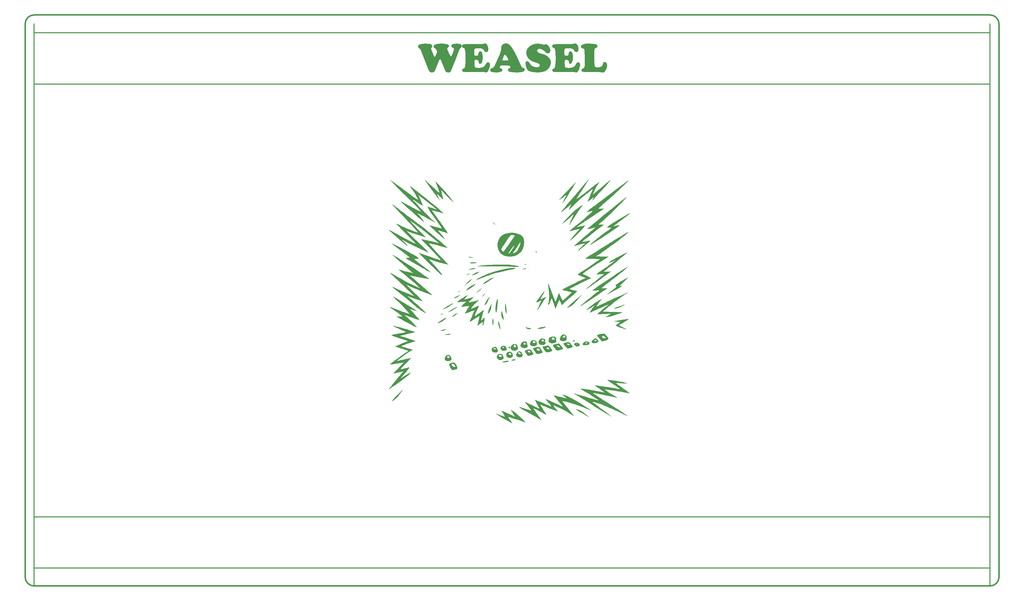
<source format=gbr>
%TF.GenerationSoftware,KiCad,Pcbnew,9.0.2*%
%TF.CreationDate,2026-02-06T08:15:01+00:00*%
%TF.ProjectId,WEASEL_KiCad,57454153-454c-45f4-9b69-4361642e6b69,rev?*%
%TF.SameCoordinates,Original*%
%TF.FileFunction,Legend,Top*%
%TF.FilePolarity,Positive*%
%FSLAX46Y46*%
G04 Gerber Fmt 4.6, Leading zero omitted, Abs format (unit mm)*
G04 Created by KiCad (PCBNEW 9.0.2) date 2026-02-06 08:15:01*
%MOMM*%
%LPD*%
G01*
G04 APERTURE LIST*
%ADD10C,0.250000*%
%ADD11C,0.300000*%
%ADD12C,0.500000*%
%ADD13C,0.000000*%
G04 APERTURE END LIST*
D10*
G36*
X156794031Y-428211060D02*
G01*
X156596805Y-427729291D01*
X156382432Y-427381849D01*
X156147399Y-427193789D01*
X155852808Y-426984716D01*
X155695953Y-426762152D01*
X155645480Y-426516015D01*
X155711699Y-426253269D01*
X155922894Y-426026615D01*
X156343562Y-425827667D01*
X157084107Y-425676710D01*
X158288187Y-425614759D01*
X159523729Y-425676598D01*
X160289147Y-425827250D01*
X160505617Y-425928869D01*
X160670165Y-426072714D01*
X160779429Y-426252292D01*
X160814879Y-426446406D01*
X160795923Y-426609963D01*
X160747102Y-426715683D01*
X160384401Y-427068614D01*
X160257150Y-427216141D01*
X160220148Y-427353768D01*
X160269491Y-427620113D01*
X160477824Y-428145115D01*
X160867392Y-428990806D01*
X161242304Y-429705216D01*
X161363004Y-429819655D01*
X161485326Y-429853593D01*
X161616199Y-429814423D01*
X161740560Y-429681402D01*
X162026934Y-428989584D01*
X162354831Y-428024825D01*
X162462717Y-427630024D01*
X162490385Y-427399563D01*
X162423581Y-427181435D01*
X162217444Y-427050907D01*
X161873757Y-426881744D01*
X161690463Y-426664617D01*
X161629429Y-426387177D01*
X161678185Y-426139017D01*
X161821634Y-425944995D01*
X162081279Y-425792445D01*
X162605373Y-425668224D01*
X163554674Y-425614759D01*
X164182499Y-425657707D01*
X164593927Y-425765579D01*
X164897318Y-425943299D01*
X165062867Y-426162853D01*
X165118438Y-426437247D01*
X165093876Y-426629214D01*
X165023794Y-426786514D01*
X164647050Y-427173028D01*
X164483214Y-427336500D01*
X164367392Y-427503977D01*
X164065141Y-428236706D01*
X162869572Y-431447278D01*
X161789408Y-434119295D01*
X161405947Y-434886828D01*
X161237087Y-435109783D01*
X161064007Y-435242812D01*
X160856589Y-435317165D01*
X160562699Y-435345394D01*
X160175375Y-435295437D01*
X159892863Y-435159159D01*
X159669650Y-434928553D01*
X159465438Y-434547941D01*
X158112332Y-431310502D01*
X157953574Y-430982606D01*
X157816798Y-430919103D01*
X157698628Y-430956259D01*
X157584768Y-431084577D01*
X157199475Y-431965073D01*
X156270741Y-434295760D01*
X155989009Y-434866649D01*
X155768822Y-435139009D01*
X155487866Y-435287777D01*
X155043421Y-435345394D01*
X154638927Y-435288791D01*
X154351603Y-435134734D01*
X154126487Y-434871091D01*
X153891205Y-434396510D01*
X151377336Y-427914305D01*
X151165455Y-427450854D01*
X150805807Y-427218824D01*
X150606817Y-427069415D01*
X150488835Y-426868781D01*
X150446771Y-426599668D01*
X150513937Y-426298309D01*
X150720451Y-426047773D01*
X151114462Y-425835781D01*
X151786534Y-425678554D01*
X152857447Y-425614759D01*
X153998421Y-425665090D01*
X154632482Y-425782065D01*
X154941361Y-425940559D01*
X155112904Y-426160649D01*
X155172259Y-426459839D01*
X155143560Y-426689427D01*
X154942671Y-427003890D01*
X154885712Y-427137568D01*
X154864513Y-427323237D01*
X154947176Y-427762668D01*
X155320026Y-428772208D01*
X155600295Y-429435327D01*
X155831715Y-429924424D01*
X155897463Y-429984313D01*
X155985588Y-430004413D01*
X156121588Y-429951854D01*
X156292170Y-429744600D01*
X156514373Y-429257641D01*
X156794031Y-428471789D01*
X156827004Y-428348447D01*
X156794031Y-428211060D01*
G37*
G36*
X166700521Y-425810153D02*
G01*
X170211512Y-425810153D01*
X171763676Y-425764968D01*
X172244994Y-425695543D01*
X172713170Y-425579344D01*
X172943979Y-425536601D01*
X173168653Y-425577169D01*
X173380705Y-425703037D01*
X173588780Y-425934717D01*
X173837037Y-426379315D01*
X173989786Y-426887587D01*
X174043072Y-427474668D01*
X173990626Y-427900397D01*
X173850120Y-428200069D01*
X173622324Y-428400211D01*
X173320113Y-428467515D01*
X173105023Y-428441095D01*
X172957413Y-428371039D01*
X172825555Y-428239356D01*
X172613641Y-427945446D01*
X172392131Y-427667538D01*
X172142317Y-427466301D01*
X171860152Y-427332397D01*
X171329778Y-427224653D01*
X170355616Y-427177913D01*
X169841173Y-427218938D01*
X169556129Y-427315692D01*
X169415281Y-427444138D01*
X169349109Y-427603417D01*
X169312088Y-427833705D01*
X169295602Y-429100715D01*
X169336575Y-429448091D01*
X169425050Y-429586758D01*
X169611138Y-429647676D01*
X170129691Y-429678960D01*
X170383282Y-429646116D01*
X170532692Y-429563555D01*
X170628132Y-429416798D01*
X170690839Y-429143457D01*
X170791589Y-428589026D01*
X170864668Y-428448411D01*
X170984541Y-428322801D01*
X171145729Y-428226234D01*
X171331976Y-428193963D01*
X171595019Y-428259865D01*
X171826568Y-428469958D01*
X171948554Y-428715508D01*
X172071422Y-429180704D01*
X172146142Y-429694910D01*
X172171561Y-430238886D01*
X172129462Y-430960577D01*
X172013364Y-431548778D01*
X171835117Y-432026133D01*
X171680936Y-432247406D01*
X171492084Y-432371984D01*
X171256872Y-432414480D01*
X171042156Y-432379626D01*
X170921648Y-432290526D01*
X170847990Y-432132124D01*
X170779988Y-431791050D01*
X170683503Y-431457699D01*
X170512127Y-431235170D01*
X170260183Y-431097644D01*
X169897660Y-431046720D01*
X169639159Y-431097766D01*
X169492217Y-431234176D01*
X169417782Y-431464410D01*
X169384140Y-431940648D01*
X169428103Y-432766800D01*
X169520305Y-433434804D01*
X169619917Y-433592860D01*
X169848201Y-433705914D01*
X170173151Y-433758957D01*
X170785483Y-433782240D01*
X171467294Y-433747205D01*
X171964996Y-433655475D01*
X172319328Y-433523342D01*
X172628733Y-433314683D01*
X172908201Y-433008313D01*
X173158913Y-432583618D01*
X173360150Y-432224715D01*
X173510012Y-432046284D01*
X173687147Y-431943075D01*
X173921561Y-431906454D01*
X174189844Y-431968884D01*
X174410657Y-432161078D01*
X174553206Y-432439517D01*
X174603609Y-432794888D01*
X174556642Y-433225107D01*
X174390507Y-433819487D01*
X174149685Y-434408225D01*
X173869660Y-434910642D01*
X173604045Y-435225104D01*
X173486921Y-435284951D01*
X173334157Y-435306315D01*
X172954359Y-435261130D01*
X172481553Y-435192634D01*
X171789932Y-435150000D01*
X165997102Y-435150000D01*
X165669480Y-435106904D01*
X165444503Y-434991852D01*
X165297843Y-434804423D01*
X165246666Y-434544277D01*
X165270932Y-434357725D01*
X165332151Y-434246912D01*
X165448505Y-434156567D01*
X165715612Y-434015491D01*
X165896445Y-433914526D01*
X166012367Y-433803000D01*
X166093097Y-433658294D01*
X166162577Y-433429309D01*
X166323514Y-432313757D01*
X166387280Y-430660816D01*
X166334319Y-428859462D01*
X166210928Y-427848552D01*
X166061216Y-427350715D01*
X165916502Y-427167533D01*
X165581889Y-427041137D01*
X165354256Y-426925243D01*
X165224449Y-426752231D01*
X165178278Y-426504413D01*
X165211870Y-426291593D01*
X165312001Y-426104466D01*
X165466453Y-425958702D01*
X165664321Y-425871824D01*
X165994875Y-425829667D01*
X166700521Y-425810153D01*
G37*
G36*
X180371024Y-425594046D02*
G01*
X180810959Y-425770358D01*
X181256174Y-426081873D01*
X181623973Y-426473063D01*
X182139734Y-427214693D01*
X182848636Y-428460516D01*
X183802406Y-430392149D01*
X185093229Y-433163695D01*
X185277703Y-433509915D01*
X185395480Y-433665614D01*
X185537427Y-433759890D01*
X185761844Y-433823761D01*
X186055649Y-433923389D01*
X186214445Y-434091938D01*
X186269869Y-434344609D01*
X186206060Y-434647572D01*
X186014873Y-434889213D01*
X185660483Y-435083443D01*
X185242474Y-435194144D01*
X184606281Y-435274667D01*
X183682116Y-435306315D01*
X182236839Y-435267271D01*
X181389897Y-435174424D01*
X181070483Y-435075011D01*
X180836076Y-434916748D01*
X180681003Y-434700552D01*
X180629691Y-434444138D01*
X180659257Y-434247136D01*
X180739600Y-434110746D01*
X180878568Y-434006265D01*
X181141380Y-433893981D01*
X181378739Y-433746210D01*
X181449126Y-433545935D01*
X181392715Y-433305453D01*
X181227294Y-433140819D01*
X180913013Y-433040963D01*
X180258950Y-432984423D01*
X179241781Y-432961584D01*
X178427304Y-432997900D01*
X178165891Y-433064776D01*
X178072741Y-433148151D01*
X177981488Y-433296807D01*
X177902109Y-433620429D01*
X177918483Y-433757407D01*
X177955232Y-433818265D01*
X178325260Y-433963590D01*
X178573438Y-434083583D01*
X178709221Y-434249664D01*
X178755738Y-434474057D01*
X178699821Y-434731093D01*
X178529062Y-434943280D01*
X178205994Y-435121510D01*
X177658453Y-435253065D01*
X176789583Y-435306315D01*
X175753104Y-435261016D01*
X175158041Y-435154274D01*
X174880067Y-435012197D01*
X174721961Y-434801990D01*
X174665891Y-434502756D01*
X174695564Y-434300560D01*
X174775801Y-434161427D01*
X174913190Y-434054287D01*
X175163536Y-433941608D01*
X175560444Y-433746404D01*
X175829098Y-433501971D01*
X176063720Y-433130073D01*
X176478173Y-432281367D01*
X177013998Y-431104727D01*
X178735588Y-431104727D01*
X178797484Y-431229377D01*
X179030511Y-431281193D01*
X180368962Y-431281193D01*
X180651597Y-431230638D01*
X180718229Y-431121824D01*
X180634479Y-430838009D01*
X180208372Y-430033722D01*
X179857884Y-429500052D01*
X179731104Y-429397837D01*
X179610588Y-429367550D01*
X179481466Y-429405543D01*
X179352754Y-429536214D01*
X179219189Y-429812683D01*
X179021352Y-430299947D01*
X178780621Y-430915926D01*
X178735588Y-431104727D01*
X177013998Y-431104727D01*
X177441101Y-430166835D01*
X177917250Y-429073142D01*
X178153679Y-428428436D01*
X178291966Y-427852069D01*
X178341135Y-427301256D01*
X178366904Y-426754406D01*
X178413798Y-426476936D01*
X178515668Y-426254307D01*
X178708721Y-426020812D01*
X179052932Y-425753616D01*
X179452796Y-425592590D01*
X179925050Y-425536601D01*
X180371024Y-425594046D01*
G37*
G36*
X190652196Y-425614759D02*
G01*
X191404371Y-425690522D01*
X192502336Y-425964637D01*
X192715438Y-426004937D01*
X193118438Y-425882815D01*
X193357186Y-425840683D01*
X193639034Y-425905114D01*
X193959219Y-426125712D01*
X194339042Y-426572801D01*
X194636729Y-427079229D01*
X194800833Y-427540156D01*
X194852563Y-427968039D01*
X194792630Y-428331819D01*
X194618089Y-428628105D01*
X194356312Y-428831057D01*
X194047172Y-428897383D01*
X193786059Y-428867434D01*
X193594101Y-428786252D01*
X192838170Y-428133513D01*
X192262942Y-427688947D01*
X191736326Y-427448588D01*
X191239600Y-427373307D01*
X190891660Y-427421105D01*
X190641205Y-427551605D01*
X190474728Y-427756615D01*
X190418944Y-428018108D01*
X190470233Y-428260682D01*
X190631091Y-428482083D01*
X190937043Y-428692371D01*
X191450260Y-428887613D01*
X192736455Y-429289007D01*
X193263152Y-429493946D01*
X193928869Y-429892721D01*
X194413352Y-430337291D01*
X194747117Y-430829513D01*
X194947353Y-431379675D01*
X195016205Y-432005373D01*
X194967395Y-432575280D01*
X194825194Y-433090387D01*
X194591028Y-433561259D01*
X194259755Y-433995730D01*
X193820026Y-434398342D01*
X193190422Y-434798604D01*
X192461595Y-435093699D01*
X191615828Y-435279723D01*
X190631436Y-435345394D01*
X189745883Y-435294992D01*
X188782517Y-435137177D01*
X187884955Y-434889627D01*
X187375678Y-434648080D01*
X187185157Y-434473027D01*
X186985691Y-434170095D01*
X186777894Y-433690648D01*
X186577753Y-432953788D01*
X186513501Y-432256332D01*
X186552720Y-431943493D01*
X186654551Y-431740980D01*
X186855612Y-431571140D01*
X187100295Y-431515666D01*
X187352203Y-431577175D01*
X187612594Y-431782501D01*
X188291589Y-432727110D01*
X188599797Y-433053837D01*
X189085989Y-433341992D01*
X189642944Y-433526013D01*
X190215001Y-433586845D01*
X190684437Y-433537283D01*
X191022224Y-433404884D01*
X191257574Y-433190508D01*
X191329359Y-432942044D01*
X191271656Y-432702444D01*
X191088170Y-432487752D01*
X190802361Y-432316394D01*
X190298044Y-432127494D01*
X189381982Y-431828512D01*
X188805110Y-431584054D01*
X188309849Y-431294754D01*
X187845235Y-430936200D01*
X187351867Y-430416237D01*
X187018485Y-429885086D01*
X186823913Y-429334514D01*
X186758965Y-428752058D01*
X186828392Y-428159312D01*
X187040455Y-427574197D01*
X187379244Y-427041251D01*
X187839129Y-426580739D01*
X188439809Y-426162220D01*
X189100725Y-425862405D01*
X189833284Y-425678371D01*
X190652196Y-425614759D01*
G37*
G36*
X196967095Y-425810153D02*
G01*
X200478086Y-425810153D01*
X202030249Y-425764968D01*
X202511567Y-425695543D01*
X202979743Y-425579344D01*
X203210553Y-425536601D01*
X203435226Y-425577169D01*
X203647278Y-425703037D01*
X203855354Y-425934717D01*
X204103611Y-426379315D01*
X204256360Y-426887587D01*
X204309646Y-427474668D01*
X204257200Y-427900397D01*
X204116694Y-428200069D01*
X203888898Y-428400211D01*
X203586687Y-428467515D01*
X203371596Y-428441095D01*
X203223986Y-428371039D01*
X203092129Y-428239356D01*
X202880214Y-427945446D01*
X202658705Y-427667538D01*
X202408891Y-427466301D01*
X202126725Y-427332397D01*
X201596352Y-427224653D01*
X200622189Y-427177913D01*
X200107746Y-427218938D01*
X199822703Y-427315692D01*
X199681854Y-427444138D01*
X199615682Y-427603417D01*
X199578662Y-427833705D01*
X199562175Y-429100715D01*
X199603149Y-429448091D01*
X199691624Y-429586758D01*
X199877712Y-429647676D01*
X200396265Y-429678960D01*
X200649855Y-429646116D01*
X200799265Y-429563555D01*
X200894705Y-429416798D01*
X200957413Y-429143457D01*
X201058163Y-428589026D01*
X201131241Y-428448411D01*
X201251115Y-428322801D01*
X201412302Y-428226234D01*
X201598550Y-428193963D01*
X201861593Y-428259865D01*
X202093142Y-428469958D01*
X202215128Y-428715508D01*
X202337995Y-429180704D01*
X202412715Y-429694910D01*
X202438135Y-430238886D01*
X202396036Y-430960577D01*
X202279937Y-431548778D01*
X202101690Y-432026133D01*
X201947510Y-432247406D01*
X201758657Y-432371984D01*
X201523445Y-432414480D01*
X201308730Y-432379626D01*
X201188222Y-432290526D01*
X201114564Y-432132124D01*
X201046561Y-431791050D01*
X200950077Y-431457699D01*
X200778700Y-431235170D01*
X200526757Y-431097644D01*
X200164234Y-431046720D01*
X199905733Y-431097766D01*
X199758791Y-431234176D01*
X199684356Y-431464410D01*
X199650713Y-431940648D01*
X199694677Y-432766800D01*
X199786879Y-433434804D01*
X199886490Y-433592860D01*
X200114775Y-433705914D01*
X200439724Y-433758957D01*
X201052057Y-433782240D01*
X201733868Y-433747205D01*
X202231570Y-433655475D01*
X202585902Y-433523342D01*
X202895307Y-433314683D01*
X203174775Y-433008313D01*
X203425486Y-432583618D01*
X203626724Y-432224715D01*
X203776586Y-432046284D01*
X203953720Y-431943075D01*
X204188135Y-431906454D01*
X204456417Y-431968884D01*
X204677231Y-432161078D01*
X204819779Y-432439517D01*
X204870183Y-432794888D01*
X204823216Y-433225107D01*
X204657081Y-433819487D01*
X204416259Y-434408225D01*
X204136233Y-434910642D01*
X203870619Y-435225104D01*
X203753495Y-435284951D01*
X203600731Y-435306315D01*
X203220933Y-435261130D01*
X202748127Y-435192634D01*
X202056505Y-435150000D01*
X196263676Y-435150000D01*
X195936054Y-435106904D01*
X195711076Y-434991852D01*
X195564416Y-434804423D01*
X195513239Y-434544277D01*
X195537506Y-434357725D01*
X195598724Y-434246912D01*
X195715079Y-434156567D01*
X195982186Y-434015491D01*
X196163018Y-433914526D01*
X196278941Y-433803000D01*
X196359670Y-433658294D01*
X196429150Y-433429309D01*
X196590088Y-432313757D01*
X196653854Y-430660816D01*
X196600893Y-428859462D01*
X196477501Y-427848552D01*
X196327789Y-427350715D01*
X196183075Y-427167533D01*
X195848463Y-427041137D01*
X195620830Y-426925243D01*
X195491022Y-426752231D01*
X195444851Y-426504413D01*
X195478443Y-426291593D01*
X195578574Y-426104466D01*
X195733026Y-425958702D01*
X195930895Y-425871824D01*
X196261448Y-425829667D01*
X196967095Y-425810153D01*
G37*
G36*
X209637193Y-428766102D02*
G01*
X209637193Y-431911950D01*
X209665780Y-432632080D01*
X209733513Y-433051780D01*
X209818543Y-433271772D01*
X209997497Y-433454173D01*
X210291480Y-433577477D01*
X210751551Y-433625924D01*
X211256426Y-433584119D01*
X211654954Y-433469323D01*
X211969101Y-433291311D01*
X212226126Y-433039031D01*
X212434266Y-432697190D01*
X212590699Y-432244731D01*
X212699835Y-431979399D01*
X212857467Y-431837428D01*
X213074300Y-431789218D01*
X213305729Y-431825647D01*
X213504540Y-431933305D01*
X213680022Y-432121388D01*
X213851002Y-432487232D01*
X213913274Y-432978681D01*
X213849793Y-433532290D01*
X213647947Y-434134997D01*
X213281907Y-434802564D01*
X213078039Y-435082505D01*
X212927144Y-435229378D01*
X212759891Y-435315416D01*
X212553452Y-435345394D01*
X211037315Y-435150000D01*
X206263588Y-435150000D01*
X205824267Y-435116032D01*
X205591310Y-435037648D01*
X205428340Y-434908699D01*
X205333990Y-434748919D01*
X205301272Y-434547941D01*
X205327768Y-434366044D01*
X205397137Y-434251186D01*
X205852039Y-433981297D01*
X206171934Y-433756464D01*
X206341135Y-433472051D01*
X206397917Y-433064833D01*
X206428452Y-431839288D01*
X206394258Y-430022732D01*
X206353348Y-428308147D01*
X206327276Y-427807245D01*
X206270305Y-427567480D01*
X206147987Y-427403365D01*
X205922870Y-427284159D01*
X205512032Y-427123302D01*
X205342793Y-427027704D01*
X205169985Y-426831502D01*
X205116868Y-426621650D01*
X205160399Y-426400290D01*
X205294840Y-426200868D01*
X205545121Y-426014268D01*
X205957064Y-425842515D01*
X206434455Y-425724406D01*
X207054823Y-425644467D01*
X207848114Y-425614759D01*
X209091906Y-425655228D01*
X209833808Y-425752145D01*
X210251741Y-425888819D01*
X210507953Y-426061561D01*
X210648843Y-426265421D01*
X210695985Y-426511741D01*
X210663785Y-426724299D01*
X210578749Y-426859787D01*
X210417437Y-426971560D01*
X210021875Y-427159595D01*
X209817488Y-427312403D01*
X209703749Y-427547941D01*
X209659024Y-427904814D01*
X209637193Y-428766102D01*
G37*
D11*
X21500000Y-602000000D02*
X342500000Y-602000000D01*
X342500000Y-419000000D02*
X342500000Y-608000000D01*
D12*
X18500000Y-605000000D02*
X18500000Y-419000000D01*
D11*
X21500000Y-439250000D02*
X342500000Y-439250000D01*
D12*
X345500000Y-605000000D02*
G75*
G02*
X342500000Y-608000000I-3000000J0D01*
G01*
D11*
X21500000Y-422000000D02*
X342500000Y-422000000D01*
D12*
X21500000Y-416000000D02*
X342500000Y-416000000D01*
X21500000Y-608000000D02*
G75*
G02*
X18500000Y-605000000I0J3000000D01*
G01*
X342500000Y-608000000D02*
X21500000Y-608000000D01*
D11*
X21500000Y-419000000D02*
X21500000Y-608000000D01*
D12*
X342500000Y-416000000D02*
G75*
G02*
X345500000Y-419000000I0J-3000000D01*
G01*
D11*
X21500000Y-584750000D02*
X342500000Y-584750000D01*
D12*
X18500000Y-419000000D02*
G75*
G02*
X21500000Y-416000000I3000000J0D01*
G01*
X345500000Y-419000000D02*
X345500000Y-605000000D01*
D13*
%TO.C,G\u002A\u002A\u002A*%
G36*
X220524314Y-521779000D02*
G01*
X220481981Y-521821334D01*
X220439647Y-521779000D01*
X220481981Y-521736667D01*
X220524314Y-521779000D01*
G37*
G36*
X189423425Y-496110889D02*
G01*
X189411803Y-496161223D01*
X189366981Y-496167334D01*
X189297290Y-496136355D01*
X189310536Y-496110889D01*
X189411016Y-496100756D01*
X189423425Y-496110889D01*
G37*
G36*
X197212758Y-478754222D02*
G01*
X197201136Y-478804557D01*
X197156314Y-478810667D01*
X197086624Y-478779689D01*
X197099869Y-478754222D01*
X197200349Y-478744089D01*
X197212758Y-478754222D01*
G37*
G36*
X187672676Y-500550839D02*
G01*
X187673647Y-500570000D01*
X187608559Y-500651413D01*
X187583984Y-500654667D01*
X187533418Y-500602797D01*
X187546647Y-500570000D01*
X187622729Y-500489230D01*
X187636311Y-500485334D01*
X187672676Y-500550839D01*
G37*
G36*
X179867385Y-513481667D02*
G01*
X180106696Y-514468799D01*
X180189195Y-515478695D01*
X180163029Y-516062447D01*
X180095981Y-516780561D01*
X179951043Y-516316447D01*
X179736990Y-515376458D01*
X179647243Y-514324451D01*
X179648265Y-513778000D01*
X179672647Y-512889000D01*
X179867385Y-513481667D01*
G37*
G36*
X181322032Y-527672255D02*
G01*
X181382609Y-527827210D01*
X181369335Y-527906763D01*
X181250860Y-528047631D01*
X181061861Y-528085070D01*
X180870685Y-528012549D01*
X180815647Y-527959667D01*
X180752928Y-527824154D01*
X180815647Y-527705667D01*
X180985789Y-527592320D01*
X181172172Y-527587570D01*
X181322032Y-527672255D01*
G37*
G36*
X186603196Y-499810598D02*
G01*
X186785471Y-499852477D01*
X186874841Y-499901610D01*
X186842047Y-499952858D01*
X186674604Y-499962274D01*
X186402171Y-499928973D01*
X186340147Y-499917581D01*
X186191597Y-499866481D01*
X186149647Y-499821041D01*
X186221352Y-499787776D01*
X186393846Y-499786663D01*
X186603196Y-499810598D01*
G37*
G36*
X189978748Y-495398598D02*
G01*
X190128981Y-495532334D01*
X190287620Y-495699493D01*
X190376253Y-495822343D01*
X190382981Y-495844507D01*
X190322753Y-495912553D01*
X190186252Y-495904163D01*
X190039747Y-495834305D01*
X189962626Y-495749566D01*
X189889539Y-495546252D01*
X189874981Y-495437393D01*
X189896464Y-495363996D01*
X189978748Y-495398598D01*
G37*
G36*
X203106386Y-525490209D02*
G01*
X203209660Y-525562646D01*
X203167132Y-525661033D01*
X203090918Y-525711752D01*
X202886036Y-525779694D01*
X202652679Y-525801460D01*
X202448450Y-525779223D01*
X202330955Y-525715155D01*
X202320981Y-525682725D01*
X202399588Y-525547589D01*
X202635419Y-525475295D01*
X202873242Y-525462000D01*
X203106386Y-525490209D01*
G37*
G36*
X164689837Y-508777506D02*
G01*
X164578192Y-508879464D01*
X164406112Y-508984210D01*
X164212916Y-509071800D01*
X164013577Y-509147019D01*
X163856654Y-509193892D01*
X163790708Y-509196445D01*
X163797647Y-509184370D01*
X163904992Y-509111038D01*
X164090145Y-509012066D01*
X164307091Y-508908440D01*
X164509811Y-508821145D01*
X164652286Y-508771166D01*
X164689837Y-508777506D01*
G37*
G36*
X158957295Y-516369930D02*
G01*
X158846946Y-516453380D01*
X158597609Y-516584102D01*
X158527147Y-516617401D01*
X158180858Y-516763948D01*
X157959760Y-516824018D01*
X157872137Y-516795492D01*
X157870981Y-516785388D01*
X157941604Y-516720792D01*
X158118875Y-516621531D01*
X158350891Y-516512401D01*
X158585749Y-516418202D01*
X158738814Y-516370735D01*
X158923102Y-516340225D01*
X158957295Y-516369930D01*
G37*
G36*
X160043428Y-521686614D02*
G01*
X160057208Y-521726432D01*
X159916351Y-521801485D01*
X159617771Y-521915498D01*
X159290334Y-522028189D01*
X158928145Y-522133104D01*
X158574519Y-522207886D01*
X158300449Y-522237817D01*
X158279386Y-522237762D01*
X157913314Y-522230858D01*
X158421314Y-521990685D01*
X159000660Y-521785706D01*
X159564314Y-521697787D01*
X159878101Y-521678307D01*
X160043428Y-521686614D01*
G37*
G36*
X175740039Y-485807813D02*
G01*
X175925096Y-485942197D01*
X176122006Y-486112903D01*
X176278765Y-486276348D01*
X176330156Y-486349442D01*
X176387918Y-486467725D01*
X176375164Y-486501008D01*
X176268865Y-486445342D01*
X176053749Y-486302051D01*
X175861252Y-486148695D01*
X175701264Y-485983397D01*
X175602312Y-485842153D01*
X175592925Y-485760956D01*
X175618843Y-485753334D01*
X175740039Y-485807813D01*
G37*
G36*
X183095413Y-531802094D02*
G01*
X183143981Y-531896667D01*
X183067361Y-531997604D01*
X182869656Y-532090475D01*
X182599093Y-532164724D01*
X182303902Y-532209794D01*
X182032312Y-532215131D01*
X181852814Y-532179260D01*
X181751802Y-532101351D01*
X181813805Y-532013004D01*
X182041062Y-531912251D01*
X182221063Y-531855530D01*
X182613955Y-531766013D01*
X182912549Y-531748520D01*
X183095413Y-531802094D01*
G37*
G36*
X186626435Y-501201648D02*
G01*
X186655521Y-501291085D01*
X186566576Y-501388921D01*
X186382481Y-501451932D01*
X186012188Y-501501771D01*
X185715540Y-501526474D01*
X185525493Y-501524263D01*
X185472314Y-501501058D01*
X185545734Y-501441422D01*
X185730584Y-501359893D01*
X185973748Y-501274559D01*
X186222110Y-501203510D01*
X186422557Y-501164835D01*
X186467147Y-501162248D01*
X186626435Y-501201648D01*
G37*
G36*
X167691203Y-503006772D02*
G01*
X167692314Y-503030094D01*
X167619205Y-503112669D01*
X167429701Y-503225301D01*
X167168537Y-503345978D01*
X166880446Y-503452688D01*
X166760981Y-503488374D01*
X166634604Y-503518022D01*
X166634220Y-503492391D01*
X166766243Y-503393056D01*
X166803314Y-503366810D01*
X166999242Y-503244728D01*
X167241364Y-503114556D01*
X167471923Y-503005013D01*
X167633165Y-502944818D01*
X167660320Y-502940667D01*
X167691203Y-503006772D01*
G37*
G36*
X168419733Y-504983094D02*
G01*
X168209812Y-505209731D01*
X167905457Y-505505315D01*
X167545876Y-505834803D01*
X167170277Y-506163152D01*
X166817866Y-506455320D01*
X166527852Y-506676264D01*
X166516049Y-506684564D01*
X166144117Y-506944783D01*
X166507576Y-506463385D01*
X166768812Y-506161732D01*
X167119202Y-505817014D01*
X167514132Y-505467801D01*
X167908985Y-505152661D01*
X168259149Y-504910163D01*
X168392706Y-504833743D01*
X168656773Y-504697188D01*
X168419733Y-504983094D01*
G37*
G36*
X172933069Y-509629334D02*
G01*
X172844763Y-509776904D01*
X172695111Y-509994463D01*
X172512992Y-510243783D01*
X172327283Y-510486635D01*
X172166865Y-510684792D01*
X172060614Y-510800026D01*
X172037629Y-510814667D01*
X172055398Y-510748924D01*
X172137041Y-510581797D01*
X172198286Y-510468897D01*
X172320403Y-510274452D01*
X172474052Y-510062423D01*
X172636793Y-509858451D01*
X172786184Y-509688177D01*
X172899784Y-509577243D01*
X172955150Y-509551291D01*
X172933069Y-509629334D01*
G37*
G36*
X167519750Y-497285107D02*
G01*
X167870809Y-497321742D01*
X168257955Y-497383055D01*
X168617326Y-497459943D01*
X168730710Y-497490589D01*
X168834286Y-497560158D01*
X168802021Y-497637411D01*
X168660794Y-497683170D01*
X168597484Y-497684780D01*
X168432723Y-497661335D01*
X168155139Y-497604576D01*
X167815431Y-497525172D01*
X167692314Y-497494280D01*
X167360913Y-497406640D01*
X167178790Y-497348706D01*
X167130122Y-497312558D01*
X167199086Y-497290278D01*
X167268642Y-497282249D01*
X167519750Y-497285107D01*
G37*
G36*
X175635313Y-518223000D02*
G01*
X175682741Y-518485816D01*
X175712639Y-518854561D01*
X175724407Y-519272066D01*
X175717448Y-519681160D01*
X175691160Y-520024674D01*
X175656164Y-520212667D01*
X175613518Y-520333075D01*
X175576578Y-520329079D01*
X175524656Y-520184298D01*
X175495742Y-520085667D01*
X175446749Y-519807839D01*
X175417934Y-519422603D01*
X175409897Y-518990747D01*
X175423241Y-518573060D01*
X175458567Y-518230331D01*
X175476469Y-518138334D01*
X175535924Y-517884334D01*
X175635313Y-518223000D01*
G37*
G36*
X177442158Y-518900233D02*
G01*
X177478503Y-518965924D01*
X177573556Y-519191971D01*
X177683849Y-519531761D01*
X177798733Y-519941764D01*
X177907558Y-520378452D01*
X177999674Y-520798295D01*
X178064430Y-521157764D01*
X178091177Y-521413332D01*
X178090027Y-521465371D01*
X178063981Y-521779000D01*
X177830442Y-521335923D01*
X177520591Y-520568951D01*
X177365353Y-519746805D01*
X177347704Y-519327045D01*
X177351291Y-519021096D01*
X177362941Y-518862579D01*
X177390585Y-518829592D01*
X177442158Y-518900233D01*
G37*
G36*
X161198352Y-523272121D02*
G01*
X161329828Y-523305232D01*
X161342314Y-523325360D01*
X161301798Y-523396085D01*
X161167337Y-523451778D01*
X160919558Y-523496037D01*
X160539090Y-523532460D01*
X160072314Y-523561247D01*
X159679400Y-523581070D01*
X159435600Y-523588522D01*
X159320940Y-523580346D01*
X159315445Y-523553286D01*
X159399141Y-523504087D01*
X159479647Y-523464623D01*
X159676181Y-523400971D01*
X159962179Y-523345946D01*
X160297517Y-523302549D01*
X160642073Y-523273780D01*
X160955726Y-523262637D01*
X161198352Y-523272121D01*
G37*
G36*
X163689754Y-516277330D02*
G01*
X163538435Y-516427119D01*
X163244352Y-516667852D01*
X163012761Y-516846158D01*
X162591520Y-517161197D01*
X162287102Y-517377317D01*
X162085547Y-517503160D01*
X161972893Y-517547369D01*
X161935178Y-517518584D01*
X161934981Y-517513315D01*
X161996308Y-517376251D01*
X162154567Y-517176750D01*
X162371176Y-516953910D01*
X162607550Y-516746830D01*
X162825105Y-516594608D01*
X162860538Y-516575414D01*
X163283701Y-516367524D01*
X163562729Y-516248141D01*
X163697966Y-516217873D01*
X163689754Y-516277330D01*
G37*
G36*
X169794005Y-499155257D02*
G01*
X170023628Y-499171342D01*
X170101467Y-499191172D01*
X170153570Y-499244710D01*
X170092076Y-499300098D01*
X169895955Y-499370564D01*
X169747834Y-499413624D01*
X169004025Y-499535279D01*
X168241197Y-499491119D01*
X168030981Y-499450000D01*
X167812341Y-499394264D01*
X167741437Y-499352021D01*
X167799029Y-499308617D01*
X167829492Y-499296527D01*
X168016169Y-499254440D01*
X168315301Y-499217167D01*
X168684770Y-499186658D01*
X169082456Y-499164868D01*
X169466241Y-499153750D01*
X169794005Y-499155257D01*
G37*
G36*
X180771402Y-532271072D02*
G01*
X180827350Y-532297837D01*
X180848200Y-532401720D01*
X180732528Y-532508535D01*
X180512827Y-532610851D01*
X180221593Y-532701240D01*
X179891319Y-532772273D01*
X179554499Y-532816520D01*
X179243628Y-532826553D01*
X178991199Y-532794943D01*
X178869022Y-532745563D01*
X178791543Y-532665241D01*
X178835626Y-532590926D01*
X179013039Y-532517795D01*
X179335547Y-532441026D01*
X179814916Y-532355797D01*
X179823466Y-532354412D01*
X180280559Y-532287642D01*
X180590700Y-532260190D01*
X180771402Y-532271072D01*
G37*
G36*
X186828385Y-521060085D02*
G01*
X187009169Y-521124270D01*
X187291259Y-521190647D01*
X187556075Y-521236043D01*
X187940789Y-521310296D01*
X188233081Y-521406170D01*
X188403737Y-521512280D01*
X188435647Y-521578807D01*
X188359402Y-521626034D01*
X188163562Y-521658212D01*
X187897474Y-521671830D01*
X187610483Y-521663377D01*
X187461981Y-521648098D01*
X187127755Y-521560297D01*
X186839402Y-521409838D01*
X186650351Y-521227129D01*
X186620430Y-521169136D01*
X186596847Y-521023204D01*
X186687562Y-521000012D01*
X186828385Y-521060085D01*
G37*
G36*
X162256199Y-512984958D02*
G01*
X162143918Y-513099669D01*
X161885951Y-513298651D01*
X161482476Y-513581699D01*
X161135012Y-513815490D01*
X160484389Y-514234510D01*
X159948796Y-514548998D01*
X159515643Y-514765719D01*
X159172339Y-514891436D01*
X159098647Y-514909531D01*
X158844647Y-514964621D01*
X159183314Y-514659516D01*
X159478415Y-514427557D01*
X159889747Y-514150791D01*
X160378454Y-513852389D01*
X160905677Y-513555523D01*
X161432561Y-513283366D01*
X161717135Y-513148495D01*
X162042986Y-513009166D01*
X162222615Y-512954722D01*
X162256199Y-512984958D01*
G37*
G36*
X171808942Y-507985999D02*
G01*
X171670824Y-508146676D01*
X171445836Y-508361044D01*
X171159059Y-508606208D01*
X170835573Y-508859273D01*
X170600019Y-509029349D01*
X170303271Y-509233714D01*
X170127091Y-509346826D01*
X170053998Y-509375492D01*
X170066507Y-509326519D01*
X170147139Y-509206715D01*
X170148142Y-509205305D01*
X170274872Y-509066656D01*
X170487094Y-508873664D01*
X170754100Y-508650055D01*
X171045183Y-508419555D01*
X171329635Y-508205889D01*
X171576748Y-508032782D01*
X171755815Y-507923961D01*
X171835110Y-507901907D01*
X171808942Y-507985999D01*
G37*
G36*
X178576691Y-515548988D02*
G01*
X178648935Y-515760081D01*
X178737922Y-516071803D01*
X178835929Y-516451346D01*
X178935234Y-516865901D01*
X179028115Y-517282660D01*
X179106850Y-517668815D01*
X179163716Y-517991557D01*
X179190991Y-518218078D01*
X179191137Y-518284820D01*
X179164647Y-518557194D01*
X178904589Y-518220764D01*
X178621407Y-517780056D01*
X178448712Y-517314851D01*
X178376832Y-516784567D01*
X178396092Y-516148621D01*
X178400098Y-516104468D01*
X178436982Y-515801724D01*
X178480484Y-515577821D01*
X178522201Y-515474063D01*
X178528912Y-515471334D01*
X178576691Y-515548988D01*
G37*
G36*
X193167669Y-520942245D02*
G01*
X192864958Y-521193065D01*
X192483770Y-521370910D01*
X191995915Y-521485219D01*
X191373204Y-521545431D01*
X191365156Y-521545846D01*
X190939385Y-521559185D01*
X190631690Y-521551038D01*
X190463084Y-521522312D01*
X190439662Y-521505882D01*
X190488274Y-521443406D01*
X190671093Y-521356645D01*
X190956526Y-521255719D01*
X191312979Y-521150748D01*
X191708857Y-521051853D01*
X192112568Y-520969154D01*
X192118647Y-520968066D01*
X192469761Y-520904926D01*
X192818370Y-520841515D01*
X192991224Y-520809683D01*
X193355801Y-520741988D01*
X193167669Y-520942245D01*
G37*
G36*
X164567627Y-510139895D02*
G01*
X164418315Y-510269627D01*
X164205257Y-510442131D01*
X163964940Y-510628839D01*
X163733851Y-510801185D01*
X163548478Y-510930601D01*
X163474858Y-510975503D01*
X163172204Y-511115295D01*
X162879450Y-511213735D01*
X162645873Y-511256919D01*
X162532939Y-511241271D01*
X162512032Y-511164481D01*
X162643742Y-511045898D01*
X162710652Y-511002923D01*
X162886819Y-510904046D01*
X163150683Y-510766798D01*
X163467254Y-510608094D01*
X163801544Y-510444848D01*
X164118562Y-510293975D01*
X164383319Y-510172389D01*
X164560826Y-510097005D01*
X164616705Y-510081503D01*
X164567627Y-510139895D01*
G37*
G36*
X170993374Y-502337853D02*
G01*
X170994314Y-502342120D01*
X170919401Y-502473332D01*
X170713305Y-502646246D01*
X170403987Y-502844716D01*
X170019407Y-503052594D01*
X169587529Y-503253735D01*
X169136312Y-503431991D01*
X169061568Y-503458213D01*
X168735336Y-503564846D01*
X168556554Y-503604289D01*
X168515380Y-503572060D01*
X168601972Y-503463680D01*
X168756434Y-503319302D01*
X169041154Y-503098604D01*
X169375036Y-502886897D01*
X169512647Y-502813749D01*
X169792384Y-502689338D01*
X170109670Y-502566819D01*
X170426457Y-502458300D01*
X170704701Y-502375892D01*
X170906355Y-502331706D01*
X170993374Y-502337853D01*
G37*
G36*
X169533235Y-501170395D02*
G01*
X169660865Y-501184911D01*
X169663904Y-501219432D01*
X169564720Y-501283170D01*
X169554981Y-501288707D01*
X169344562Y-501377695D01*
X169055974Y-501464591D01*
X168919981Y-501496164D01*
X168657272Y-501543982D01*
X168336071Y-501593311D01*
X167997483Y-501639105D01*
X167682616Y-501676318D01*
X167432575Y-501699905D01*
X167288468Y-501704820D01*
X167268981Y-501698832D01*
X167342290Y-501645632D01*
X167532574Y-501558872D01*
X167795363Y-501456086D01*
X168086189Y-501354804D01*
X168327314Y-501281582D01*
X168664210Y-501214657D01*
X169055100Y-501173332D01*
X169258647Y-501166672D01*
X169533235Y-501170395D01*
G37*
G36*
X145080400Y-542366279D02*
G01*
X144774117Y-542815463D01*
X144445712Y-543277916D01*
X144116918Y-543724813D01*
X143809469Y-544127330D01*
X143545097Y-544456641D01*
X143345535Y-544683922D01*
X143295605Y-544733490D01*
X143096385Y-544902923D01*
X142828078Y-545110235D01*
X142525440Y-545331149D01*
X142223231Y-545541386D01*
X141956208Y-545716669D01*
X141759130Y-545832719D01*
X141673247Y-545866667D01*
X141652207Y-545814166D01*
X141711123Y-545718500D01*
X142307129Y-545016920D01*
X142934313Y-544314492D01*
X143561629Y-543644232D01*
X144158035Y-543039159D01*
X144692484Y-542532292D01*
X144784067Y-542450167D01*
X145370820Y-541929667D01*
X145080400Y-542366279D01*
G37*
G36*
X160041335Y-517782799D02*
G01*
X160003621Y-517854551D01*
X159860070Y-518003070D01*
X159640221Y-518203395D01*
X159373607Y-518430567D01*
X159089766Y-518659624D01*
X158818233Y-518865607D01*
X158588543Y-519023556D01*
X158533330Y-519057191D01*
X158273785Y-519192006D01*
X157923898Y-519352224D01*
X157552837Y-519506415D01*
X157497291Y-519527978D01*
X156827269Y-519785190D01*
X157073625Y-519528051D01*
X157265264Y-519359753D01*
X157550946Y-519148718D01*
X157904200Y-518910511D01*
X158298557Y-518660698D01*
X158707549Y-518414846D01*
X159104706Y-518188519D01*
X159463560Y-517997285D01*
X159757642Y-517856708D01*
X159960482Y-517782356D01*
X160041335Y-517782799D01*
G37*
G36*
X163677290Y-514137421D02*
G01*
X163639923Y-514208017D01*
X163481312Y-514344143D01*
X163227932Y-514528551D01*
X162906259Y-514743990D01*
X162542769Y-514973213D01*
X162163938Y-515198969D01*
X161796242Y-515404009D01*
X161505560Y-515552334D01*
X161150107Y-515720341D01*
X160849084Y-515857163D01*
X160635916Y-515947968D01*
X160546087Y-515978116D01*
X160577558Y-515933061D01*
X160722381Y-515810243D01*
X160955731Y-515629782D01*
X161181087Y-515463501D01*
X161460850Y-515274476D01*
X161806797Y-515061323D01*
X162190137Y-514839336D01*
X162582079Y-514623811D01*
X162953831Y-514430043D01*
X163276603Y-514273327D01*
X163521601Y-514168957D01*
X163660036Y-514132229D01*
X163677290Y-514137421D01*
G37*
G36*
X219780906Y-513451823D02*
G01*
X219601237Y-513572980D01*
X219304229Y-513741541D01*
X218908652Y-513946980D01*
X218433275Y-514178767D01*
X218322981Y-514230782D01*
X217591524Y-514536567D01*
X216954985Y-514721170D01*
X216395354Y-514789590D01*
X216307980Y-514790045D01*
X216182023Y-514782698D01*
X216148089Y-514757450D01*
X216222015Y-514703174D01*
X216419642Y-514608745D01*
X216756807Y-514463037D01*
X216798981Y-514445145D01*
X217162973Y-514296557D01*
X217585919Y-514132980D01*
X218039537Y-513964289D01*
X218495550Y-513800359D01*
X218925678Y-513651066D01*
X219301641Y-513526285D01*
X219595160Y-513435893D01*
X219777956Y-513389764D01*
X219824468Y-513388599D01*
X219780906Y-513451823D01*
G37*
G36*
X174587868Y-510627678D02*
G01*
X174515079Y-510798115D01*
X174457739Y-510914835D01*
X174329448Y-511188508D01*
X174181245Y-511536583D01*
X174071876Y-511814115D01*
X173894517Y-512264747D01*
X173739831Y-512598436D01*
X173581983Y-512860477D01*
X173395136Y-513096164D01*
X173253479Y-513248834D01*
X173008430Y-513486098D01*
X172856941Y-513589252D01*
X172791899Y-513560344D01*
X172806192Y-513401421D01*
X172812366Y-513375834D01*
X172904321Y-513132540D01*
X173075191Y-512789059D01*
X173303765Y-512381758D01*
X173568828Y-511947007D01*
X173849168Y-511521174D01*
X174091247Y-511183247D01*
X174300135Y-510910991D01*
X174470241Y-510699160D01*
X174576964Y-510577911D01*
X174599118Y-510560667D01*
X174587868Y-510627678D01*
G37*
G36*
X175105794Y-513223059D02*
G01*
X175095125Y-513457485D01*
X175066489Y-513775552D01*
X175024889Y-514135575D01*
X174975329Y-514495870D01*
X174922812Y-514814756D01*
X174872341Y-515050547D01*
X174853536Y-515113141D01*
X174678765Y-515481098D01*
X174380048Y-515941846D01*
X173998813Y-516445000D01*
X173921844Y-516530917D01*
X173888854Y-516517023D01*
X173891733Y-516378483D01*
X173912301Y-516180089D01*
X173965925Y-515874788D01*
X174059588Y-515494468D01*
X174171045Y-515127576D01*
X174273296Y-514851228D01*
X174408747Y-514518412D01*
X174562699Y-514161213D01*
X174720456Y-513811714D01*
X174867319Y-513501999D01*
X174988591Y-513264151D01*
X175069575Y-513130253D01*
X175093494Y-513113955D01*
X175105794Y-513223059D01*
G37*
G36*
X169736869Y-506506540D02*
G01*
X169590893Y-506658411D01*
X169362230Y-506866076D01*
X169077658Y-507107154D01*
X168763956Y-507359266D01*
X168447902Y-507600032D01*
X168156274Y-507807070D01*
X168030981Y-507889064D01*
X167683542Y-508098002D01*
X167333664Y-508291454D01*
X167011216Y-508455000D01*
X166746071Y-508574222D01*
X166568100Y-508634700D01*
X166506981Y-508624695D01*
X166569723Y-508519205D01*
X166738280Y-508338277D01*
X166983148Y-508108269D01*
X167274822Y-507855540D01*
X167583797Y-507606446D01*
X167880570Y-507387346D01*
X167930135Y-507353317D01*
X168220172Y-507169675D01*
X168556623Y-506976222D01*
X168906385Y-506789489D01*
X169236355Y-506626008D01*
X169513430Y-506502310D01*
X169704506Y-506434925D01*
X169773379Y-506432843D01*
X169736869Y-506506540D01*
G37*
G36*
X177146112Y-511484501D02*
G01*
X177168038Y-511661197D01*
X177175515Y-511953161D01*
X177169920Y-512333798D01*
X177152635Y-512776514D01*
X177125039Y-513254715D01*
X177088510Y-513741806D01*
X177044429Y-514211192D01*
X176994175Y-514636280D01*
X176939128Y-514990474D01*
X176919501Y-515090334D01*
X176817668Y-515543842D01*
X176734604Y-515841650D01*
X176664945Y-515995662D01*
X176603327Y-516017783D01*
X176545009Y-515921525D01*
X176478707Y-515638504D01*
X176440777Y-515233404D01*
X176431336Y-514751104D01*
X176450500Y-514236482D01*
X176498387Y-513734420D01*
X176538618Y-513470853D01*
X176639002Y-512961764D01*
X176751422Y-512478510D01*
X176866961Y-512052721D01*
X176976703Y-511716028D01*
X177071732Y-511500061D01*
X177108356Y-511449667D01*
X177146112Y-511484501D01*
G37*
G36*
X175872504Y-504234634D02*
G01*
X175828468Y-504300596D01*
X175664841Y-504440124D01*
X175405503Y-504636845D01*
X175074339Y-504874387D01*
X174695229Y-505136378D01*
X174292057Y-505406445D01*
X173888704Y-505668214D01*
X173509052Y-505905315D01*
X173176984Y-506101373D01*
X173037188Y-506178399D01*
X172646856Y-506384699D01*
X172385756Y-506516270D01*
X172234594Y-506579705D01*
X172174074Y-506581600D01*
X172184903Y-506528548D01*
X172229755Y-506454351D01*
X172417757Y-506235905D01*
X172719557Y-505962590D01*
X173100221Y-505660488D01*
X173524815Y-505355681D01*
X173958407Y-505074249D01*
X174366063Y-504842275D01*
X174437435Y-504806076D01*
X174848186Y-504609981D01*
X175226386Y-504442987D01*
X175542616Y-504316807D01*
X175767460Y-504243157D01*
X175871503Y-504233749D01*
X175872504Y-504234634D01*
G37*
G36*
X205434741Y-510086577D02*
G01*
X205258995Y-510305976D01*
X204972433Y-510646919D01*
X204576094Y-511108160D01*
X204071013Y-511688455D01*
X203805733Y-511991281D01*
X203111676Y-512743372D01*
X202473022Y-513351256D01*
X201876192Y-513825371D01*
X201307608Y-514176156D01*
X200753694Y-514414048D01*
X200588068Y-514465042D01*
X200479168Y-514487690D01*
X200452463Y-514461774D01*
X200519425Y-514369466D01*
X200691526Y-514192937D01*
X200881647Y-514008796D01*
X201278540Y-513637077D01*
X201784277Y-513178215D01*
X202376421Y-512652021D01*
X203032534Y-512078305D01*
X203730179Y-511476878D01*
X204268314Y-511018572D01*
X204627787Y-510714030D01*
X204956972Y-510435090D01*
X205226793Y-510206394D01*
X205408176Y-510052584D01*
X205449640Y-510017388D01*
X205498635Y-509989966D01*
X205434741Y-510086577D01*
G37*
G36*
X203466481Y-548516014D02*
G01*
X203679409Y-548562914D01*
X203972493Y-548641669D01*
X204068414Y-548669650D01*
X204591325Y-548869065D01*
X205176690Y-549177901D01*
X205836490Y-549603493D01*
X206582705Y-550153177D01*
X206902903Y-550405305D01*
X207228197Y-550664690D01*
X207529676Y-550903556D01*
X207767503Y-551090423D01*
X207876570Y-551174796D01*
X208038155Y-551304676D01*
X208072735Y-551352428D01*
X207976579Y-551316408D01*
X207745955Y-551194973D01*
X207377133Y-550986477D01*
X207146563Y-550853043D01*
X206675948Y-550582363D01*
X206139504Y-550278636D01*
X205619434Y-549988225D01*
X205360421Y-549845651D01*
X204968279Y-549623191D01*
X204570461Y-549383352D01*
X204192008Y-549142971D01*
X203857961Y-548918886D01*
X203593360Y-548727933D01*
X203423248Y-548586949D01*
X203372665Y-548512771D01*
X203374437Y-548510321D01*
X203466481Y-548516014D01*
G37*
G36*
X204107838Y-526251982D02*
G01*
X204344500Y-526354568D01*
X204526485Y-526563517D01*
X204693451Y-526905688D01*
X204750806Y-527089831D01*
X204720068Y-527213774D01*
X204575746Y-527307670D01*
X204292347Y-527401671D01*
X204268314Y-527408558D01*
X203892325Y-527488958D01*
X203607764Y-527470784D01*
X203360075Y-527341265D01*
X203149773Y-527146759D01*
X202924102Y-526849837D01*
X202857845Y-526605726D01*
X202899514Y-526519423D01*
X203446060Y-526519423D01*
X203545224Y-526604224D01*
X203730936Y-526703108D01*
X203847807Y-526666347D01*
X203872497Y-526602884D01*
X203809986Y-526538531D01*
X203638602Y-526497749D01*
X203633314Y-526497250D01*
X203464774Y-526487715D01*
X203446060Y-526519423D01*
X202899514Y-526519423D01*
X202948255Y-526418472D01*
X203192589Y-526292118D01*
X203588099Y-526230709D01*
X203775335Y-526225248D01*
X204107838Y-526251982D01*
G37*
G36*
X179573624Y-527309415D02*
G01*
X179700619Y-527374937D01*
X179844315Y-527527370D01*
X180004309Y-527772205D01*
X180094115Y-527946437D01*
X180204619Y-528199074D01*
X180245139Y-528351432D01*
X180220774Y-528455013D01*
X180153138Y-528542852D01*
X179839133Y-528778013D01*
X179442918Y-528902133D01*
X179017039Y-528906707D01*
X178627142Y-528789792D01*
X178340717Y-528574223D01*
X178174011Y-528293984D01*
X178129695Y-527988239D01*
X178192689Y-527760368D01*
X178719085Y-527760368D01*
X178784222Y-527875692D01*
X178930888Y-527964641D01*
X179116461Y-527982645D01*
X179273271Y-527934747D01*
X179333981Y-527834706D01*
X179261665Y-527712139D01*
X179093592Y-527623952D01*
X178903071Y-527595027D01*
X178769866Y-527643248D01*
X178719085Y-527760368D01*
X178192689Y-527760368D01*
X178210442Y-527696151D01*
X178418924Y-527456885D01*
X178531522Y-527388298D01*
X178878910Y-527273919D01*
X179248297Y-527247373D01*
X179573624Y-527309415D01*
G37*
G36*
X207307942Y-525841382D02*
G01*
X207663914Y-525954433D01*
X207891273Y-526130882D01*
X207977316Y-526361320D01*
X207923611Y-526606700D01*
X207824423Y-526758784D01*
X207668041Y-526867384D01*
X207423557Y-526943655D01*
X207060062Y-526998750D01*
X206757522Y-527027485D01*
X206396482Y-527050172D01*
X206157599Y-527042888D01*
X205995626Y-527001135D01*
X205893313Y-526941559D01*
X205734977Y-526748431D01*
X205738421Y-526521940D01*
X205810027Y-526411588D01*
X206554314Y-526411588D01*
X206626555Y-526459915D01*
X206800287Y-526477452D01*
X207011026Y-526466954D01*
X207194285Y-526431179D01*
X207281919Y-526380489D01*
X207270988Y-526261427D01*
X207189677Y-526171462D01*
X207055802Y-526107604D01*
X206907209Y-526141977D01*
X206795742Y-526202561D01*
X206630799Y-526318021D01*
X206554875Y-526406719D01*
X206554314Y-526411588D01*
X205810027Y-526411588D01*
X205901398Y-526270776D01*
X206116396Y-526079435D01*
X206408575Y-525891619D01*
X206675673Y-525810691D01*
X206836062Y-525801139D01*
X207307942Y-525841382D01*
G37*
G36*
X210124199Y-524762383D02*
G01*
X210380488Y-524885489D01*
X210633906Y-525085808D01*
X210846962Y-525327459D01*
X210982167Y-525574562D01*
X211002031Y-525791234D01*
X210998964Y-525801768D01*
X210863672Y-525978185D01*
X210602337Y-526135106D01*
X210258044Y-526261417D01*
X209873878Y-526346003D01*
X209492920Y-526377749D01*
X209158257Y-526345542D01*
X209036349Y-526308076D01*
X208803369Y-526145011D01*
X208722827Y-525915588D01*
X208800476Y-525638048D01*
X208816221Y-525609959D01*
X208856872Y-525559789D01*
X209602314Y-525559789D01*
X209670836Y-525679764D01*
X209851518Y-525716807D01*
X210107037Y-525667536D01*
X210234724Y-525617108D01*
X210451769Y-525518216D01*
X210266283Y-525320775D01*
X210112655Y-525182922D01*
X209998489Y-525123391D01*
X209996389Y-525123334D01*
X209840765Y-525191221D01*
X209689555Y-525348527D01*
X209605544Y-525525714D01*
X209602314Y-525559789D01*
X208856872Y-525559789D01*
X208996491Y-525387477D01*
X209269238Y-525141515D01*
X209573493Y-524920204D01*
X209848286Y-524771675D01*
X209902528Y-524752374D01*
X210124199Y-524762383D01*
G37*
G36*
X189597367Y-525312311D02*
G01*
X189795558Y-525395052D01*
X190006459Y-525576601D01*
X190020030Y-525590116D01*
X190214243Y-525818727D01*
X190278661Y-525996802D01*
X190270672Y-526066559D01*
X190280242Y-526268683D01*
X190355493Y-526446442D01*
X190438706Y-526605893D01*
X190419403Y-526738709D01*
X190345784Y-526863042D01*
X190058436Y-527157226D01*
X189678484Y-527343455D01*
X189249368Y-527414601D01*
X188814527Y-527363540D01*
X188417397Y-527183145D01*
X188412966Y-527180117D01*
X188151458Y-526944062D01*
X188036967Y-526676200D01*
X188057170Y-526338448D01*
X188094228Y-526195163D01*
X188109590Y-526161362D01*
X188955817Y-526161362D01*
X189049481Y-526252594D01*
X189299887Y-526298565D01*
X189591002Y-526282655D01*
X189795880Y-526221021D01*
X189929473Y-526106251D01*
X189921126Y-525966219D01*
X189766034Y-525781478D01*
X189665583Y-525693816D01*
X189383745Y-525459966D01*
X189163696Y-525721479D01*
X188986090Y-525980970D01*
X188955817Y-526161362D01*
X188109590Y-526161362D01*
X188287463Y-525769999D01*
X188578555Y-525481684D01*
X188973745Y-525325657D01*
X189328909Y-525292667D01*
X189597367Y-525312311D01*
G37*
G36*
X160863817Y-530355550D02*
G01*
X161147570Y-530527701D01*
X161365537Y-530829046D01*
X161377838Y-530855771D01*
X161506078Y-531129986D01*
X161634018Y-531383455D01*
X161650389Y-531413807D01*
X161731481Y-531596686D01*
X161714585Y-531735999D01*
X161641181Y-531862349D01*
X161343898Y-532167474D01*
X160944738Y-532350148D01*
X160537981Y-532398984D01*
X160253449Y-532382224D01*
X160017450Y-532345551D01*
X159945314Y-532323892D01*
X159652685Y-532127531D01*
X159451260Y-531843726D01*
X159378474Y-531526176D01*
X159378847Y-531511318D01*
X159457669Y-531104954D01*
X159544152Y-530948582D01*
X160098949Y-530948582D01*
X160151522Y-531054943D01*
X160289926Y-531179804D01*
X160487689Y-531328697D01*
X160624843Y-531377032D01*
X160765383Y-531338916D01*
X160839880Y-531301021D01*
X160972611Y-531162020D01*
X161003647Y-531050000D01*
X160930916Y-530878690D01*
X160750496Y-530761858D01*
X160519046Y-530713199D01*
X160293227Y-530746408D01*
X160152126Y-530844183D01*
X160098949Y-530948582D01*
X159544152Y-530948582D01*
X159642033Y-530771600D01*
X159903384Y-530520617D01*
X160213169Y-530361372D01*
X160542832Y-530303228D01*
X160863817Y-530355550D01*
G37*
G36*
X176551931Y-527641770D02*
G01*
X176743935Y-527797565D01*
X176929137Y-527995775D01*
X177058762Y-528186127D01*
X177090314Y-528288265D01*
X177138518Y-528498850D01*
X177222737Y-528661383D01*
X177310220Y-528907108D01*
X177228823Y-529151848D01*
X177031558Y-529354458D01*
X176755656Y-529482692D01*
X176397620Y-529534121D01*
X176026098Y-529509003D01*
X175709737Y-529407591D01*
X175618374Y-529349191D01*
X175346762Y-529056356D01*
X175187210Y-528715684D01*
X175150847Y-528369505D01*
X175183242Y-528267196D01*
X175750716Y-528267196D01*
X175829143Y-528347915D01*
X175989863Y-528398310D01*
X176221809Y-528421412D01*
X176449927Y-528415225D01*
X176599162Y-528377753D01*
X176610721Y-528368704D01*
X176621981Y-528265750D01*
X176515353Y-528148870D01*
X176335832Y-528050424D01*
X176128414Y-528002776D01*
X176100868Y-528002000D01*
X175884780Y-528043317D01*
X175758754Y-528143566D01*
X175750716Y-528267196D01*
X175183242Y-528267196D01*
X175248799Y-528060152D01*
X175270725Y-528026630D01*
X175412677Y-527914067D01*
X175660438Y-527789555D01*
X175954272Y-527676751D01*
X176234441Y-527599312D01*
X176401899Y-527578667D01*
X176551931Y-527641770D01*
G37*
G36*
X186421740Y-525796088D02*
G01*
X186745901Y-525897693D01*
X186900043Y-526006777D01*
X186994405Y-526193724D01*
X187035757Y-526481119D01*
X187036296Y-526512125D01*
X187091277Y-526872306D01*
X187200247Y-527062130D01*
X187301145Y-527270315D01*
X187259992Y-527483788D01*
X187102402Y-527684118D01*
X186853989Y-527852871D01*
X186540365Y-527971618D01*
X186187145Y-528021925D01*
X185895647Y-528000930D01*
X185453435Y-527870118D01*
X185109474Y-527660798D01*
X184891256Y-527392619D01*
X184838495Y-527245379D01*
X184850678Y-527035064D01*
X184936940Y-526745830D01*
X184948829Y-526718563D01*
X185817766Y-526718563D01*
X185944320Y-526804381D01*
X185980314Y-526814921D01*
X186303469Y-526836794D01*
X186546595Y-526716798D01*
X186582634Y-526678035D01*
X186627501Y-526565627D01*
X186556804Y-526428897D01*
X186485982Y-526348518D01*
X186280415Y-526177627D01*
X186114910Y-526162282D01*
X185964633Y-526301623D01*
X185945709Y-526329834D01*
X185818842Y-526568982D01*
X185817766Y-526718563D01*
X184948829Y-526718563D01*
X185072066Y-526435925D01*
X185230840Y-526163594D01*
X185380862Y-525992540D01*
X185680085Y-525842957D01*
X186046756Y-525777657D01*
X186421740Y-525796088D01*
G37*
G36*
X192573070Y-524832120D02*
G01*
X192892974Y-524946846D01*
X193069365Y-525071379D01*
X193126667Y-525237220D01*
X193089304Y-525475869D01*
X193084862Y-525492192D01*
X193037700Y-525721276D01*
X193063419Y-525853496D01*
X193120068Y-525913924D01*
X193280073Y-526131106D01*
X193282934Y-526385450D01*
X193174612Y-526588780D01*
X192913840Y-526797755D01*
X192550745Y-526932384D01*
X192137818Y-526986932D01*
X191727549Y-526955664D01*
X191372426Y-526832843D01*
X191306786Y-526792881D01*
X191029210Y-526527171D01*
X190908032Y-526202035D01*
X190923545Y-525865297D01*
X191054009Y-525503345D01*
X191906981Y-525503345D01*
X191931110Y-525680576D01*
X192030288Y-525770047D01*
X192244701Y-525799431D01*
X192338719Y-525800667D01*
X192568140Y-525777426D01*
X192684112Y-525691544D01*
X192713600Y-525624130D01*
X192696248Y-525450318D01*
X192587237Y-525250831D01*
X192433343Y-525092049D01*
X192301055Y-525038667D01*
X192140362Y-525108788D01*
X191990793Y-525273933D01*
X191909869Y-525466272D01*
X191906981Y-525503345D01*
X191054009Y-525503345D01*
X191081655Y-525426647D01*
X191356132Y-525086816D01*
X191718533Y-524863620D01*
X192140419Y-524774873D01*
X192573070Y-524832120D01*
G37*
G36*
X178202637Y-529969586D02*
G01*
X178590871Y-530057485D01*
X178844607Y-530240209D01*
X178976508Y-530528815D01*
X178996814Y-530662976D01*
X179040615Y-530901820D01*
X179109669Y-531075447D01*
X179120098Y-531089664D01*
X179172523Y-531253748D01*
X179158879Y-531423840D01*
X179015302Y-531675416D01*
X178752066Y-531872035D01*
X178413445Y-532001173D01*
X178043711Y-532050303D01*
X177687136Y-532006902D01*
X177454747Y-531905950D01*
X177122941Y-531618477D01*
X176927737Y-531246887D01*
X176879319Y-531049256D01*
X176864532Y-530837403D01*
X176914623Y-530674730D01*
X177558396Y-530674730D01*
X177598314Y-530796000D01*
X177743107Y-530910115D01*
X177980269Y-530966526D01*
X178241927Y-530962269D01*
X178460209Y-530894378D01*
X178530965Y-530836745D01*
X178588169Y-530716802D01*
X178524413Y-530585619D01*
X178478780Y-530532570D01*
X178302065Y-530368553D01*
X178167563Y-530275468D01*
X177940625Y-530229277D01*
X177735919Y-530305600D01*
X177594744Y-530466672D01*
X177558396Y-530674730D01*
X176914623Y-530674730D01*
X176923874Y-530644685D01*
X177079064Y-530401644D01*
X177083943Y-530394897D01*
X177302777Y-530143910D01*
X177539787Y-530002928D01*
X177844294Y-529953199D01*
X178202637Y-529969586D01*
G37*
G36*
X181444051Y-529279735D02*
G01*
X181644137Y-529316812D01*
X181798670Y-529404040D01*
X181954832Y-529547585D01*
X182109911Y-529719884D01*
X182193908Y-529883214D01*
X182229390Y-530101651D01*
X182237904Y-530351266D01*
X182236097Y-530646366D01*
X182205935Y-530829173D01*
X182126054Y-530956583D01*
X181975092Y-531085490D01*
X181957022Y-531099313D01*
X181562399Y-531312685D01*
X181155341Y-531357681D01*
X180730174Y-531234700D01*
X180646314Y-531192072D01*
X180401635Y-531031645D01*
X180213453Y-530859060D01*
X180160729Y-530784958D01*
X180073697Y-530488020D01*
X180064597Y-530138438D01*
X180117280Y-529884452D01*
X180869007Y-529884452D01*
X180894166Y-529981032D01*
X181006274Y-530093251D01*
X181185435Y-530232790D01*
X181323647Y-530308116D01*
X181514008Y-530305523D01*
X181679549Y-530208757D01*
X181746981Y-530065759D01*
X181678781Y-529908879D01*
X181516739Y-529746208D01*
X181324690Y-529633692D01*
X181230936Y-529613484D01*
X181072305Y-529669857D01*
X180955896Y-529765360D01*
X180869007Y-529884452D01*
X180117280Y-529884452D01*
X180131000Y-529818305D01*
X180193034Y-529693006D01*
X180366323Y-529471552D01*
X180554004Y-529343333D01*
X180809003Y-529284732D01*
X181136629Y-529272000D01*
X181444051Y-529279735D01*
G37*
G36*
X182802843Y-526691233D02*
G01*
X183117366Y-526701247D01*
X183323220Y-526741159D01*
X183480666Y-526829121D01*
X183595380Y-526929998D01*
X183782311Y-527194459D01*
X183906056Y-527537913D01*
X183959437Y-527906674D01*
X183935278Y-528247052D01*
X183826404Y-528505360D01*
X183808796Y-528526629D01*
X183479224Y-528776251D01*
X183066901Y-528905330D01*
X182613313Y-528908386D01*
X182159947Y-528779934D01*
X182101124Y-528752270D01*
X181762139Y-528541871D01*
X181571705Y-528303049D01*
X181509179Y-528000479D01*
X181525381Y-527766932D01*
X181595563Y-527472855D01*
X181676132Y-527334917D01*
X182556050Y-527334917D01*
X182567593Y-527496026D01*
X182683178Y-527654279D01*
X182849607Y-527743974D01*
X182890516Y-527748000D01*
X183053519Y-527719246D01*
X183223135Y-527665429D01*
X183402369Y-527540503D01*
X183426904Y-527376307D01*
X183299892Y-527194861D01*
X183139141Y-527079030D01*
X182899017Y-526948233D01*
X182760358Y-526912215D01*
X182685869Y-526968697D01*
X182655461Y-527049500D01*
X182584848Y-527260860D01*
X182556050Y-527334917D01*
X181676132Y-527334917D01*
X181739311Y-527226752D01*
X181919038Y-527028334D01*
X182114057Y-526843783D01*
X182273174Y-526742553D01*
X182461219Y-526699915D01*
X182743025Y-526691141D01*
X182802843Y-526691233D01*
G37*
G36*
X194514840Y-527430376D02*
G01*
X194722116Y-527653496D01*
X194945830Y-527933174D01*
X195158521Y-528229747D01*
X195332727Y-528503553D01*
X195440985Y-528714930D01*
X195462981Y-528799736D01*
X195378763Y-528966778D01*
X195127184Y-529121864D01*
X194709853Y-529264114D01*
X194531229Y-529309224D01*
X194099997Y-529399416D01*
X193790514Y-529430892D01*
X193565048Y-529401845D01*
X193385863Y-529310466D01*
X193312838Y-529250834D01*
X193100184Y-529029402D01*
X192881301Y-528750731D01*
X192672722Y-528443905D01*
X192490986Y-528138008D01*
X192400955Y-527958490D01*
X193571743Y-527958490D01*
X193626885Y-528113864D01*
X193688697Y-528199162D01*
X193930194Y-528382444D01*
X194239929Y-528414915D01*
X194476959Y-528351684D01*
X194565430Y-528301976D01*
X194563101Y-528227100D01*
X194460229Y-528084285D01*
X194399394Y-528011198D01*
X194227235Y-527833656D01*
X194077978Y-527769587D01*
X193906395Y-527784151D01*
X193660727Y-527856565D01*
X193571743Y-527958490D01*
X192400955Y-527958490D01*
X192352626Y-527862125D01*
X192274181Y-527645340D01*
X192272185Y-527516737D01*
X192313983Y-527494000D01*
X192420460Y-527479504D01*
X192656535Y-527440219D01*
X192985349Y-527382448D01*
X193304657Y-527324543D01*
X194226996Y-527155085D01*
X194514840Y-527430376D01*
G37*
G36*
X196211667Y-524134059D02*
G01*
X196361709Y-524181885D01*
X196502036Y-524276630D01*
X196751523Y-524516509D01*
X196852999Y-524742143D01*
X196820861Y-524987224D01*
X196813836Y-525006358D01*
X196772196Y-525294491D01*
X196820914Y-525469886D01*
X196873625Y-525706209D01*
X196821906Y-525877375D01*
X196631819Y-526080080D01*
X196323009Y-526251992D01*
X195945312Y-526378470D01*
X195548566Y-526444871D01*
X195182609Y-526436553D01*
X195034703Y-526402436D01*
X194621264Y-526219204D01*
X194361646Y-525979025D01*
X194244948Y-525664208D01*
X194260269Y-525257063D01*
X194276392Y-525171713D01*
X194363962Y-524892733D01*
X195317575Y-524892733D01*
X195379741Y-525082696D01*
X195381686Y-525085063D01*
X195545155Y-525172808D01*
X195797223Y-525204993D01*
X196065515Y-525178607D01*
X196230547Y-525120355D01*
X196370315Y-524999011D01*
X196362841Y-524846627D01*
X196210222Y-524641957D01*
X196027168Y-524487573D01*
X195846504Y-524457699D01*
X195600172Y-524541433D01*
X195595592Y-524543516D01*
X195395936Y-524696776D01*
X195317575Y-524892733D01*
X194363962Y-524892733D01*
X194396227Y-524789943D01*
X194589308Y-524513591D01*
X194880319Y-524324686D01*
X195293946Y-524205256D01*
X195676001Y-524152740D01*
X196000895Y-524127013D01*
X196211667Y-524134059D01*
G37*
G36*
X179047752Y-499938050D02*
G01*
X179972683Y-499951759D01*
X180809293Y-499979362D01*
X181532366Y-500021429D01*
X182116684Y-500078529D01*
X182206949Y-500090699D01*
X182760885Y-500178788D01*
X183264868Y-500276529D01*
X183696390Y-500377890D01*
X184032943Y-500476839D01*
X184252019Y-500567344D01*
X184331111Y-500643372D01*
X184326747Y-500658819D01*
X184237144Y-500699124D01*
X184023640Y-500720411D01*
X183676916Y-500722563D01*
X183187648Y-500705461D01*
X182546516Y-500668987D01*
X181958647Y-500628721D01*
X181334667Y-500593531D01*
X180553188Y-500566710D01*
X179612364Y-500548243D01*
X178510349Y-500538116D01*
X177245298Y-500536315D01*
X175815364Y-500542824D01*
X174218703Y-500557629D01*
X173703647Y-500563727D01*
X173013514Y-500570105D01*
X172366190Y-500571966D01*
X171784075Y-500569561D01*
X171289571Y-500563140D01*
X170905078Y-500552955D01*
X170652996Y-500539255D01*
X170570981Y-500528638D01*
X170431805Y-500491690D01*
X170394737Y-500461697D01*
X170477742Y-500428966D01*
X170698789Y-500383802D01*
X170909647Y-500345906D01*
X171494725Y-500260203D01*
X172218430Y-500183267D01*
X173055547Y-500115668D01*
X173980857Y-500057976D01*
X174969146Y-500010760D01*
X175995197Y-499974589D01*
X177033792Y-499950034D01*
X178059716Y-499937665D01*
X179047752Y-499938050D01*
G37*
G36*
X184864273Y-529206481D02*
G01*
X185088368Y-529365438D01*
X185308424Y-529608951D01*
X185386779Y-529839780D01*
X185387647Y-529868441D01*
X185414662Y-530060678D01*
X185472314Y-530161000D01*
X185534539Y-530276431D01*
X185554288Y-530441164D01*
X185477736Y-530752739D01*
X185263008Y-530975207D01*
X184919947Y-531101701D01*
X184567713Y-531129300D01*
X184274598Y-531108370D01*
X184018911Y-531062063D01*
X183948357Y-531039548D01*
X183661375Y-530866980D01*
X183457129Y-530632132D01*
X183351834Y-530372964D01*
X183361705Y-530127434D01*
X183482647Y-529949334D01*
X183590410Y-529801713D01*
X183609647Y-529720787D01*
X183617381Y-529702322D01*
X184079049Y-529702322D01*
X184083300Y-529814025D01*
X184187230Y-529923793D01*
X184219180Y-529950629D01*
X184488923Y-530099186D01*
X184769813Y-530087936D01*
X184830389Y-530067275D01*
X184951029Y-529960468D01*
X184928603Y-529818731D01*
X184773814Y-529688403D01*
X184566847Y-529541337D01*
X184444898Y-529416773D01*
X184349122Y-529309974D01*
X184282212Y-529316736D01*
X184197652Y-529453485D01*
X184165430Y-529515461D01*
X184079049Y-529702322D01*
X183617381Y-529702322D01*
X183665774Y-529586790D01*
X183805605Y-529404386D01*
X183857134Y-529350154D01*
X184168731Y-529141843D01*
X184511699Y-529094042D01*
X184864273Y-529206481D01*
G37*
G36*
X198114740Y-526823688D02*
G01*
X198356312Y-527107082D01*
X198623627Y-527439541D01*
X198785875Y-527651698D01*
X199123070Y-528105729D01*
X198912613Y-528316185D01*
X198664601Y-528480282D01*
X198263388Y-528625536D01*
X198035069Y-528684763D01*
X197607311Y-528782721D01*
X197303495Y-528830297D01*
X197082748Y-528815979D01*
X196904201Y-528728253D01*
X196726981Y-528555603D01*
X196510217Y-528286518D01*
X196478981Y-528246395D01*
X196158542Y-527827097D01*
X195936716Y-527516387D01*
X195801569Y-527294578D01*
X195743760Y-527148521D01*
X197033524Y-527148521D01*
X197063274Y-527242833D01*
X197192326Y-527386994D01*
X197375145Y-527543131D01*
X197566196Y-527673368D01*
X197719942Y-527739832D01*
X197747105Y-527742049D01*
X197935584Y-527706436D01*
X198033333Y-527674219D01*
X198113581Y-527625055D01*
X198098088Y-527551918D01*
X197971586Y-527421192D01*
X197882221Y-527341503D01*
X197630503Y-527171637D01*
X197372380Y-527077914D01*
X197155167Y-527071093D01*
X197033524Y-527148521D01*
X195743760Y-527148521D01*
X195741173Y-527141985D01*
X195743595Y-527038920D01*
X195744950Y-527035234D01*
X195860347Y-526938121D01*
X196126735Y-526828325D01*
X196526763Y-526711441D01*
X197043077Y-526593061D01*
X197235724Y-526554678D01*
X197780801Y-526449709D01*
X198114740Y-526823688D01*
G37*
G36*
X199598293Y-523474248D02*
G01*
X199819218Y-523549832D01*
X200093262Y-523719744D01*
X200239607Y-523964660D01*
X200278725Y-524319450D01*
X200278457Y-524332097D01*
X200289059Y-524613024D01*
X200325395Y-524861762D01*
X200330051Y-524880300D01*
X200342416Y-525059528D01*
X200257276Y-525238486D01*
X200138733Y-525383576D01*
X199981586Y-525540663D01*
X199825669Y-525629420D01*
X199610488Y-525673499D01*
X199347646Y-525692883D01*
X198941662Y-525690297D01*
X198622557Y-525624765D01*
X198460336Y-525559335D01*
X198236536Y-525429902D01*
X198084694Y-525296552D01*
X198058169Y-525253304D01*
X198009415Y-525031667D01*
X198013694Y-524813302D01*
X198068134Y-524672084D01*
X198081174Y-524661668D01*
X198150129Y-524559429D01*
X198242385Y-524349530D01*
X198267054Y-524281009D01*
X198986730Y-524281009D01*
X199092763Y-524415935D01*
X199188314Y-524454910D01*
X199471286Y-524513602D01*
X199659563Y-524489776D01*
X199810615Y-524375211D01*
X199820460Y-524364487D01*
X199926756Y-524177071D01*
X199873471Y-524012180D01*
X199662498Y-523857892D01*
X199492064Y-523787342D01*
X199354020Y-523813257D01*
X199207745Y-523910735D01*
X199025404Y-524102909D01*
X198986730Y-524281009D01*
X198267054Y-524281009D01*
X198301885Y-524184259D01*
X198504889Y-523794735D01*
X198799987Y-523541807D01*
X199170136Y-523432603D01*
X199598293Y-523474248D01*
G37*
G36*
X201131161Y-526010909D02*
G01*
X201265382Y-526101035D01*
X201468831Y-526291499D01*
X201709294Y-526547057D01*
X201954558Y-526832459D01*
X202172412Y-527112459D01*
X202278792Y-527266651D01*
X202376645Y-527435586D01*
X202377667Y-527540355D01*
X202280345Y-527656754D01*
X202270811Y-527666297D01*
X202133880Y-527745650D01*
X201881599Y-527847827D01*
X201563493Y-527957047D01*
X201229087Y-528057532D01*
X200927905Y-528133503D01*
X200709472Y-528169179D01*
X200689781Y-528170034D01*
X200600049Y-528113360D01*
X200442051Y-527967104D01*
X200333827Y-527853834D01*
X199909190Y-527380667D01*
X199588037Y-527001001D01*
X199376046Y-526721971D01*
X199325592Y-526633032D01*
X200387506Y-526633032D01*
X200434039Y-526736008D01*
X200531194Y-526823955D01*
X200817510Y-526955101D01*
X201105672Y-526986000D01*
X201332731Y-526978707D01*
X201424559Y-526944810D01*
X201415042Y-526866280D01*
X201397249Y-526830870D01*
X201206268Y-526587507D01*
X200956546Y-526494107D01*
X200743440Y-526505751D01*
X200486712Y-526562167D01*
X200387506Y-526633032D01*
X199325592Y-526633032D01*
X199278892Y-526550712D01*
X199272981Y-526520486D01*
X199339842Y-526383905D01*
X199421147Y-526320848D01*
X199606780Y-526252700D01*
X199895544Y-526178691D01*
X200237788Y-526107819D01*
X200583859Y-526049084D01*
X200884103Y-526011485D01*
X201088870Y-526004022D01*
X201131161Y-526010909D01*
G37*
G36*
X182718919Y-501011366D02*
G01*
X182869851Y-501031930D01*
X182941710Y-501050696D01*
X183228647Y-501139306D01*
X182762981Y-501351664D01*
X182431152Y-501476434D01*
X182023848Y-501592863D01*
X181662314Y-501669555D01*
X180679369Y-501845818D01*
X179641656Y-502055093D01*
X178591665Y-502287464D01*
X177571886Y-502533018D01*
X176624808Y-502781839D01*
X175792921Y-503024013D01*
X175608647Y-503082125D01*
X175231710Y-503207336D01*
X174750418Y-503373504D01*
X174192851Y-503570343D01*
X173587090Y-503787567D01*
X172961218Y-504014891D01*
X172343315Y-504242028D01*
X171761463Y-504458692D01*
X171243742Y-504654599D01*
X170818235Y-504819462D01*
X170513021Y-504942996D01*
X170429308Y-504979250D01*
X170105674Y-505122255D01*
X169913952Y-505198444D01*
X169832614Y-505212625D01*
X169840134Y-505169608D01*
X169894415Y-505098741D01*
X170092390Y-504923199D01*
X170426240Y-504699401D01*
X170873365Y-504438760D01*
X171411169Y-504152687D01*
X172017051Y-503852596D01*
X172668416Y-503549898D01*
X173342664Y-503256006D01*
X174017196Y-502982332D01*
X174296314Y-502875728D01*
X175388118Y-502496097D01*
X176569652Y-502136615D01*
X177782317Y-501812876D01*
X178967514Y-501540472D01*
X180066647Y-501334997D01*
X180115754Y-501327161D01*
X180850867Y-501212545D01*
X181439036Y-501125309D01*
X181900094Y-501063514D01*
X182253872Y-501025218D01*
X182520203Y-501008482D01*
X182718919Y-501011366D01*
G37*
G36*
X188146286Y-528499521D02*
G01*
X188212114Y-528536773D01*
X188347973Y-528669881D01*
X188526391Y-528901787D01*
X188719551Y-529188368D01*
X188899638Y-529485497D01*
X189038838Y-529749052D01*
X189109334Y-529934907D01*
X189112981Y-529965852D01*
X189029670Y-530132697D01*
X188785143Y-530293166D01*
X188387509Y-530442556D01*
X188201372Y-530494556D01*
X187806051Y-530588467D01*
X187530012Y-530621054D01*
X187331426Y-530583108D01*
X187168464Y-530465423D01*
X186999294Y-530258794D01*
X186974363Y-530224500D01*
X186673965Y-529780303D01*
X186461503Y-529405393D01*
X186346884Y-529119179D01*
X186333407Y-528978222D01*
X187179820Y-528978222D01*
X187212544Y-529050287D01*
X187328329Y-529200313D01*
X187384315Y-529264883D01*
X187614155Y-529460329D01*
X187862393Y-529525397D01*
X187894312Y-529526000D01*
X188100340Y-529502308D01*
X188221472Y-529444872D01*
X188224338Y-529440756D01*
X188214053Y-529322904D01*
X188121811Y-529139663D01*
X188092458Y-529096316D01*
X187958388Y-528933075D01*
X187825027Y-528872165D01*
X187617571Y-528885396D01*
X187557937Y-528894899D01*
X187334898Y-528936252D01*
X187196871Y-528970385D01*
X187179820Y-528978222D01*
X186333407Y-528978222D01*
X186332328Y-528966934D01*
X186435137Y-528839322D01*
X186676773Y-528710247D01*
X187027239Y-528591380D01*
X187456539Y-528494392D01*
X187612408Y-528468877D01*
X187926667Y-528447045D01*
X188146286Y-528499521D01*
G37*
G36*
X191093704Y-527629284D02*
G01*
X191189904Y-527715907D01*
X191353466Y-527913200D01*
X191559612Y-528189759D01*
X191736500Y-528443955D01*
X192011085Y-528864264D01*
X192179027Y-529174022D01*
X192236725Y-529397050D01*
X192180578Y-529557170D01*
X192006984Y-529678204D01*
X191712342Y-529783974D01*
X191525981Y-529836554D01*
X191081096Y-529953762D01*
X190759243Y-530015592D01*
X190519775Y-530010063D01*
X190322048Y-529925196D01*
X190125414Y-529749012D01*
X189889228Y-529469530D01*
X189768549Y-529318577D01*
X189443463Y-528901817D01*
X189221852Y-528591420D01*
X189094005Y-528367800D01*
X189071725Y-528288216D01*
X190190357Y-528288216D01*
X190205051Y-528403948D01*
X190353577Y-528581598D01*
X190400005Y-528628625D01*
X190643648Y-528837323D01*
X190862153Y-528921790D01*
X191119240Y-528901940D01*
X191206170Y-528880574D01*
X191310404Y-528845664D01*
X191338297Y-528789931D01*
X191283316Y-528674094D01*
X191138929Y-528458872D01*
X191135115Y-528453328D01*
X190975147Y-528235794D01*
X190854209Y-528132777D01*
X190722967Y-528114344D01*
X190608260Y-528133649D01*
X190320943Y-528207187D01*
X190190357Y-528288216D01*
X189071725Y-528288216D01*
X189050213Y-528211374D01*
X189080764Y-528102556D01*
X189137875Y-528046615D01*
X189287960Y-527980021D01*
X189553882Y-527899711D01*
X189891272Y-527815151D01*
X190255759Y-527735809D01*
X190602977Y-527671153D01*
X190888554Y-527630650D01*
X191068123Y-527623767D01*
X191093704Y-527629284D01*
G37*
G36*
X212928952Y-523169789D02*
G01*
X213079623Y-523268539D01*
X213302857Y-523462460D01*
X213563541Y-523716034D01*
X213826562Y-523993741D01*
X214056810Y-524260062D01*
X214210856Y-524466550D01*
X214320838Y-524747152D01*
X214266052Y-524992800D01*
X214048607Y-525197292D01*
X213943332Y-525253824D01*
X213790931Y-525313900D01*
X213540773Y-525400236D01*
X213232419Y-525500602D01*
X212905431Y-525602762D01*
X212599371Y-525694486D01*
X212353799Y-525763540D01*
X212208278Y-525797691D01*
X212185242Y-525797444D01*
X212132680Y-525736839D01*
X211990369Y-525574668D01*
X211780619Y-525336314D01*
X211549647Y-525074266D01*
X211151675Y-524616056D01*
X210861632Y-524264825D01*
X210782795Y-524159123D01*
X212234457Y-524159123D01*
X212342966Y-524396098D01*
X212402459Y-524476915D01*
X212568888Y-524630660D01*
X212780338Y-524693224D01*
X213082877Y-524674053D01*
X213232397Y-524647084D01*
X213414618Y-524595105D01*
X213496621Y-524541020D01*
X213496981Y-524538013D01*
X213437086Y-524457902D01*
X213281847Y-524307762D01*
X213113600Y-524161392D01*
X212873866Y-523976697D01*
X212698767Y-523892112D01*
X212535622Y-523885637D01*
X212478600Y-523896190D01*
X212279693Y-523992297D01*
X212234457Y-524159123D01*
X210782795Y-524159123D01*
X210668997Y-524006548D01*
X210563246Y-523827196D01*
X210533647Y-523719821D01*
X210611618Y-523638270D01*
X210821559Y-523543215D01*
X211127509Y-523442913D01*
X211493509Y-523345620D01*
X211883599Y-523259596D01*
X212261819Y-523193096D01*
X212592210Y-523154378D01*
X212838811Y-523151700D01*
X212928952Y-523169789D01*
G37*
G36*
X162562836Y-532860409D02*
G01*
X162701759Y-532958132D01*
X162882271Y-533156121D01*
X162901014Y-533177835D01*
X163202582Y-533577202D01*
X163431232Y-533980087D01*
X163577567Y-534358404D01*
X163632187Y-534684064D01*
X163585696Y-534928979D01*
X163516330Y-535016872D01*
X163370636Y-535087232D01*
X163101372Y-535174996D01*
X162751740Y-535268248D01*
X162364945Y-535355068D01*
X162126587Y-535400237D01*
X161973397Y-535415640D01*
X161857959Y-535377993D01*
X161741104Y-535258282D01*
X161583659Y-535027494D01*
X161547688Y-534971452D01*
X161223667Y-534435983D01*
X161000478Y-534001959D01*
X160881553Y-533677299D01*
X160870611Y-533475246D01*
X161596314Y-533475246D01*
X161645146Y-533566142D01*
X161767147Y-533738465D01*
X161925579Y-533944827D01*
X162083699Y-534137841D01*
X162204769Y-534270117D01*
X162229126Y-534291453D01*
X162354388Y-534317038D01*
X162570934Y-534314112D01*
X162804327Y-534288962D01*
X162980132Y-534247870D01*
X163022024Y-534224513D01*
X162990387Y-534146997D01*
X162873944Y-533976761D01*
X162697587Y-533750083D01*
X162690622Y-533741556D01*
X162504816Y-533513613D01*
X162367412Y-533343439D01*
X162307644Y-533267243D01*
X162307447Y-533266935D01*
X162222376Y-533266791D01*
X162043672Y-533306667D01*
X161836392Y-533367507D01*
X161665597Y-533430252D01*
X161596314Y-533475246D01*
X160870611Y-533475246D01*
X160870323Y-533469921D01*
X160883678Y-533439072D01*
X161048905Y-533279551D01*
X161329466Y-533117228D01*
X161673439Y-532975740D01*
X162028902Y-532878727D01*
X162160088Y-532857973D01*
X162403085Y-532836004D01*
X162562836Y-532860409D01*
G37*
G36*
X205619233Y-479952676D02*
G01*
X205530114Y-480111967D01*
X205367107Y-480359440D01*
X205139077Y-480693272D01*
X205103130Y-480745829D01*
X204773215Y-481233249D01*
X204398668Y-481794172D01*
X204025610Y-482359140D01*
X203701148Y-482857171D01*
X203106255Y-483778088D01*
X202598858Y-484561220D01*
X202175595Y-485211676D01*
X201833106Y-485734565D01*
X201568027Y-486134996D01*
X201376998Y-486418078D01*
X201256657Y-486588921D01*
X201203911Y-486652471D01*
X201196181Y-486601344D01*
X201237573Y-486430419D01*
X201304622Y-486220042D01*
X201466725Y-485791063D01*
X201695228Y-485247173D01*
X201975311Y-484622043D01*
X202292151Y-483949344D01*
X202419411Y-483687624D01*
X202562500Y-483386380D01*
X202666752Y-483148308D01*
X202716773Y-483009464D01*
X202717644Y-482989109D01*
X202647372Y-483030360D01*
X202480141Y-483165109D01*
X202242583Y-483371094D01*
X202017576Y-483574251D01*
X200966283Y-484512904D01*
X199971377Y-485349114D01*
X199051793Y-486067086D01*
X198853198Y-486213642D01*
X198831501Y-486199884D01*
X198895204Y-486076081D01*
X199022531Y-485880852D01*
X199157641Y-485712005D01*
X199394893Y-485443600D01*
X199716020Y-485095137D01*
X200102753Y-484686116D01*
X200536825Y-484236039D01*
X200999967Y-483764406D01*
X201093314Y-483670377D01*
X201767961Y-483000414D01*
X202357197Y-482434792D01*
X202886856Y-481950187D01*
X203382772Y-481523277D01*
X203870779Y-481130739D01*
X204105685Y-480950786D01*
X204646120Y-480542722D01*
X205059461Y-480233772D01*
X205354576Y-480022115D01*
X205540331Y-479905928D01*
X205625594Y-479883389D01*
X205619233Y-479952676D01*
G37*
G36*
X220892746Y-504407753D02*
G01*
X220749060Y-504560621D01*
X220528875Y-504774688D01*
X220314084Y-504972576D01*
X220098396Y-505171581D01*
X219797565Y-505456695D01*
X219446435Y-505794542D01*
X219079849Y-506151744D01*
X218957981Y-506271573D01*
X218026647Y-507189661D01*
X218576981Y-507134433D01*
X219127314Y-507079205D01*
X218619314Y-507386942D01*
X218344296Y-507558393D01*
X218115375Y-507709771D01*
X217984314Y-507806559D01*
X217863838Y-507884320D01*
X217623405Y-508018447D01*
X217295463Y-508191504D01*
X216912459Y-508386054D01*
X216824894Y-508429581D01*
X216392539Y-508648861D01*
X215968176Y-508873204D01*
X215599247Y-509076978D01*
X215333195Y-509234553D01*
X215323300Y-509240851D01*
X214979957Y-509447504D01*
X214585400Y-509666400D01*
X214323720Y-509801004D01*
X213793314Y-510061029D01*
X214089647Y-509800429D01*
X214258592Y-509659937D01*
X214532073Y-509441740D01*
X214879345Y-509169977D01*
X215269661Y-508868789D01*
X215509388Y-508685768D01*
X216029640Y-508284836D01*
X216422359Y-507965937D01*
X216698928Y-507714276D01*
X216870730Y-507515055D01*
X216949148Y-507353479D01*
X216945566Y-507214752D01*
X216871366Y-507084078D01*
X216801106Y-507006792D01*
X216742093Y-506941607D01*
X216722264Y-506880581D01*
X216759079Y-506807148D01*
X216869993Y-506704740D01*
X217072467Y-506556793D01*
X217383958Y-506346740D01*
X217753606Y-506102960D01*
X218176367Y-505832107D01*
X218626982Y-505555921D01*
X219085759Y-505285036D01*
X219533008Y-505030084D01*
X219949041Y-504801700D01*
X220314165Y-504610515D01*
X220608693Y-504467163D01*
X220812933Y-504382278D01*
X220907195Y-504366491D01*
X220892746Y-504407753D01*
G37*
G36*
X221107069Y-518201916D02*
G01*
X221111835Y-518257115D01*
X220977598Y-518383452D01*
X220714535Y-518571950D01*
X220608981Y-518641240D01*
X220229920Y-518886227D01*
X219819321Y-519151976D01*
X219459233Y-519385380D01*
X219423647Y-519408475D01*
X219067031Y-519633760D01*
X218680989Y-519868160D01*
X218379640Y-520043468D01*
X218111337Y-520206790D01*
X217985778Y-520317851D01*
X217989309Y-520389299D01*
X217998640Y-520396406D01*
X218113704Y-520462161D01*
X218346958Y-520587692D01*
X218665822Y-520755698D01*
X219037712Y-520948878D01*
X219084981Y-520973252D01*
X219619732Y-521254365D01*
X220009812Y-521471956D01*
X220252647Y-521624439D01*
X220345660Y-521710226D01*
X220312647Y-521729820D01*
X220206455Y-521703782D01*
X219969853Y-521632988D01*
X219632877Y-521526815D01*
X219225564Y-521394638D01*
X219000314Y-521320197D01*
X218282409Y-521073812D01*
X217702456Y-520858279D01*
X217266153Y-520676087D01*
X216979199Y-520529725D01*
X216847292Y-520421682D01*
X216843608Y-520378288D01*
X216932671Y-520294694D01*
X217127960Y-520141261D01*
X217395945Y-519943760D01*
X217566587Y-519822596D01*
X217858805Y-519614114D01*
X218095654Y-519438153D01*
X218244454Y-519319359D01*
X218277439Y-519286525D01*
X218217907Y-519251544D01*
X218023963Y-519212779D01*
X217730249Y-519176197D01*
X217537736Y-519159093D01*
X216986830Y-519113991D01*
X216601162Y-519074353D01*
X216376895Y-519036245D01*
X216310194Y-518995735D01*
X216397223Y-518948890D01*
X216634147Y-518891778D01*
X217017130Y-518820466D01*
X217179981Y-518792279D01*
X218114211Y-518634171D01*
X218940171Y-518498221D01*
X219648169Y-518385885D01*
X220228512Y-518298622D01*
X220671507Y-518237888D01*
X220967464Y-518205140D01*
X221106689Y-518201836D01*
X221107069Y-518201916D01*
G37*
G36*
X203380709Y-472274090D02*
G01*
X203298124Y-472458123D01*
X203156063Y-472731412D01*
X202969367Y-473066603D01*
X202752872Y-473436343D01*
X202521419Y-473813278D01*
X202493361Y-473857667D01*
X202135601Y-474426819D01*
X201749453Y-475049777D01*
X201359935Y-475685526D01*
X200992063Y-476293051D01*
X200670855Y-476831335D01*
X200467094Y-477179702D01*
X200290646Y-477467649D01*
X200066787Y-477807365D01*
X199818125Y-478167493D01*
X199567268Y-478516677D01*
X199336823Y-478823560D01*
X199149399Y-479056785D01*
X199027603Y-479184996D01*
X199014469Y-479194455D01*
X198983663Y-479163941D01*
X199019646Y-479018987D01*
X199024456Y-479006005D01*
X199124810Y-478780880D01*
X199265799Y-478509295D01*
X199310905Y-478429667D01*
X199470458Y-478143666D01*
X199651768Y-477800817D01*
X199837815Y-477435669D01*
X200011577Y-477082771D01*
X200156032Y-476776671D01*
X200254160Y-476551920D01*
X200288981Y-476444406D01*
X200230635Y-476452219D01*
X200074187Y-476553872D01*
X199847518Y-476730060D01*
X199712677Y-476843416D01*
X199386719Y-477113210D01*
X199009419Y-477408914D01*
X198622959Y-477699056D01*
X198269521Y-477952161D01*
X197991286Y-478136755D01*
X197931033Y-478172780D01*
X197862696Y-478184257D01*
X197901272Y-478084167D01*
X198038709Y-477885267D01*
X198266956Y-477600314D01*
X198366178Y-477483342D01*
X198507159Y-477325594D01*
X198738980Y-477073772D01*
X199047062Y-476743195D01*
X199416823Y-476349179D01*
X199833684Y-475907042D01*
X200283063Y-475432102D01*
X200750380Y-474939676D01*
X201221055Y-474445082D01*
X201680506Y-473963638D01*
X202114153Y-473510660D01*
X202507416Y-473101468D01*
X202845714Y-472751377D01*
X203114466Y-472475706D01*
X203299091Y-472289772D01*
X203385010Y-472208893D01*
X203388980Y-472206667D01*
X203380709Y-472274090D01*
G37*
G36*
X192906569Y-508909667D02*
G01*
X192799864Y-509144740D01*
X192623837Y-509500377D01*
X192392367Y-509949658D01*
X192119332Y-510465664D01*
X191818611Y-511021474D01*
X191804370Y-511047500D01*
X191655562Y-511327644D01*
X191551036Y-511540728D01*
X191507260Y-511652493D01*
X191509356Y-511661334D01*
X191598127Y-511629027D01*
X191810375Y-511540912D01*
X192114945Y-511410194D01*
X192480682Y-511250077D01*
X192505777Y-511238990D01*
X192872434Y-511079839D01*
X193178446Y-510952564D01*
X193393341Y-510869439D01*
X193486645Y-510842741D01*
X193487895Y-510843359D01*
X193453162Y-510916456D01*
X193335253Y-511075220D01*
X193228284Y-511204573D01*
X193051845Y-511431821D01*
X192805054Y-511779734D01*
X192504286Y-512223542D01*
X192165916Y-512738470D01*
X191806320Y-513299749D01*
X191441872Y-513882605D01*
X191237462Y-514216276D01*
X191010574Y-514574239D01*
X190803734Y-514872508D01*
X190633392Y-515090209D01*
X190515997Y-515206468D01*
X190468001Y-515200409D01*
X190467647Y-515193130D01*
X190500820Y-515094660D01*
X190591508Y-514872125D01*
X190726468Y-514555303D01*
X190892453Y-514173969D01*
X191076219Y-513757899D01*
X191264523Y-513336870D01*
X191444118Y-512940656D01*
X191601759Y-512599035D01*
X191724204Y-512341782D01*
X191798205Y-512198674D01*
X191803256Y-512190500D01*
X191881030Y-512060394D01*
X191876233Y-512013046D01*
X191765996Y-512045984D01*
X191527449Y-512156739D01*
X191520717Y-512159968D01*
X191282384Y-512261440D01*
X190987983Y-512368816D01*
X190677746Y-512469941D01*
X190391905Y-512552658D01*
X190170692Y-512604812D01*
X190054340Y-512614246D01*
X190045816Y-512605604D01*
X190093099Y-512518158D01*
X190219686Y-512325308D01*
X190404664Y-512058143D01*
X190567000Y-511830667D01*
X190838937Y-511451130D01*
X191124293Y-511048066D01*
X191376546Y-510687349D01*
X191463935Y-510560667D01*
X191715222Y-510211059D01*
X191999380Y-509840824D01*
X192233917Y-509555014D01*
X192463842Y-509288462D01*
X192677622Y-509040656D01*
X192818243Y-508877680D01*
X193009838Y-508655667D01*
X192906569Y-508909667D01*
G37*
G36*
X221672720Y-482583979D02*
G01*
X221556450Y-482719964D01*
X221332323Y-482932030D01*
X221014761Y-483208253D01*
X220618187Y-483536707D01*
X220157024Y-483905466D01*
X219645694Y-484302605D01*
X219098618Y-484716200D01*
X218530221Y-485134324D01*
X218482461Y-485168914D01*
X217866858Y-485616749D01*
X217322800Y-486017614D01*
X216862020Y-486362564D01*
X216496249Y-486642653D01*
X216237218Y-486848937D01*
X216096659Y-486972472D01*
X216074792Y-487004700D01*
X216164595Y-486999685D01*
X216371335Y-486958899D01*
X216625516Y-486897404D01*
X217012034Y-486813813D01*
X217448975Y-486743191D01*
X217714382Y-486712841D01*
X218280647Y-486663698D01*
X217730314Y-487099842D01*
X217388662Y-487361328D01*
X216956567Y-487677159D01*
X216446834Y-488039017D01*
X215872268Y-488438588D01*
X215245672Y-488867552D01*
X214579853Y-489317594D01*
X213887614Y-489780397D01*
X213181760Y-490247643D01*
X212475097Y-490711017D01*
X211780430Y-491162200D01*
X211110561Y-491592876D01*
X210478298Y-491994729D01*
X209896444Y-492359441D01*
X209377804Y-492678695D01*
X208935184Y-492944175D01*
X208581387Y-493147563D01*
X208329218Y-493280544D01*
X208191483Y-493334799D01*
X208180638Y-493302492D01*
X208347948Y-493113638D01*
X208635337Y-492838463D01*
X209026083Y-492490445D01*
X209503465Y-492083061D01*
X210050761Y-491629787D01*
X210651250Y-491144099D01*
X211288210Y-490639476D01*
X211944920Y-490129392D01*
X212604657Y-489627325D01*
X213250701Y-489146752D01*
X213866329Y-488701149D01*
X214060008Y-488564039D01*
X214541057Y-488223766D01*
X214893845Y-487967479D01*
X215129731Y-487783349D01*
X215260075Y-487659550D01*
X215296236Y-487584253D01*
X215249572Y-487545631D01*
X215131443Y-487531857D01*
X215052514Y-487530598D01*
X214767691Y-487519416D01*
X214423974Y-487491966D01*
X214273385Y-487475670D01*
X213822123Y-487421478D01*
X214061718Y-487221496D01*
X214375989Y-486973333D01*
X214767941Y-486690183D01*
X215250315Y-486363748D01*
X215835852Y-485985729D01*
X216537293Y-485547827D01*
X217367377Y-485041742D01*
X217899647Y-484721577D01*
X218768233Y-484201846D01*
X219501776Y-483764431D01*
X220109946Y-483403720D01*
X220602415Y-483114103D01*
X220988855Y-482889968D01*
X221278938Y-482725704D01*
X221482336Y-482615700D01*
X221608719Y-482554343D01*
X221666711Y-482536000D01*
X221672720Y-482583979D01*
G37*
G36*
X141663154Y-492813836D02*
G01*
X141879414Y-492906491D01*
X142205701Y-493058797D01*
X142622279Y-493260816D01*
X143109413Y-493502613D01*
X143647367Y-493774250D01*
X144216404Y-494065793D01*
X144796790Y-494367305D01*
X145368788Y-494668850D01*
X145912663Y-494960490D01*
X146229314Y-495133201D01*
X147108625Y-495617636D01*
X147851772Y-496029800D01*
X148471863Y-496377370D01*
X148982006Y-496668022D01*
X149395308Y-496909434D01*
X149724878Y-497109283D01*
X149983822Y-497275246D01*
X150185248Y-497415001D01*
X150342264Y-497536225D01*
X150366370Y-497556289D01*
X150778093Y-497903000D01*
X150451037Y-497961621D01*
X150174678Y-497996026D01*
X149828039Y-498019498D01*
X149630092Y-498025121D01*
X149372141Y-498038267D01*
X149204299Y-498067434D01*
X149164425Y-498098670D01*
X149233809Y-498190299D01*
X149395747Y-498344205D01*
X149658117Y-498566747D01*
X150028799Y-498864286D01*
X150515670Y-499243184D01*
X151126609Y-499709801D01*
X151647981Y-500103840D01*
X152496895Y-500746500D01*
X153208848Y-501292488D01*
X153785164Y-501742855D01*
X154227172Y-502098656D01*
X154536196Y-502360941D01*
X154713564Y-502530764D01*
X154730494Y-502550244D01*
X154810625Y-502662472D01*
X154765528Y-502668639D01*
X154653647Y-502614009D01*
X154006054Y-502263235D01*
X153275277Y-501856612D01*
X152521544Y-501428322D01*
X151805086Y-501012549D01*
X151252198Y-500683522D01*
X150738735Y-500378018D01*
X150142041Y-500030821D01*
X149528262Y-499679990D01*
X148963544Y-499363585D01*
X148839198Y-499295100D01*
X148292582Y-498989748D01*
X147776158Y-498690827D01*
X147311471Y-498411711D01*
X146920063Y-498165773D01*
X146623478Y-497966387D01*
X146443258Y-497826927D01*
X146402688Y-497782539D01*
X146458871Y-497742845D01*
X146645574Y-497700205D01*
X146924368Y-497663036D01*
X146967570Y-497658839D01*
X147340384Y-497617784D01*
X147559180Y-497576604D01*
X147639233Y-497531436D01*
X147619258Y-497494056D01*
X147544378Y-497434348D01*
X147360313Y-497287458D01*
X147090207Y-497071858D01*
X146757202Y-496806021D01*
X146525647Y-496621157D01*
X146077393Y-496269017D01*
X145544785Y-495859603D01*
X144981530Y-495433689D01*
X144441335Y-495032047D01*
X144197314Y-494853540D01*
X143608745Y-494422079D01*
X143067915Y-494018150D01*
X142589040Y-493652943D01*
X142186334Y-493337648D01*
X141874015Y-493083453D01*
X141666297Y-492901549D01*
X141577396Y-492803124D01*
X141576658Y-492790767D01*
X141663154Y-492813836D01*
G37*
G36*
X182059221Y-549045864D02*
G01*
X182488729Y-549325188D01*
X182877174Y-549594868D01*
X183251935Y-549877123D01*
X183640386Y-550194173D01*
X184069906Y-550568239D01*
X184567870Y-551021538D01*
X185065879Y-551486187D01*
X185484789Y-551881254D01*
X185862589Y-552240135D01*
X186181678Y-552545902D01*
X186424458Y-552781625D01*
X186573326Y-552930373D01*
X186612130Y-552973515D01*
X186564950Y-552987663D01*
X186394172Y-552950406D01*
X186134769Y-552869744D01*
X186088520Y-552853745D01*
X185788304Y-552751086D01*
X185386639Y-552617468D01*
X184905955Y-552460015D01*
X184368678Y-552285847D01*
X183797237Y-552102086D01*
X183214060Y-551915852D01*
X182641574Y-551734266D01*
X182102207Y-551564450D01*
X181618388Y-551413525D01*
X181212543Y-551288612D01*
X180907101Y-551196832D01*
X180724490Y-551145306D01*
X180681737Y-551137021D01*
X180715787Y-551212460D01*
X180827585Y-551395275D01*
X180997532Y-551654290D01*
X181122110Y-551837448D01*
X181371850Y-552205150D01*
X181606358Y-552559508D01*
X181808801Y-552874032D01*
X181962349Y-553122229D01*
X182050170Y-553277609D01*
X182062354Y-553317334D01*
X181984601Y-553277611D01*
X181797056Y-553172009D01*
X181535663Y-553020871D01*
X181449304Y-552970329D01*
X181073835Y-552757103D01*
X180634785Y-552518194D01*
X180220931Y-552301817D01*
X180182038Y-552282107D01*
X179812332Y-552087424D01*
X179387183Y-551850376D01*
X178928371Y-551584556D01*
X178457680Y-551303562D01*
X177996889Y-551020986D01*
X177567781Y-550750425D01*
X177192137Y-550505473D01*
X176891739Y-550299725D01*
X176688367Y-550146776D01*
X176603805Y-550060221D01*
X176604748Y-550049344D01*
X176694575Y-550061983D01*
X176892914Y-550130824D01*
X177127378Y-550228261D01*
X177418358Y-550349356D01*
X177779230Y-550488322D01*
X178177795Y-550634135D01*
X178581853Y-550775770D01*
X178959206Y-550902202D01*
X179277654Y-551002407D01*
X179504998Y-551065360D01*
X179609040Y-551080036D01*
X179611175Y-551078695D01*
X179590118Y-550991639D01*
X179497129Y-550795677D01*
X179351589Y-550524503D01*
X179172878Y-550211815D01*
X178980379Y-549891308D01*
X178793472Y-549596677D01*
X178631539Y-549361620D01*
X178597786Y-549316834D01*
X178464587Y-549132784D01*
X178399144Y-549018194D01*
X178401072Y-548999334D01*
X178496399Y-549034647D01*
X178697042Y-549126794D01*
X178934228Y-549243205D01*
X179241944Y-549390472D01*
X179636089Y-549568547D01*
X180045764Y-549745626D01*
X180167962Y-549796639D01*
X180767165Y-550050647D01*
X181330648Y-550301667D01*
X181830653Y-550536508D01*
X182239423Y-550741974D01*
X182529197Y-550904873D01*
X182606030Y-550955484D01*
X182778401Y-551063790D01*
X182883593Y-551103057D01*
X182892019Y-551099851D01*
X182864107Y-551018614D01*
X182763001Y-550821510D01*
X182604122Y-550536961D01*
X182402895Y-550193395D01*
X182374124Y-550145370D01*
X182150432Y-549770275D01*
X181948028Y-549426005D01*
X181788948Y-549150353D01*
X181695228Y-548981116D01*
X181694368Y-548979456D01*
X181567128Y-548733401D01*
X182059221Y-549045864D01*
G37*
G36*
X220908821Y-500587618D02*
G01*
X220870783Y-500662458D01*
X220721816Y-500826931D01*
X220481752Y-501063084D01*
X220170422Y-501352962D01*
X219807657Y-501678608D01*
X219413288Y-502022068D01*
X219007148Y-502365387D01*
X218609068Y-502690609D01*
X218425973Y-502835565D01*
X218093834Y-503093884D01*
X217659444Y-503429530D01*
X217155411Y-503817430D01*
X216614346Y-504232510D01*
X216068859Y-504649695D01*
X215782981Y-504867753D01*
X214933447Y-505517796D01*
X214182568Y-506097986D01*
X213535898Y-506603867D01*
X212998989Y-507030983D01*
X212577393Y-507374878D01*
X212276664Y-507631093D01*
X212102354Y-507795173D01*
X212057647Y-507857621D01*
X212137092Y-507888262D01*
X212354582Y-507913737D01*
X212678852Y-507931580D01*
X213078634Y-507939328D01*
X213094814Y-507939390D01*
X213524577Y-507941859D01*
X213805707Y-507948332D01*
X213958900Y-507962415D01*
X214004855Y-507987718D01*
X213964272Y-508027846D01*
X213877981Y-508075896D01*
X213425729Y-508333876D01*
X212866664Y-508690472D01*
X212192100Y-509151303D01*
X211930647Y-509335747D01*
X211189468Y-509857917D01*
X210431792Y-510383686D01*
X209671446Y-510904057D01*
X208922257Y-511410037D01*
X208198051Y-511892630D01*
X207512655Y-512342842D01*
X206879896Y-512751678D01*
X206313601Y-513110144D01*
X205827597Y-513409243D01*
X205435711Y-513639982D01*
X205151768Y-513793366D01*
X204989597Y-513860400D01*
X204971862Y-513862667D01*
X204979955Y-513810589D01*
X205060613Y-513706631D01*
X205168444Y-513605584D01*
X205384626Y-513417116D01*
X205686203Y-513160731D01*
X206050220Y-512855930D01*
X206453723Y-512522220D01*
X206480602Y-512500131D01*
X206982061Y-512087826D01*
X207537414Y-511630587D01*
X208095496Y-511170577D01*
X208605144Y-510749961D01*
X208871347Y-510529947D01*
X209299510Y-510182483D01*
X209741255Y-509835502D01*
X210155855Y-509520239D01*
X210502586Y-509267932D01*
X210637574Y-509175280D01*
X210923278Y-508979069D01*
X211146170Y-508814056D01*
X211274687Y-508704217D01*
X211293740Y-508676834D01*
X211214509Y-508641084D01*
X210988349Y-508623966D01*
X210636627Y-508625376D01*
X210180710Y-508645214D01*
X209641963Y-508683378D01*
X209625312Y-508684758D01*
X209331707Y-508708834D01*
X209137216Y-508714861D01*
X209047297Y-508688737D01*
X209067404Y-508616357D01*
X209202991Y-508483618D01*
X209459514Y-508276415D01*
X209842429Y-507980645D01*
X209921071Y-507920091D01*
X210165144Y-507739823D01*
X210533884Y-507477946D01*
X211010419Y-507145802D01*
X211577878Y-506754737D01*
X212219388Y-506316094D01*
X212918079Y-505841219D01*
X213657077Y-505341456D01*
X214419512Y-504828149D01*
X215188511Y-504312642D01*
X215947204Y-503806281D01*
X216678718Y-503320409D01*
X217366181Y-502866370D01*
X217992722Y-502455510D01*
X218541469Y-502099173D01*
X218995550Y-501808703D01*
X219211981Y-501672964D01*
X219639442Y-501404735D01*
X220028156Y-501155230D01*
X220350211Y-500942797D01*
X220577695Y-500785787D01*
X220672147Y-500713039D01*
X220818801Y-500605974D01*
X220908016Y-500586863D01*
X220908821Y-500587618D01*
G37*
G36*
X152755417Y-471442779D02*
G01*
X152866702Y-471538591D01*
X153078760Y-471730073D01*
X153369207Y-471996677D01*
X153715662Y-472317858D01*
X154095741Y-472673065D01*
X154103314Y-472680171D01*
X154876699Y-473402850D01*
X155564032Y-474038870D01*
X156160229Y-474583710D01*
X156660204Y-475032854D01*
X157058872Y-475381781D01*
X157351150Y-475625973D01*
X157531952Y-475760912D01*
X157595821Y-475783811D01*
X157580846Y-475669820D01*
X157516164Y-475426876D01*
X157411831Y-475084462D01*
X157277902Y-474672062D01*
X157124431Y-474219160D01*
X156961473Y-473755239D01*
X156799082Y-473309783D01*
X156647312Y-472912277D01*
X156516219Y-472592204D01*
X156478015Y-472505973D01*
X156348043Y-472214665D01*
X156254507Y-471993152D01*
X156212261Y-471877102D01*
X156212329Y-471868000D01*
X156280112Y-471925960D01*
X156443974Y-472085832D01*
X156683531Y-472326605D01*
X156978397Y-472627271D01*
X157308189Y-472966817D01*
X157652522Y-473324234D01*
X157991012Y-473678511D01*
X158303273Y-474008638D01*
X158568922Y-474293604D01*
X158627355Y-474357176D01*
X158913907Y-474676397D01*
X159251580Y-475062889D01*
X159626631Y-475499924D01*
X160025318Y-475970775D01*
X160433897Y-476458713D01*
X160838627Y-476947012D01*
X161225765Y-477418944D01*
X161581568Y-477857782D01*
X161892294Y-478246797D01*
X162144200Y-478569263D01*
X162323544Y-478808452D01*
X162416584Y-478947636D01*
X162422403Y-478976533D01*
X162347872Y-478928826D01*
X162184403Y-478812141D01*
X162091325Y-478743700D01*
X161771753Y-478484786D01*
X161368569Y-478124341D01*
X160908854Y-477688977D01*
X160419684Y-477205312D01*
X159928138Y-476699958D01*
X159461294Y-476199532D01*
X159161998Y-475864470D01*
X158799851Y-475459536D01*
X158520021Y-475166848D01*
X158329097Y-474992793D01*
X158233668Y-474943758D01*
X158224341Y-474955680D01*
X158229293Y-475122607D01*
X158277876Y-475422797D01*
X158363826Y-475827694D01*
X158480881Y-476308744D01*
X158622778Y-476837394D01*
X158684487Y-477053710D01*
X158807128Y-477499200D01*
X158866812Y-477793062D01*
X158857327Y-477943208D01*
X158772463Y-477957552D01*
X158606010Y-477844007D01*
X158351757Y-477610485D01*
X158292700Y-477552901D01*
X157820590Y-477090803D01*
X157455911Y-476736813D01*
X157185820Y-476479848D01*
X156997470Y-476308823D01*
X156878018Y-476212653D01*
X156814618Y-476180252D01*
X156794424Y-476200537D01*
X156804593Y-476262423D01*
X156806839Y-476270667D01*
X156865380Y-476426964D01*
X156981814Y-476697730D01*
X157139475Y-477045399D01*
X157321700Y-477432403D01*
X157328448Y-477446471D01*
X157501275Y-477812209D01*
X157640725Y-478118288D01*
X157733689Y-478335108D01*
X157767060Y-478433068D01*
X157766393Y-478435477D01*
X157712227Y-478376791D01*
X157572021Y-478200419D01*
X157359876Y-477925221D01*
X157089894Y-477570058D01*
X156776175Y-477153793D01*
X156432821Y-476695287D01*
X156073934Y-476213400D01*
X155713615Y-475726994D01*
X155365965Y-475254930D01*
X155045086Y-474816070D01*
X154765080Y-474429274D01*
X154628700Y-474238667D01*
X154374023Y-473881299D01*
X154069801Y-473455338D01*
X153765286Y-473029716D01*
X153630528Y-472841667D01*
X153247609Y-472302150D01*
X152966398Y-471893110D01*
X152784817Y-471611225D01*
X152700788Y-471453172D01*
X152712232Y-471415630D01*
X152755417Y-471442779D01*
G37*
G36*
X220648513Y-495917866D02*
G01*
X220563196Y-496004366D01*
X220377801Y-496166494D01*
X220125629Y-496375551D01*
X220001171Y-496475749D01*
X219754747Y-496676023D01*
X219409281Y-496961876D01*
X218994261Y-497308645D01*
X218539175Y-497691663D01*
X218073512Y-498086267D01*
X217952257Y-498189498D01*
X217405101Y-498648093D01*
X216779773Y-499159594D01*
X216129104Y-499681574D01*
X215505925Y-500171604D01*
X215019772Y-500544557D01*
X214558073Y-500895784D01*
X214118042Y-501235501D01*
X213726403Y-501542694D01*
X213409883Y-501796350D01*
X213195208Y-501975455D01*
X213158314Y-502008178D01*
X212777314Y-502354242D01*
X214004981Y-502302264D01*
X215232647Y-502250286D01*
X214682314Y-502626001D01*
X214478879Y-502769650D01*
X214161624Y-502999738D01*
X213751797Y-503300576D01*
X213270643Y-503656474D01*
X212739411Y-504051742D01*
X212179347Y-504470689D01*
X211888314Y-504689275D01*
X211214937Y-505191342D01*
X210548467Y-505680009D01*
X209901020Y-506147078D01*
X209284714Y-506584353D01*
X208711663Y-506983636D01*
X208193986Y-507336731D01*
X207743796Y-507635442D01*
X207373213Y-507871571D01*
X207094350Y-508036922D01*
X206919325Y-508123298D01*
X206860255Y-508122502D01*
X206890731Y-508070170D01*
X207020908Y-507937061D01*
X207256933Y-507722249D01*
X207571583Y-507448745D01*
X207937632Y-507139562D01*
X208327856Y-506817713D01*
X208715032Y-506506209D01*
X209051981Y-506243307D01*
X209318422Y-506035301D01*
X209676551Y-505749785D01*
X210099610Y-505408671D01*
X210560839Y-505033872D01*
X211033478Y-504647297D01*
X211490770Y-504270860D01*
X211905954Y-503926471D01*
X212252273Y-503636042D01*
X212502966Y-503421486D01*
X212565647Y-503366148D01*
X212861981Y-503100591D01*
X212269314Y-503145311D01*
X211881758Y-503173886D01*
X211420933Y-503206897D01*
X210982527Y-503237497D01*
X210956981Y-503239246D01*
X210237314Y-503288461D01*
X210574708Y-502982561D01*
X210756791Y-502834124D01*
X211049380Y-502614976D01*
X211421508Y-502347459D01*
X211842210Y-502053920D01*
X212183375Y-501821794D01*
X212660242Y-501495571D01*
X213215212Y-501106838D01*
X213817521Y-500677951D01*
X214436402Y-500231270D01*
X215041093Y-499789153D01*
X215600826Y-499373960D01*
X216084839Y-499008048D01*
X216462366Y-498713778D01*
X216486553Y-498694398D01*
X216689823Y-498510146D01*
X216759008Y-498405746D01*
X216701797Y-498396075D01*
X216525881Y-498496008D01*
X216422747Y-498570958D01*
X216116378Y-498775709D01*
X215770413Y-498961370D01*
X215415356Y-499117518D01*
X215081714Y-499233729D01*
X214799991Y-499299580D01*
X214600693Y-499304648D01*
X214514325Y-499238511D01*
X214512981Y-499223486D01*
X214578587Y-499154523D01*
X214750289Y-499021581D01*
X214990407Y-498850141D01*
X215261267Y-498665685D01*
X215525188Y-498493695D01*
X215744495Y-498359653D01*
X215881511Y-498289040D01*
X215902105Y-498284000D01*
X215987606Y-498244785D01*
X216193374Y-498136883D01*
X216492251Y-497974911D01*
X216857080Y-497773484D01*
X217028624Y-497677734D01*
X217419167Y-497464143D01*
X217862708Y-497229979D01*
X218337008Y-496986054D01*
X218819829Y-496743179D01*
X219288931Y-496512167D01*
X219722075Y-496303828D01*
X220097022Y-496128976D01*
X220391535Y-495998421D01*
X220583372Y-495922976D01*
X220650297Y-495913452D01*
X220648513Y-495917866D01*
G37*
G36*
X182763544Y-489282941D02*
G01*
X183544914Y-489425542D01*
X184264562Y-489663053D01*
X184894733Y-489995750D01*
X185320461Y-490335141D01*
X185669424Y-490756008D01*
X185902826Y-491242028D01*
X186030584Y-491821079D01*
X186063510Y-492424010D01*
X186015407Y-493299166D01*
X185867922Y-494057661D01*
X185610654Y-494726901D01*
X185233204Y-495334293D01*
X184751614Y-495881194D01*
X184055508Y-496460814D01*
X183294488Y-496884124D01*
X182468389Y-497151173D01*
X181577051Y-497262009D01*
X180620308Y-497216678D01*
X180333226Y-497174767D01*
X179504829Y-496966460D01*
X178796469Y-496638863D01*
X178209467Y-496193433D01*
X178134164Y-496102321D01*
X180815647Y-496102321D01*
X180868366Y-496172117D01*
X180999320Y-496138437D01*
X181058263Y-496096362D01*
X182305778Y-496096362D01*
X182406046Y-496113341D01*
X182605664Y-496063457D01*
X182857557Y-495964902D01*
X183114654Y-495835870D01*
X183314478Y-495706519D01*
X183596517Y-495424422D01*
X183889019Y-495018210D01*
X184171481Y-494530246D01*
X184423400Y-494002894D01*
X184624275Y-493478517D01*
X184753603Y-492999477D01*
X184791965Y-492653667D01*
X184791215Y-492315000D01*
X184628540Y-492526667D01*
X184522089Y-492685172D01*
X184358176Y-492952651D01*
X184160571Y-493289504D01*
X183984768Y-493599190D01*
X183713971Y-494051888D01*
X183385039Y-494554971D01*
X183050087Y-495030302D01*
X182885594Y-495247249D01*
X182647753Y-495558968D01*
X182459044Y-495823259D01*
X182338723Y-496011923D01*
X182305778Y-496096362D01*
X181058263Y-496096362D01*
X181167708Y-496018237D01*
X181267198Y-495914668D01*
X181393117Y-495747165D01*
X181583335Y-495472351D01*
X181813058Y-495126918D01*
X182057496Y-494747558D01*
X182082426Y-494708168D01*
X182318798Y-494335626D01*
X182533427Y-494000249D01*
X182704564Y-493735826D01*
X182810459Y-493576147D01*
X182819009Y-493563834D01*
X182908465Y-493412892D01*
X182898038Y-493368280D01*
X182808732Y-493417748D01*
X182661547Y-493549047D01*
X182477487Y-493749927D01*
X182456094Y-493775500D01*
X182208061Y-494084989D01*
X181934413Y-494443272D01*
X181654137Y-494823419D01*
X181386220Y-495198497D01*
X181149652Y-495541573D01*
X180963418Y-495825716D01*
X180846507Y-496023994D01*
X180815647Y-496102321D01*
X178134164Y-496102321D01*
X177745141Y-495631627D01*
X177404810Y-494954903D01*
X177353661Y-494766927D01*
X178360314Y-494766927D01*
X178414064Y-494910024D01*
X178548159Y-495110617D01*
X178721866Y-495320256D01*
X178894450Y-495490492D01*
X179025178Y-495572875D01*
X179039419Y-495574667D01*
X179124476Y-495514085D01*
X179278125Y-495356546D01*
X179436711Y-495172500D01*
X179732991Y-494796422D01*
X180093849Y-494314310D01*
X180492811Y-493762904D01*
X180903406Y-493178943D01*
X181299163Y-492599168D01*
X181404099Y-492442000D01*
X181687498Y-492021068D01*
X182003705Y-491560589D01*
X182303024Y-491132605D01*
X182435251Y-490947156D01*
X182644328Y-490652669D01*
X182810036Y-490411575D01*
X182911195Y-490255143D01*
X182932314Y-490213338D01*
X182857107Y-490170985D01*
X182666127Y-490116375D01*
X182411333Y-490060479D01*
X182144685Y-490014265D01*
X181918141Y-489988704D01*
X181858644Y-489986667D01*
X181696423Y-490024686D01*
X181511263Y-490147741D01*
X181290946Y-490369328D01*
X181023250Y-490702943D01*
X180695957Y-491162083D01*
X180412947Y-491583411D01*
X180098678Y-492055239D01*
X179733860Y-492596371D01*
X179365364Y-493137602D01*
X179061314Y-493579125D01*
X178810550Y-493952289D01*
X178599465Y-494288931D01*
X178445708Y-494559148D01*
X178366927Y-494733036D01*
X178360314Y-494766927D01*
X177353661Y-494766927D01*
X177189795Y-494164716D01*
X177120713Y-493627334D01*
X177136399Y-492939241D01*
X177280232Y-492230523D01*
X177535581Y-491545379D01*
X177885812Y-490928011D01*
X178314293Y-490422619D01*
X178333290Y-490404928D01*
X178902192Y-489983888D01*
X179575886Y-489656096D01*
X180326622Y-489421828D01*
X181126645Y-489281362D01*
X181948203Y-489234974D01*
X182763544Y-489282941D01*
G37*
G36*
X142119883Y-510688624D02*
G01*
X142253527Y-510757579D01*
X142460554Y-510874108D01*
X142752772Y-511044666D01*
X143141993Y-511275706D01*
X143640027Y-511573682D01*
X144258684Y-511945051D01*
X145009776Y-512396265D01*
X145086314Y-512442236D01*
X146046441Y-513021624D01*
X146922177Y-513555559D01*
X147706261Y-514039380D01*
X148391436Y-514468422D01*
X148970441Y-514838023D01*
X149436019Y-515143521D01*
X149780909Y-515380252D01*
X149997854Y-515543554D01*
X150079593Y-515628763D01*
X150065542Y-515640667D01*
X149971264Y-515615178D01*
X149747200Y-515545253D01*
X149423973Y-515440701D01*
X149032206Y-515311334D01*
X148905602Y-515269055D01*
X148504772Y-515137470D01*
X148168349Y-515032007D01*
X147925141Y-514961312D01*
X147803953Y-514934029D01*
X147795647Y-514935955D01*
X147849795Y-515012550D01*
X148001761Y-515196844D01*
X148235834Y-515470902D01*
X148536301Y-515816789D01*
X148887447Y-516216569D01*
X149273560Y-516652306D01*
X149678926Y-517106065D01*
X150087833Y-517559911D01*
X150280401Y-517772134D01*
X150566723Y-518093169D01*
X150798355Y-518365104D01*
X150957790Y-518566373D01*
X151027524Y-518675413D01*
X151024368Y-518688667D01*
X150900987Y-518659378D01*
X150677432Y-518583872D01*
X150486948Y-518511654D01*
X150241332Y-518418780D01*
X149879218Y-518287244D01*
X149444475Y-518132747D01*
X148980974Y-517970992D01*
X148853981Y-517927213D01*
X148346768Y-517750406D01*
X147814415Y-517560692D01*
X147316438Y-517379520D01*
X146912349Y-517228338D01*
X146873261Y-517213334D01*
X146535012Y-517089008D01*
X146258458Y-516998624D01*
X146079250Y-516953185D01*
X146031309Y-516953449D01*
X146063893Y-517027796D01*
X146197945Y-517167687D01*
X146318696Y-517272184D01*
X146686645Y-517583798D01*
X147107443Y-517959600D01*
X147560852Y-518379559D01*
X148026631Y-518823643D01*
X148484541Y-519271820D01*
X148914340Y-519704061D01*
X149295790Y-520100333D01*
X149608650Y-520440604D01*
X149832681Y-520704844D01*
X149937688Y-520853885D01*
X149964272Y-520938710D01*
X149909223Y-520965558D01*
X149759191Y-520929874D01*
X149500823Y-520827102D01*
X149120771Y-520652690D01*
X148605681Y-520402082D01*
X148588850Y-520393759D01*
X148203810Y-520198697D01*
X147733462Y-519953182D01*
X147201812Y-519670436D01*
X146632869Y-519363680D01*
X146050638Y-519046135D01*
X145479126Y-518731023D01*
X144942341Y-518431565D01*
X144464290Y-518160983D01*
X144068978Y-517932498D01*
X143780414Y-517759332D01*
X143643466Y-517670165D01*
X143415183Y-517527143D01*
X143211357Y-517426249D01*
X143195741Y-517395330D01*
X143343687Y-517380401D01*
X143650166Y-517381636D01*
X144060705Y-517396867D01*
X144506342Y-517414588D01*
X144806563Y-517417768D01*
X144984783Y-517404902D01*
X145064417Y-517374485D01*
X145071508Y-517331917D01*
X144991020Y-517246275D01*
X144780964Y-517070112D01*
X144450343Y-516810235D01*
X144008159Y-516473448D01*
X143463413Y-516066556D01*
X142825106Y-515596367D01*
X142102242Y-515069685D01*
X141577360Y-514690222D01*
X141318991Y-514494668D01*
X141124703Y-514329894D01*
X141027587Y-514224548D01*
X141022314Y-514209680D01*
X141093369Y-514197908D01*
X141279959Y-514243560D01*
X141542226Y-514336782D01*
X141551481Y-514340464D01*
X142384755Y-514670240D01*
X143207031Y-514990352D01*
X144003083Y-515295271D01*
X144757685Y-515579469D01*
X145455612Y-515837418D01*
X146081636Y-516063590D01*
X146620533Y-516252458D01*
X147057076Y-516398492D01*
X147376039Y-516496166D01*
X147562196Y-516539950D01*
X147603961Y-516537909D01*
X147570116Y-516457230D01*
X147431946Y-516272678D01*
X147204565Y-516000415D01*
X146903084Y-515656603D01*
X146542616Y-515257405D01*
X146138274Y-514818984D01*
X145705171Y-514357501D01*
X145258418Y-513889119D01*
X144813128Y-513430001D01*
X144384415Y-512996308D01*
X143987390Y-512604204D01*
X143637166Y-512269850D01*
X143468200Y-512114837D01*
X143088254Y-511768026D01*
X142738178Y-511439420D01*
X142443774Y-511153932D01*
X142230842Y-510936471D01*
X142139016Y-510831550D01*
X142082910Y-510759453D01*
X142041134Y-510702657D01*
X142025497Y-510667617D01*
X142047809Y-510660788D01*
X142119883Y-510688624D01*
G37*
G36*
X220488633Y-477222764D02*
G01*
X220448727Y-477298310D01*
X220300791Y-477479609D01*
X220057446Y-477753595D01*
X219731313Y-478107203D01*
X219335010Y-478527371D01*
X218881160Y-479001033D01*
X218382382Y-479515124D01*
X217851297Y-480056581D01*
X217300526Y-480612339D01*
X216742688Y-481169333D01*
X216190404Y-481714500D01*
X215656296Y-482234774D01*
X215519150Y-482367062D01*
X214672705Y-483174670D01*
X213857648Y-483938650D01*
X213090894Y-484643634D01*
X212389356Y-485274252D01*
X211769949Y-485815136D01*
X211249586Y-486250916D01*
X211206818Y-486285563D01*
X210914647Y-486521459D01*
X211918983Y-486491417D01*
X212361849Y-486482511D01*
X212648732Y-486487798D01*
X212792457Y-486508159D01*
X212805851Y-486544479D01*
X212796723Y-486551855D01*
X212448989Y-486805883D01*
X211990078Y-487149530D01*
X211440966Y-487566542D01*
X210822627Y-488040663D01*
X210156039Y-488555640D01*
X209462177Y-489095219D01*
X208762017Y-489643144D01*
X208076536Y-490183163D01*
X207426710Y-490699019D01*
X206889104Y-491129667D01*
X206433988Y-491497307D01*
X206098109Y-491773162D01*
X205868158Y-491970823D01*
X205730826Y-492103886D01*
X205672803Y-492185943D01*
X205680779Y-492230589D01*
X205741445Y-492251417D01*
X205785375Y-492256946D01*
X205968627Y-492250337D01*
X206274947Y-492212800D01*
X206662167Y-492150434D01*
X207088120Y-492069339D01*
X207102196Y-492066446D01*
X207503482Y-491984465D01*
X207841898Y-491916657D01*
X208084485Y-491869529D01*
X208198285Y-491849590D01*
X208201767Y-491849334D01*
X208248608Y-491872440D01*
X208216655Y-491947945D01*
X208096369Y-492085125D01*
X207878208Y-492293259D01*
X207552634Y-492581624D01*
X207110106Y-492959498D01*
X206744814Y-493266214D01*
X206063481Y-493832538D01*
X205501206Y-494292655D01*
X205050113Y-494652437D01*
X204702327Y-494917756D01*
X204449971Y-495094482D01*
X204285169Y-495188488D01*
X204200045Y-495205644D01*
X204183647Y-495175499D01*
X204243175Y-495057985D01*
X204406103Y-494852708D01*
X204648950Y-494584041D01*
X204948234Y-494276359D01*
X205280473Y-493954034D01*
X205622184Y-493641440D01*
X205853516Y-493442240D01*
X206137628Y-493200679D01*
X206362658Y-493001179D01*
X206503357Y-492866675D01*
X206537826Y-492820623D01*
X206438419Y-492818981D01*
X206205340Y-492854876D01*
X205868370Y-492921609D01*
X205457290Y-493012482D01*
X205001881Y-493120793D01*
X204531924Y-493239845D01*
X204077200Y-493362937D01*
X203894163Y-493415326D01*
X203490032Y-493529180D01*
X203142090Y-493619594D01*
X202883688Y-493678452D01*
X202748174Y-493697637D01*
X202739629Y-493696327D01*
X202751025Y-493636610D01*
X202874663Y-493514147D01*
X203014791Y-493405820D01*
X203167970Y-493286508D01*
X203429941Y-493071497D01*
X203782040Y-492776570D01*
X204205600Y-492417509D01*
X204681956Y-492010097D01*
X205192442Y-491570116D01*
X205453647Y-491343715D01*
X206164207Y-490726791D01*
X206761289Y-490208802D01*
X207259161Y-489777532D01*
X207672093Y-489420762D01*
X208014351Y-489126278D01*
X208300204Y-488881861D01*
X208543920Y-488675294D01*
X208759768Y-488494362D01*
X208962015Y-488326846D01*
X209164930Y-488160530D01*
X209296241Y-488053545D01*
X209568647Y-487825371D01*
X209778057Y-487637276D01*
X209898429Y-487513436D01*
X209916071Y-487478202D01*
X209823797Y-487482796D01*
X209600415Y-487523768D01*
X209278570Y-487594386D01*
X208890909Y-487687923D01*
X208855535Y-487696824D01*
X208313195Y-487824080D01*
X207867616Y-487909027D01*
X207534077Y-487949984D01*
X207327858Y-487945265D01*
X207264240Y-487893188D01*
X207273252Y-487871178D01*
X207353724Y-487794813D01*
X207546295Y-487632927D01*
X207828962Y-487403392D01*
X208179721Y-487124079D01*
X208569416Y-486818430D01*
X209065145Y-486425234D01*
X209607274Y-485983392D01*
X210144069Y-485535799D01*
X210623796Y-485125354D01*
X210829981Y-484944004D01*
X211133707Y-484674831D01*
X211423133Y-484422056D01*
X211715047Y-484171939D01*
X212026239Y-483910742D01*
X212373497Y-483624727D01*
X212773612Y-483300155D01*
X213243372Y-482923289D01*
X213799567Y-482480390D01*
X214458985Y-481957718D01*
X215066109Y-481477667D01*
X215627387Y-481031824D01*
X216261890Y-480523948D01*
X216916403Y-479996878D01*
X217537711Y-479493451D01*
X218016117Y-479102880D01*
X218691666Y-478551141D01*
X219246546Y-478103663D01*
X219688623Y-477754464D01*
X220025761Y-477497563D01*
X220265826Y-477326981D01*
X220416682Y-477236736D01*
X220486195Y-477220849D01*
X220488633Y-477222764D01*
G37*
G36*
X221129441Y-471681638D02*
G01*
X221071402Y-471748313D01*
X220958666Y-471865449D01*
X220782342Y-472041799D01*
X220533543Y-472286116D01*
X220203379Y-472607153D01*
X219782960Y-473013661D01*
X219263399Y-473514393D01*
X218635805Y-474118103D01*
X218195981Y-474540812D01*
X217508203Y-475200621D01*
X216921770Y-475760462D01*
X216416857Y-476238653D01*
X215973636Y-476653509D01*
X215572281Y-477023348D01*
X215192966Y-477366486D01*
X214815864Y-477701240D01*
X214421148Y-478045927D01*
X214124052Y-478302667D01*
X213385517Y-478939156D01*
X212766098Y-479473869D01*
X212256289Y-479915165D01*
X211846583Y-480271405D01*
X211527474Y-480550948D01*
X211289455Y-480762153D01*
X211123020Y-480913381D01*
X211018662Y-481012991D01*
X210966874Y-481069344D01*
X210956802Y-481087857D01*
X211035568Y-481106390D01*
X211249011Y-481117067D01*
X211562613Y-481118923D01*
X211866969Y-481113282D01*
X212777314Y-481087564D01*
X212565647Y-481296773D01*
X212480340Y-481370783D01*
X212334939Y-481481814D01*
X212121067Y-481635498D01*
X211830350Y-481837470D01*
X211454413Y-482093362D01*
X210984880Y-482408808D01*
X210413376Y-482789441D01*
X209731526Y-483240893D01*
X208930954Y-483768799D01*
X208003286Y-484378791D01*
X207178478Y-484920183D01*
X206444514Y-485404886D01*
X205776628Y-485852354D01*
X205185859Y-486254812D01*
X204683242Y-486604486D01*
X204279814Y-486893603D01*
X203986612Y-487114386D01*
X203814672Y-487259063D01*
X203773489Y-487318731D01*
X203862084Y-487311183D01*
X204086376Y-487270324D01*
X204417325Y-487202027D01*
X204825893Y-487112169D01*
X205069810Y-487056462D01*
X205517664Y-486956226D01*
X205912863Y-486874021D01*
X206223470Y-486816010D01*
X206417546Y-486788359D01*
X206461179Y-486787897D01*
X206466610Y-486858461D01*
X206350861Y-487042730D01*
X206115794Y-487338072D01*
X205875316Y-487616201D01*
X205516295Y-488012728D01*
X205107355Y-488448687D01*
X204663101Y-488909980D01*
X204198144Y-489382512D01*
X203727092Y-489852183D01*
X203264552Y-490304897D01*
X202825134Y-490726556D01*
X202423445Y-491103063D01*
X202074095Y-491420321D01*
X201791691Y-491664231D01*
X201590843Y-491820697D01*
X201486157Y-491875620D01*
X201474314Y-491863264D01*
X201527146Y-491744626D01*
X201673631Y-491521889D01*
X201895750Y-491218246D01*
X202175486Y-490856889D01*
X202494821Y-490461011D01*
X202835737Y-490053807D01*
X203180215Y-489658469D01*
X203232692Y-489599832D01*
X203553305Y-489242693D01*
X203872736Y-488886359D01*
X204153039Y-488573185D01*
X204349050Y-488353640D01*
X204726120Y-487930271D01*
X204324214Y-487990540D01*
X203975370Y-488054356D01*
X203608123Y-488138012D01*
X203523811Y-488160222D01*
X202807949Y-488355064D01*
X202200899Y-488516776D01*
X201713913Y-488642503D01*
X201358247Y-488729389D01*
X201145154Y-488774581D01*
X201084996Y-488778904D01*
X201138032Y-488719463D01*
X201302989Y-488572773D01*
X201558936Y-488356584D01*
X201884941Y-488088643D01*
X202175471Y-487854279D01*
X202919427Y-487258218D01*
X203549073Y-486752298D01*
X204082702Y-486321353D01*
X204538607Y-485950214D01*
X204935081Y-485623715D01*
X205290417Y-485326687D01*
X205622909Y-485043964D01*
X205950850Y-484760377D01*
X206292534Y-484460760D01*
X206651015Y-484143473D01*
X207362517Y-483509123D01*
X207946937Y-482982098D01*
X208406464Y-482560349D01*
X208743284Y-482241825D01*
X208959586Y-482024476D01*
X209057558Y-481906252D01*
X209062601Y-481883399D01*
X208973052Y-481890662D01*
X208751796Y-481933833D01*
X208430966Y-482006020D01*
X208042690Y-482100331D01*
X207993647Y-482112667D01*
X207599245Y-482208975D01*
X207268183Y-482283645D01*
X207032684Y-482329855D01*
X206924971Y-482340787D01*
X206922192Y-482339434D01*
X206972342Y-482276107D01*
X207142601Y-482125452D01*
X207416598Y-481900379D01*
X207777962Y-481613796D01*
X208210323Y-481278611D01*
X208697308Y-480907732D01*
X209222549Y-480514068D01*
X209464667Y-480334667D01*
X209756434Y-480117339D01*
X210156364Y-479816650D01*
X210638335Y-479452391D01*
X211176222Y-479044351D01*
X211743899Y-478612321D01*
X212315243Y-478176091D01*
X212426455Y-478091000D01*
X213872306Y-476986531D01*
X215190712Y-475984017D01*
X216381133Y-475083857D01*
X217443032Y-474286449D01*
X218375871Y-473592189D01*
X219179111Y-473001477D01*
X219852215Y-472514710D01*
X220394644Y-472132287D01*
X220805859Y-471854604D01*
X221085324Y-471682061D01*
X221116981Y-471664663D01*
X221141671Y-471656673D01*
X221129441Y-471681638D01*
G37*
G36*
X220859938Y-509310391D02*
G01*
X220776139Y-509393574D01*
X220588162Y-509541162D01*
X220314919Y-509739234D01*
X219975322Y-509973869D01*
X219588284Y-510231149D01*
X219381314Y-510364935D01*
X218859111Y-510702222D01*
X218400101Y-511006834D01*
X217976177Y-511299489D01*
X217559230Y-511600903D01*
X217121155Y-511931796D01*
X216633843Y-512312885D01*
X216069189Y-512764887D01*
X215506766Y-513220856D01*
X215006596Y-513627744D01*
X214509849Y-514031671D01*
X214044306Y-514410063D01*
X213637744Y-514740345D01*
X213317942Y-514999942D01*
X213178433Y-515113050D01*
X212898354Y-515344954D01*
X212672681Y-515541265D01*
X212531141Y-515675590D01*
X212498494Y-515716676D01*
X212573929Y-515735588D01*
X212799502Y-515756320D01*
X213156042Y-515777962D01*
X213624374Y-515799608D01*
X214185327Y-515820347D01*
X214819728Y-515839274D01*
X215364795Y-515852445D01*
X216069224Y-515869069D01*
X216737639Y-515887313D01*
X217346554Y-515906350D01*
X217872485Y-515925353D01*
X218291946Y-515943493D01*
X218581451Y-515959943D01*
X218691615Y-515969681D01*
X219127314Y-516024056D01*
X217984314Y-516425113D01*
X217108529Y-516725137D01*
X216338604Y-516971734D01*
X215625357Y-517179555D01*
X214919602Y-517363253D01*
X214497930Y-517463682D01*
X213999691Y-517574673D01*
X213656466Y-517640305D01*
X213460161Y-517660707D01*
X213402680Y-517636012D01*
X213475929Y-517566352D01*
X213623981Y-517477915D01*
X213907937Y-517313035D01*
X214221009Y-517118702D01*
X214530035Y-516917201D01*
X214801855Y-516730819D01*
X215003306Y-516581840D01*
X215101229Y-516492550D01*
X215105647Y-516482187D01*
X215030639Y-516452590D01*
X214841888Y-516447345D01*
X214745814Y-516453124D01*
X214403091Y-516478182D01*
X213971647Y-516504889D01*
X213478684Y-516532073D01*
X212951404Y-516558562D01*
X212417012Y-516583184D01*
X211902711Y-516604769D01*
X211435702Y-516622143D01*
X211043191Y-516634136D01*
X210752380Y-516639575D01*
X210590471Y-516637289D01*
X210566566Y-516633141D01*
X210615530Y-516569046D01*
X210776257Y-516414784D01*
X211029136Y-516187026D01*
X211354554Y-515902445D01*
X211732899Y-515577711D01*
X212144561Y-515229495D01*
X212569927Y-514874471D01*
X212989385Y-514529308D01*
X213383323Y-514210678D01*
X213732131Y-513935253D01*
X213820823Y-513866778D01*
X214082595Y-513659696D01*
X214278674Y-513492530D01*
X214380802Y-513389977D01*
X214388147Y-513370945D01*
X214300171Y-513386130D01*
X214099086Y-513457670D01*
X213825492Y-513570868D01*
X213777258Y-513592060D01*
X212807187Y-514021792D01*
X211978521Y-514389053D01*
X211277795Y-514699846D01*
X210691545Y-514960171D01*
X210206303Y-515176032D01*
X209808606Y-515353431D01*
X209484987Y-515498369D01*
X209221980Y-515616850D01*
X209006121Y-515714875D01*
X208823943Y-515798447D01*
X208733659Y-515840223D01*
X208076672Y-516145140D01*
X208245536Y-515814139D01*
X208409256Y-515526366D01*
X208638063Y-515165766D01*
X208897141Y-514783276D01*
X209151678Y-514429833D01*
X209366856Y-514156373D01*
X209419597Y-514096383D01*
X209547896Y-513937482D01*
X209597535Y-513836320D01*
X209594142Y-513826273D01*
X209511687Y-513852787D01*
X209321273Y-513955263D01*
X209055581Y-514115349D01*
X208879570Y-514227556D01*
X208535380Y-514442404D01*
X208160230Y-514662266D01*
X207783685Y-514871573D01*
X207435313Y-515054752D01*
X207144678Y-515196233D01*
X206941347Y-515280445D01*
X206856020Y-515293261D01*
X206895264Y-515220355D01*
X207047187Y-515062168D01*
X207290287Y-514836710D01*
X207603060Y-514561994D01*
X207964006Y-514256029D01*
X208351620Y-513936827D01*
X208744400Y-513622398D01*
X209120845Y-513330753D01*
X209459451Y-513079903D01*
X209688135Y-512921037D01*
X210194562Y-512589173D01*
X210682556Y-512278452D01*
X211130304Y-512001950D01*
X211515994Y-511772744D01*
X211817811Y-511603912D01*
X212013941Y-511508532D01*
X212071831Y-511492000D01*
X212067488Y-511547051D01*
X211966123Y-511691387D01*
X211789671Y-511893783D01*
X211789312Y-511894167D01*
X211608429Y-512106344D01*
X211376806Y-512404606D01*
X211119189Y-512753869D01*
X210860322Y-513119051D01*
X210624951Y-513465068D01*
X210437820Y-513756838D01*
X210323675Y-513959277D01*
X210309030Y-513992886D01*
X210298561Y-514052372D01*
X210339298Y-514072124D01*
X210450748Y-514045256D01*
X210652417Y-513964880D01*
X210963810Y-513824110D01*
X211404434Y-513616060D01*
X211484192Y-513577997D01*
X211926051Y-513367528D01*
X212415094Y-513135495D01*
X212865352Y-512922663D01*
X212988981Y-512864435D01*
X213317928Y-512708645D01*
X213753789Y-512500723D01*
X214251117Y-512262425D01*
X214764464Y-512015510D01*
X215042540Y-511881320D01*
X215611701Y-511613685D01*
X216256242Y-511322534D01*
X216908075Y-511037937D01*
X217499117Y-510789965D01*
X217667207Y-510722097D01*
X218194325Y-510506410D01*
X218751783Y-510269004D01*
X219282798Y-510034631D01*
X219730587Y-509828046D01*
X219846981Y-509771874D01*
X220204496Y-509597581D01*
X220508693Y-509450911D01*
X220725961Y-509347963D01*
X220820647Y-509305531D01*
X220859938Y-509310391D01*
G37*
G36*
X207701897Y-471380648D02*
G01*
X207704723Y-471483963D01*
X207637905Y-471592314D01*
X207556151Y-471705100D01*
X207398901Y-471938260D01*
X207181100Y-472269016D01*
X206917697Y-472674585D01*
X206623637Y-473132188D01*
X206484876Y-473349667D01*
X206110053Y-473935031D01*
X205691538Y-474582965D01*
X205263267Y-475241292D01*
X204859176Y-475857837D01*
X204529927Y-476355334D01*
X204249872Y-476782418D01*
X204011238Y-477159474D01*
X203826926Y-477464996D01*
X203709835Y-477677481D01*
X203672867Y-477775423D01*
X203675735Y-477779235D01*
X203778219Y-477746355D01*
X203971462Y-477634138D01*
X204200851Y-477476019D01*
X204434706Y-477305971D01*
X204767877Y-477066471D01*
X205161214Y-476785535D01*
X205575565Y-476491182D01*
X205707647Y-476397710D01*
X206185842Y-476050640D01*
X206715748Y-475651462D01*
X207234391Y-475248393D01*
X207678796Y-474889652D01*
X207697314Y-474874263D01*
X208014878Y-474614683D01*
X208394827Y-474311719D01*
X208817515Y-473980243D01*
X209263297Y-473635129D01*
X209712528Y-473291253D01*
X210145560Y-472963488D01*
X210542749Y-472666708D01*
X210884450Y-472415788D01*
X211151015Y-472225600D01*
X211322801Y-472111020D01*
X211380314Y-472085792D01*
X211334639Y-472173107D01*
X211213845Y-472360064D01*
X211042279Y-472609260D01*
X211008366Y-472657162D01*
X210778914Y-472990902D01*
X210548109Y-473344243D01*
X210382068Y-473613800D01*
X210253763Y-473850438D01*
X210092625Y-474174023D01*
X209912427Y-474553650D01*
X209726935Y-474958413D01*
X209549922Y-475357408D01*
X209395155Y-475719727D01*
X209276405Y-476014467D01*
X209207441Y-476210722D01*
X209196609Y-476274519D01*
X209265913Y-476248134D01*
X209438310Y-476128453D01*
X209689486Y-475933727D01*
X209995130Y-475682203D01*
X210067981Y-475620450D01*
X210555760Y-475206192D01*
X211161019Y-474694544D01*
X211870955Y-474096282D01*
X212672766Y-473422186D01*
X213553650Y-472683035D01*
X214201009Y-472140609D01*
X214515897Y-471879169D01*
X214781949Y-471662545D01*
X214973586Y-471511254D01*
X215065228Y-471445812D01*
X215068702Y-471444667D01*
X215052429Y-471505250D01*
X214947696Y-471669261D01*
X214774508Y-471910096D01*
X214552869Y-472201148D01*
X214302784Y-472515812D01*
X214044259Y-472827481D01*
X213923732Y-472967418D01*
X213702948Y-473216283D01*
X213391982Y-473561485D01*
X213015988Y-473975380D01*
X212600118Y-474430321D01*
X212169525Y-474898665D01*
X211972981Y-475111481D01*
X211524137Y-475598138D01*
X211059869Y-476104001D01*
X210610251Y-476596122D01*
X210205360Y-477041557D01*
X209875272Y-477407358D01*
X209783752Y-477509613D01*
X209497239Y-477825673D01*
X209251739Y-478086991D01*
X209068266Y-478271927D01*
X208967835Y-478358838D01*
X208956094Y-478362002D01*
X208977201Y-478276844D01*
X209065772Y-478085225D01*
X209203361Y-477826603D01*
X209221314Y-477794667D01*
X209388859Y-477477814D01*
X209466958Y-477281457D01*
X209454683Y-477211908D01*
X209351108Y-477275478D01*
X209288846Y-477334618D01*
X209146095Y-477460259D01*
X208914492Y-477645368D01*
X208625149Y-477867088D01*
X208309180Y-478102562D01*
X207997699Y-478328930D01*
X207721818Y-478523336D01*
X207512652Y-478662921D01*
X207401314Y-478724827D01*
X207394940Y-478726000D01*
X207320567Y-478673398D01*
X207360072Y-478553562D01*
X207399677Y-478507170D01*
X207466905Y-478397991D01*
X207581717Y-478170041D01*
X207725923Y-477860584D01*
X207831581Y-477622404D01*
X207987837Y-477260905D01*
X208168681Y-476838971D01*
X208362868Y-476383245D01*
X208559155Y-475920372D01*
X208746299Y-475476998D01*
X208913057Y-475079766D01*
X209048183Y-474755323D01*
X209140436Y-474530312D01*
X209178572Y-474431379D01*
X209178981Y-474429327D01*
X209116747Y-474468443D01*
X208941899Y-474601129D01*
X208672212Y-474812920D01*
X208325466Y-475089351D01*
X207919436Y-475415956D01*
X207471901Y-475778272D01*
X207000638Y-476161832D01*
X206523424Y-476552171D01*
X206058037Y-476934825D01*
X205622253Y-477295329D01*
X205233852Y-477619217D01*
X204910609Y-477892025D01*
X204691647Y-478080563D01*
X204322809Y-478412779D01*
X203873980Y-478831907D01*
X203382198Y-479302476D01*
X202884504Y-479789013D01*
X202417936Y-480256048D01*
X202384775Y-480289765D01*
X201929500Y-480751176D01*
X201581364Y-481098372D01*
X201330675Y-481339713D01*
X201167742Y-481483558D01*
X201082872Y-481538266D01*
X201066374Y-481512196D01*
X201108555Y-481413708D01*
X201131535Y-481370685D01*
X201249719Y-481139095D01*
X201389663Y-480841464D01*
X201535338Y-480515237D01*
X201670717Y-480197861D01*
X201779770Y-479926782D01*
X201846470Y-479739446D01*
X201857809Y-479673939D01*
X201779005Y-479703756D01*
X201617217Y-479823425D01*
X201454879Y-479964347D01*
X201234883Y-480158557D01*
X200936240Y-480411441D01*
X200581737Y-480704817D01*
X200194159Y-481020505D01*
X199796295Y-481340325D01*
X199410932Y-481646095D01*
X199060856Y-481919637D01*
X198768855Y-482142769D01*
X198557715Y-482297311D01*
X198450224Y-482365083D01*
X198443844Y-482366667D01*
X198466944Y-482306656D01*
X198567976Y-482154005D01*
X198644554Y-482049167D01*
X199128788Y-481419180D01*
X199702072Y-480698743D01*
X200337464Y-479920772D01*
X201008024Y-479118185D01*
X201686809Y-478323898D01*
X201808203Y-478183867D01*
X202237001Y-477688777D01*
X202680540Y-477173842D01*
X203109337Y-476673488D01*
X203493913Y-476222141D01*
X203804785Y-475854228D01*
X203874594Y-475770867D01*
X204221282Y-475356070D01*
X204597742Y-474906197D01*
X204956512Y-474477936D01*
X205228272Y-474154000D01*
X205541648Y-473778393D01*
X205877667Y-473371681D01*
X206183595Y-472997834D01*
X206310053Y-472841667D01*
X206701770Y-472366074D01*
X207046238Y-471969021D01*
X207331261Y-471663313D01*
X207544642Y-471461751D01*
X207674185Y-471377139D01*
X207701897Y-471380648D01*
G37*
G36*
X166649221Y-510821959D02*
G01*
X166347819Y-511108493D01*
X166099710Y-511351376D01*
X165926737Y-511528683D01*
X165850742Y-511618488D01*
X165849480Y-511624722D01*
X165948995Y-511626678D01*
X166178699Y-511590904D01*
X166505718Y-511525327D01*
X166897178Y-511437873D01*
X167320207Y-511336467D01*
X167741930Y-511229036D01*
X168129474Y-511123506D01*
X168449965Y-511027803D01*
X168670529Y-510949852D01*
X168697890Y-510937949D01*
X169167998Y-510722727D01*
X168961873Y-510959197D01*
X168821231Y-511113514D01*
X168594357Y-511354693D01*
X168313548Y-511648664D01*
X168035296Y-511936500D01*
X167736922Y-512245769D01*
X167545177Y-512454582D01*
X167447261Y-512582528D01*
X167430374Y-512649194D01*
X167481716Y-512674168D01*
X167551181Y-512677334D01*
X167699069Y-512656086D01*
X167976649Y-512597945D01*
X168350451Y-512511318D01*
X168787005Y-512404608D01*
X169252841Y-512286222D01*
X169714489Y-512164564D01*
X170138479Y-512048040D01*
X170491341Y-511945055D01*
X170592147Y-511913668D01*
X170760807Y-511874085D01*
X170803787Y-511906635D01*
X170717114Y-512018230D01*
X170496818Y-512215783D01*
X170347990Y-512338667D01*
X169920620Y-512712533D01*
X169481162Y-513142740D01*
X169066760Y-513589328D01*
X168714558Y-514012340D01*
X168468732Y-514360310D01*
X168188807Y-514815245D01*
X168427394Y-514756297D01*
X168589797Y-514699189D01*
X168869006Y-514583642D01*
X169229428Y-514425035D01*
X169635469Y-514238743D01*
X169749417Y-514185167D01*
X170140152Y-514004417D01*
X170474070Y-513857456D01*
X170722765Y-513756209D01*
X170857835Y-513712600D01*
X170873231Y-513713362D01*
X170860154Y-513805956D01*
X170786580Y-514019914D01*
X170665571Y-514324078D01*
X170510191Y-514687292D01*
X170333506Y-515078398D01*
X170148578Y-515466240D01*
X170082870Y-515598334D01*
X169916512Y-515950228D01*
X169761321Y-516316715D01*
X169630046Y-516662528D01*
X169535435Y-516952401D01*
X169490239Y-517151068D01*
X169496831Y-517219406D01*
X169549627Y-517213008D01*
X169674613Y-517148571D01*
X169882425Y-517018970D01*
X170183696Y-516817076D01*
X170589059Y-516535764D01*
X171109149Y-516167906D01*
X171754599Y-515706375D01*
X171757676Y-515704167D01*
X172050461Y-515497470D01*
X172290621Y-515334346D01*
X172446140Y-515236187D01*
X172486224Y-515217334D01*
X172502719Y-515281864D01*
X172479285Y-515365500D01*
X172420818Y-515542309D01*
X172335380Y-515832978D01*
X172230786Y-516207514D01*
X172114847Y-516635922D01*
X171995378Y-517088208D01*
X171880189Y-517534376D01*
X171777094Y-517944433D01*
X171693906Y-518288383D01*
X171638438Y-518536233D01*
X171618502Y-518657988D01*
X171619837Y-518665079D01*
X171701066Y-518637523D01*
X171871272Y-518524076D01*
X172068892Y-518369328D01*
X172321348Y-518170069D01*
X172552708Y-518004453D01*
X172677947Y-517927690D01*
X172820221Y-517866173D01*
X172852260Y-517914527D01*
X172827506Y-518032574D01*
X172789905Y-518219123D01*
X172740646Y-518511945D01*
X172690062Y-518849418D01*
X172687567Y-518867190D01*
X172635407Y-519165145D01*
X172559644Y-519507468D01*
X172471100Y-519855117D01*
X172380596Y-520169050D01*
X172298951Y-520410227D01*
X172236989Y-520539605D01*
X172220783Y-520551334D01*
X172175232Y-520482203D01*
X172135404Y-520375984D01*
X172114785Y-520198893D01*
X172119210Y-519922953D01*
X172139112Y-519689176D01*
X172166088Y-519408812D01*
X172161094Y-519266393D01*
X172120249Y-519232877D01*
X172080528Y-519250692D01*
X171892895Y-519374232D01*
X171636192Y-519552814D01*
X171344948Y-519761188D01*
X171053695Y-519974106D01*
X170796963Y-520166319D01*
X170609280Y-520312580D01*
X170525179Y-520387639D01*
X170524781Y-520388256D01*
X170419154Y-520464695D01*
X170401214Y-520466667D01*
X170381084Y-520394155D01*
X170409209Y-520207612D01*
X170453443Y-520037881D01*
X170502716Y-519848828D01*
X170572218Y-519551860D01*
X170655090Y-519179775D01*
X170744472Y-518765372D01*
X170833507Y-518341451D01*
X170915334Y-517940811D01*
X170983096Y-517596252D01*
X171029933Y-517340571D01*
X171048987Y-517206569D01*
X171048018Y-517194652D01*
X170977251Y-517233473D01*
X170789432Y-517347076D01*
X170510337Y-517519283D01*
X170165743Y-517733912D01*
X169781424Y-517974786D01*
X169383159Y-518225725D01*
X168996722Y-518470550D01*
X168647889Y-518693081D01*
X168362437Y-518877139D01*
X168242647Y-518955546D01*
X168032114Y-519074035D01*
X167877385Y-519124057D01*
X167836028Y-519115705D01*
X167832989Y-519011842D01*
X167891675Y-518802670D01*
X167991078Y-518552981D01*
X168110536Y-518277091D01*
X168271300Y-517894207D01*
X168452392Y-517454797D01*
X168632831Y-517009328D01*
X168634166Y-517006000D01*
X168806765Y-516582317D01*
X168973258Y-516185559D01*
X169115565Y-515858069D01*
X169215605Y-515642191D01*
X169221670Y-515630167D01*
X169313938Y-515410866D01*
X169310810Y-515307856D01*
X169291237Y-515302000D01*
X169176645Y-515332308D01*
X168942332Y-515414345D01*
X168624916Y-515534783D01*
X168337016Y-515649316D01*
X167878329Y-515831454D01*
X167422589Y-516005568D01*
X167000343Y-516160698D01*
X166642135Y-516285887D01*
X166378510Y-516370174D01*
X166240014Y-516402603D01*
X166237206Y-516402667D01*
X166228206Y-516336387D01*
X166294131Y-516157606D01*
X166418569Y-515896409D01*
X166585107Y-515582883D01*
X166777334Y-515247115D01*
X166978838Y-514919191D01*
X167173206Y-514629197D01*
X167289997Y-514472702D01*
X167479897Y-514219018D01*
X167610841Y-514015782D01*
X167661143Y-513897705D01*
X167657566Y-513884363D01*
X167555811Y-513871682D01*
X167323317Y-513880292D01*
X166997037Y-513907974D01*
X166694753Y-513942181D01*
X166115396Y-514013466D01*
X165682799Y-514063398D01*
X165375871Y-514092987D01*
X165173522Y-514103244D01*
X165054661Y-514095178D01*
X164998197Y-514069799D01*
X164983040Y-514028117D01*
X164982981Y-514024154D01*
X165039971Y-513925943D01*
X165195592Y-513736260D01*
X165426823Y-513481421D01*
X165710639Y-513187743D01*
X165744027Y-513154251D01*
X166028453Y-512867446D01*
X166261282Y-512628116D01*
X166420670Y-512459056D01*
X166484773Y-512383064D01*
X166484860Y-512381124D01*
X166389483Y-512378337D01*
X166161669Y-512388566D01*
X165837576Y-512409018D01*
X165453360Y-512436905D01*
X165045179Y-512469436D01*
X164649191Y-512503820D01*
X164301553Y-512537269D01*
X164038421Y-512566991D01*
X163988147Y-512573787D01*
X163716048Y-512605563D01*
X163526062Y-512614251D01*
X163461753Y-512599820D01*
X163529437Y-512516714D01*
X163709955Y-512359175D01*
X163976060Y-512147911D01*
X164300504Y-511903625D01*
X164656040Y-511647023D01*
X165015420Y-511398810D01*
X165221807Y-511262362D01*
X165637960Y-511006784D01*
X166121122Y-510731065D01*
X166583908Y-510484608D01*
X166701090Y-510426025D01*
X167475879Y-510046113D01*
X166649221Y-510821959D01*
G37*
G36*
X142065395Y-520512549D02*
G01*
X142308903Y-520555914D01*
X142675255Y-520637100D01*
X143144746Y-520750785D01*
X143697671Y-520891648D01*
X144314328Y-521054369D01*
X144975013Y-521233627D01*
X145660021Y-521424100D01*
X146349650Y-521620467D01*
X147024195Y-521817408D01*
X147663952Y-522009602D01*
X148249218Y-522191727D01*
X148585463Y-522300338D01*
X149502279Y-522601765D01*
X148119796Y-522961305D01*
X147308549Y-523172013D01*
X146644024Y-523343899D01*
X146109181Y-523481216D01*
X145686980Y-523588215D01*
X145360380Y-523669147D01*
X145112341Y-523728264D01*
X144925821Y-523769818D01*
X144783781Y-523798060D01*
X144724128Y-523808516D01*
X144509821Y-523866379D01*
X144461520Y-523934929D01*
X144576970Y-524005819D01*
X144791985Y-524059790D01*
X145028190Y-524117023D01*
X145399189Y-524223221D01*
X145880271Y-524370500D01*
X146446724Y-524550978D01*
X147073837Y-524756772D01*
X147736898Y-524980000D01*
X148411195Y-525212778D01*
X148459871Y-525229820D01*
X149674429Y-525655464D01*
X148713871Y-525932560D01*
X148210183Y-526084722D01*
X147670228Y-526259670D01*
X147117470Y-526448536D01*
X146575372Y-526642451D01*
X146067397Y-526832548D01*
X145617008Y-527009959D01*
X145247668Y-527165817D01*
X144982840Y-527291255D01*
X144845987Y-527377403D01*
X144832314Y-527399570D01*
X144910050Y-527438775D01*
X145127542Y-527515254D01*
X145461218Y-527621586D01*
X145887507Y-527750352D01*
X146382835Y-527894134D01*
X146589147Y-527952539D01*
X147117107Y-528102697D01*
X147596769Y-528242408D01*
X148001627Y-528363685D01*
X148305173Y-528458543D01*
X148480901Y-528518998D01*
X148506613Y-528530187D01*
X148569247Y-528581799D01*
X148544734Y-528645657D01*
X148412570Y-528740777D01*
X148152249Y-528886179D01*
X148083279Y-528922819D01*
X147793024Y-529089824D01*
X147412244Y-529328131D01*
X146986519Y-529608301D01*
X146561430Y-529900892D01*
X146483314Y-529956301D01*
X146015725Y-530291244D01*
X145528901Y-530642513D01*
X145043884Y-530994667D01*
X144581715Y-531332261D01*
X144163436Y-531639853D01*
X143810089Y-531902000D01*
X143542714Y-532103259D01*
X143382355Y-532228188D01*
X143350647Y-532255451D01*
X143348904Y-532295974D01*
X143469961Y-532299619D01*
X143721985Y-532265004D01*
X144113143Y-532190749D01*
X144651601Y-532075472D01*
X145340314Y-531918999D01*
X146117560Y-531739985D01*
X146743048Y-531598205D01*
X147229583Y-531490987D01*
X147589969Y-531415656D01*
X147837012Y-531369540D01*
X147983518Y-531349966D01*
X148042290Y-531354260D01*
X148042910Y-531354805D01*
X147994690Y-531421203D01*
X147841147Y-531592732D01*
X147596413Y-531854509D01*
X147274625Y-532191651D01*
X146889917Y-532589274D01*
X146456423Y-533032496D01*
X146264910Y-533226943D01*
X145748811Y-533751631D01*
X145342804Y-534169231D01*
X145036539Y-534491681D01*
X144819663Y-534730919D01*
X144681827Y-534898884D01*
X144612680Y-535007513D01*
X144601872Y-535068745D01*
X144639050Y-535094518D01*
X144644772Y-535095567D01*
X144821975Y-535089683D01*
X145125889Y-535044508D01*
X145520528Y-534967694D01*
X145969908Y-534866897D01*
X146438042Y-534749770D01*
X146888947Y-534623967D01*
X146954946Y-534604194D01*
X147231697Y-534526718D01*
X147437172Y-534481046D01*
X147525357Y-534476822D01*
X147501298Y-534566371D01*
X147381289Y-534763828D01*
X147180527Y-535049350D01*
X146914211Y-535403095D01*
X146597539Y-535805222D01*
X146245710Y-536235889D01*
X145873921Y-536675254D01*
X145610546Y-536976667D01*
X145288560Y-537343093D01*
X145011868Y-537664179D01*
X144797703Y-537919412D01*
X144663298Y-538088276D01*
X144625021Y-538149865D01*
X144702044Y-538117301D01*
X144896710Y-538007772D01*
X145184265Y-537835947D01*
X145539955Y-537616497D01*
X145779734Y-537465559D01*
X146470555Y-537029906D01*
X147026623Y-536684550D01*
X147454067Y-536425838D01*
X147759014Y-536250119D01*
X147947593Y-536153740D01*
X148018389Y-536131297D01*
X148036037Y-536168538D01*
X148007314Y-536194797D01*
X147911434Y-536290906D01*
X147750444Y-536475633D01*
X147604695Y-536652801D01*
X147357055Y-536929287D01*
X147017322Y-537254554D01*
X146578011Y-537634489D01*
X146031639Y-538074978D01*
X145370721Y-538581909D01*
X144587772Y-539161169D01*
X143675309Y-539818645D01*
X142729729Y-540487339D01*
X142159243Y-540882588D01*
X141658022Y-541219325D01*
X141238905Y-541489560D01*
X140914735Y-541685305D01*
X140698350Y-541798572D01*
X140602592Y-541821373D01*
X140598981Y-541812936D01*
X140650611Y-541726822D01*
X140793563Y-541534279D01*
X141009923Y-541258272D01*
X141281780Y-540921763D01*
X141509147Y-540646099D01*
X141890108Y-540185683D01*
X142332410Y-539647311D01*
X142791634Y-539085270D01*
X143223362Y-538553848D01*
X143406488Y-538327188D01*
X143764745Y-537887237D01*
X144129995Y-537446548D01*
X144472109Y-537040931D01*
X144760961Y-536706196D01*
X144919983Y-536528154D01*
X145146289Y-536274438D01*
X145316472Y-536070624D01*
X145406805Y-535945821D01*
X145414291Y-535921755D01*
X145324345Y-535926124D01*
X145099717Y-535960247D01*
X144771386Y-536018818D01*
X144370333Y-536096529D01*
X144239463Y-536122987D01*
X143564232Y-536260164D01*
X143039754Y-536365145D01*
X142651106Y-536440741D01*
X142383365Y-536489763D01*
X142221608Y-536515023D01*
X142150914Y-536519330D01*
X142145634Y-536517389D01*
X142197245Y-536454726D01*
X142352784Y-536285896D01*
X142597940Y-536025949D01*
X142918405Y-535689934D01*
X143299870Y-535292902D01*
X143728023Y-534849904D01*
X143881132Y-534692061D01*
X145636310Y-532884259D01*
X145086145Y-532936176D01*
X144814855Y-532968893D01*
X144418871Y-533025930D01*
X143940014Y-533100825D01*
X143420102Y-533187111D01*
X143077301Y-533246713D01*
X142368776Y-533367232D01*
X141818863Y-533449071D01*
X141421447Y-533492777D01*
X141170411Y-533498895D01*
X141059642Y-533467973D01*
X141060703Y-533427048D01*
X141159821Y-533327472D01*
X141379537Y-533143724D01*
X141701870Y-532888940D01*
X142108836Y-532576256D01*
X142582454Y-532218808D01*
X143104741Y-531829733D01*
X143657714Y-531422168D01*
X144223391Y-531009248D01*
X144783791Y-530604110D01*
X145320929Y-530219891D01*
X145816824Y-529869726D01*
X146253494Y-529566753D01*
X146612956Y-529324107D01*
X146877227Y-529154926D01*
X147012481Y-529079203D01*
X147157033Y-528994385D01*
X147202022Y-528940910D01*
X147124110Y-528904217D01*
X146904797Y-528825875D01*
X146564938Y-528712684D01*
X146125386Y-528571446D01*
X145606995Y-528408961D01*
X145030619Y-528232030D01*
X144997789Y-528222057D01*
X144247902Y-527991822D01*
X143654712Y-527803743D01*
X143211572Y-527655353D01*
X142911832Y-527544185D01*
X142748842Y-527467771D01*
X142715954Y-527423643D01*
X142806518Y-527409334D01*
X142807738Y-527409334D01*
X142916198Y-527376519D01*
X143150908Y-527285764D01*
X143483693Y-527148598D01*
X143886376Y-526976551D01*
X144188568Y-526844273D01*
X144695503Y-526622605D01*
X145221554Y-526396583D01*
X145715556Y-526187936D01*
X146126343Y-526018392D01*
X146253754Y-525967240D01*
X147040195Y-525655268D01*
X145407088Y-525123030D01*
X144841580Y-524935215D01*
X144253626Y-524733739D01*
X143666901Y-524527333D01*
X143105077Y-524324732D01*
X142591828Y-524134668D01*
X142150826Y-523965874D01*
X141805745Y-523827083D01*
X141580258Y-523727029D01*
X141504781Y-523683474D01*
X141531705Y-523643272D01*
X141690867Y-523586088D01*
X141988757Y-523510470D01*
X142431867Y-523414967D01*
X143026691Y-523298128D01*
X143779720Y-523158500D01*
X144154981Y-523090877D01*
X144846604Y-522965299D01*
X145385498Y-522862807D01*
X145786173Y-522779931D01*
X146063138Y-522713200D01*
X146230902Y-522659142D01*
X146303973Y-522614287D01*
X146299660Y-522577781D01*
X146195791Y-522517475D01*
X145971716Y-522410654D01*
X145664193Y-522274330D01*
X145424981Y-522172964D01*
X145053222Y-522013672D01*
X144622641Y-521821804D01*
X144157493Y-521608999D01*
X143682032Y-521386897D01*
X143220515Y-521167138D01*
X142797196Y-520961361D01*
X142436331Y-520781205D01*
X142162175Y-520638310D01*
X141998983Y-520544316D01*
X141964432Y-520512326D01*
X142065395Y-520512549D01*
G37*
G36*
X214516114Y-538755768D02*
G01*
X214921306Y-538790403D01*
X215410705Y-538845157D01*
X215963823Y-538916905D01*
X216560171Y-539002518D01*
X217179262Y-539098872D01*
X217800606Y-539202838D01*
X218403716Y-539311290D01*
X218968103Y-539421103D01*
X219473279Y-539529148D01*
X219898756Y-539632299D01*
X220224045Y-539727430D01*
X220339423Y-539769668D01*
X220735981Y-539930766D01*
X220024508Y-539935383D01*
X219659450Y-539926753D01*
X219186795Y-539899848D01*
X218666790Y-539858810D01*
X218159680Y-539807786D01*
X218144507Y-539806054D01*
X217710454Y-539759186D01*
X217331503Y-539723664D01*
X217042061Y-539702316D01*
X216876535Y-539697970D01*
X216856926Y-539700221D01*
X216895026Y-539754060D01*
X217056582Y-539894590D01*
X217326934Y-540110529D01*
X217691425Y-540390596D01*
X218135398Y-540723509D01*
X218644193Y-541097988D01*
X219139247Y-541456791D01*
X219697565Y-541859672D01*
X220208711Y-542230471D01*
X220657271Y-542557853D01*
X221027827Y-542830483D01*
X221304967Y-543037029D01*
X221473274Y-543166154D01*
X221519176Y-543206694D01*
X221431560Y-543203640D01*
X221234199Y-543171341D01*
X221116856Y-543147851D01*
X220862333Y-543098561D01*
X220477307Y-543029757D01*
X219982923Y-542944805D01*
X219400322Y-542847067D01*
X218750647Y-542739908D01*
X218055041Y-542626691D01*
X217334648Y-542510781D01*
X216610609Y-542395540D01*
X215904068Y-542284333D01*
X215236167Y-542180525D01*
X214628049Y-542087477D01*
X214100858Y-542008555D01*
X213675736Y-541947123D01*
X213373825Y-541906543D01*
X213216269Y-541890181D01*
X213211022Y-541890026D01*
X213176183Y-541930060D01*
X213269200Y-542045237D01*
X213473161Y-542222862D01*
X213771150Y-542450240D01*
X214146256Y-542714678D01*
X214581564Y-543003480D01*
X215060161Y-543303952D01*
X215238583Y-543411810D01*
X215850767Y-543780207D01*
X216376729Y-544101070D01*
X216804920Y-544367114D01*
X217123791Y-544571053D01*
X217321794Y-544705599D01*
X217387380Y-544763466D01*
X217383733Y-544765196D01*
X217288790Y-544747283D01*
X217056472Y-544697087D01*
X216714324Y-544620744D01*
X216289887Y-544524391D01*
X215882216Y-544430700D01*
X215439760Y-544330714D01*
X214897568Y-544211755D01*
X214280819Y-544079024D01*
X213614692Y-543937722D01*
X212924367Y-543793050D01*
X212235023Y-543650211D01*
X211571838Y-543514405D01*
X210959992Y-543390834D01*
X210424665Y-543284700D01*
X209991034Y-543201204D01*
X209684280Y-543145547D01*
X209581147Y-543129028D01*
X209378374Y-543115535D01*
X209269536Y-543138878D01*
X209263647Y-543151000D01*
X209335003Y-543233440D01*
X209545778Y-543400998D01*
X209891036Y-543650276D01*
X210365839Y-543977878D01*
X210965252Y-544380406D01*
X211684337Y-544854461D01*
X212518157Y-545396648D01*
X212659968Y-545488255D01*
X213211786Y-545844536D01*
X213769285Y-546204689D01*
X214299953Y-546547697D01*
X214771283Y-546852543D01*
X215150764Y-547098211D01*
X215308983Y-547200771D01*
X215719384Y-547465038D01*
X216210966Y-547778595D01*
X216720965Y-548101551D01*
X217171649Y-548384662D01*
X217740688Y-548744189D01*
X218307333Y-549109447D01*
X218854258Y-549468579D01*
X219364139Y-549809726D01*
X219819649Y-550121033D01*
X220203464Y-550390640D01*
X220498258Y-550606692D01*
X220686707Y-550757330D01*
X220751484Y-550830698D01*
X220750113Y-550833756D01*
X220669306Y-550806398D01*
X220457484Y-550714229D01*
X220135676Y-550566975D01*
X219724915Y-550374358D01*
X219246233Y-550146105D01*
X218865988Y-549962564D01*
X218131821Y-549612700D01*
X217326162Y-549239756D01*
X216474076Y-548854508D01*
X215600626Y-548467732D01*
X214730874Y-548090202D01*
X213889886Y-547732694D01*
X213102724Y-547405983D01*
X212394451Y-547120843D01*
X211790132Y-546888051D01*
X211337981Y-546726156D01*
X210884316Y-546577659D01*
X210419971Y-546433526D01*
X209974021Y-546301884D01*
X209575539Y-546190857D01*
X209253598Y-546108573D01*
X209037273Y-546063155D01*
X208956786Y-546060639D01*
X209014199Y-546117191D01*
X209191771Y-546263348D01*
X209474031Y-546487337D01*
X209845506Y-546777384D01*
X210290723Y-547121713D01*
X210794212Y-547508552D01*
X211340500Y-547926125D01*
X211914114Y-548362658D01*
X212499583Y-548806378D01*
X213081435Y-549245510D01*
X213644198Y-549668280D01*
X214172399Y-550062913D01*
X214650566Y-550417635D01*
X215063228Y-550720673D01*
X215394913Y-550960251D01*
X215399092Y-550963230D01*
X215450598Y-551041476D01*
X215441862Y-551057992D01*
X215357749Y-551031788D01*
X215163004Y-550932420D01*
X214890108Y-550777240D01*
X214682314Y-550652276D01*
X214387889Y-550474049D01*
X213981578Y-550231523D01*
X213498058Y-549945214D01*
X212972002Y-549635639D01*
X212438087Y-549323314D01*
X212316360Y-549252397D01*
X211713317Y-548893911D01*
X211026551Y-548473405D01*
X210311374Y-548025520D01*
X209623096Y-547584898D01*
X209017029Y-547186178D01*
X209014360Y-547184389D01*
X208445989Y-546808405D01*
X207830811Y-546409911D01*
X207213690Y-546017402D01*
X206639490Y-545659373D01*
X206153077Y-545364319D01*
X206088647Y-545326185D01*
X205656891Y-545070611D01*
X205262526Y-544835106D01*
X204934514Y-544637124D01*
X204701817Y-544494120D01*
X204606981Y-544433250D01*
X204448236Y-544331887D01*
X204183094Y-544169802D01*
X203851618Y-543971265D01*
X203569814Y-543804967D01*
X203199851Y-543579538D01*
X202935175Y-543401006D01*
X202783482Y-543277425D01*
X202752471Y-543216852D01*
X202849841Y-543227341D01*
X203083287Y-543316947D01*
X203117944Y-543332130D01*
X203331451Y-543411706D01*
X203669904Y-543520478D01*
X204093980Y-543646545D01*
X204564355Y-543778003D01*
X204790111Y-543838232D01*
X205312631Y-543978382D01*
X205849919Y-544127646D01*
X206347925Y-544270684D01*
X206752603Y-544392158D01*
X206850647Y-544423036D01*
X207275752Y-544556285D01*
X207768680Y-544706139D01*
X208303393Y-544865175D01*
X208853852Y-545025968D01*
X209394020Y-545181097D01*
X209897857Y-545323138D01*
X210339326Y-545444668D01*
X210692389Y-545538263D01*
X210931006Y-545596500D01*
X211023507Y-545612667D01*
X211006862Y-545570174D01*
X210861959Y-545449694D01*
X210604918Y-545261720D01*
X210251855Y-545016747D01*
X209818890Y-544725270D01*
X209322142Y-544397783D01*
X208777729Y-544044783D01*
X208201770Y-543676762D01*
X207610383Y-543304216D01*
X207019687Y-542937639D01*
X206445801Y-542587527D01*
X205904843Y-542264374D01*
X205666669Y-542124858D01*
X205309307Y-541908861D01*
X205078044Y-541750765D01*
X204981796Y-541657221D01*
X205007949Y-541633334D01*
X205281274Y-541648415D01*
X205694445Y-541690965D01*
X206220935Y-541756943D01*
X206834213Y-541842307D01*
X207507752Y-541943016D01*
X208215022Y-542055029D01*
X208929494Y-542174305D01*
X209624639Y-542296802D01*
X210273929Y-542418479D01*
X210638445Y-542491044D01*
X211231517Y-542611823D01*
X211781504Y-542722873D01*
X212262950Y-542819128D01*
X212650396Y-542895523D01*
X212918384Y-542946995D01*
X213031314Y-542967078D01*
X213067645Y-542946261D01*
X212980719Y-542852129D01*
X212765952Y-542681152D01*
X212418764Y-542429800D01*
X211934572Y-542094542D01*
X211634314Y-541890729D01*
X210959666Y-541431267D01*
X210428758Y-541061176D01*
X210041602Y-540780466D01*
X209798209Y-540589144D01*
X209698590Y-540487219D01*
X209742758Y-540474701D01*
X209771647Y-540483902D01*
X209892859Y-540509280D01*
X210152995Y-540552868D01*
X210523170Y-540610190D01*
X210974502Y-540676771D01*
X211464981Y-540746310D01*
X212215062Y-540854356D01*
X213090751Y-540986770D01*
X214051163Y-541137035D01*
X215055414Y-541298634D01*
X216062618Y-541465049D01*
X217031889Y-541629765D01*
X217306981Y-541677494D01*
X217655336Y-541735085D01*
X217953804Y-541778712D01*
X218152311Y-541801247D01*
X218187335Y-541802839D01*
X218236294Y-541802808D01*
X218266618Y-541796624D01*
X218265612Y-541774979D01*
X218220583Y-541728565D01*
X218118838Y-541648073D01*
X217947683Y-541524194D01*
X217694425Y-541347621D01*
X217346370Y-541109045D01*
X216890826Y-540799158D01*
X216315098Y-540408650D01*
X215931940Y-540148893D01*
X215434690Y-539810202D01*
X214982217Y-539499028D01*
X214593982Y-539228993D01*
X214289445Y-539013721D01*
X214088066Y-538866836D01*
X214010665Y-538803849D01*
X214040305Y-538759365D01*
X214215618Y-538744380D01*
X214516114Y-538755768D01*
G37*
G36*
X199047637Y-543626207D02*
G01*
X199254884Y-543694479D01*
X199549821Y-543800556D01*
X199897882Y-543931398D01*
X200264504Y-544073962D01*
X200615120Y-544215209D01*
X200915168Y-544342097D01*
X200966768Y-544364918D01*
X201511282Y-544626426D01*
X202165524Y-544971090D01*
X202901980Y-545382876D01*
X203693138Y-545845751D01*
X204511483Y-546343681D01*
X205329502Y-546860634D01*
X205971703Y-547281460D01*
X206492436Y-547627989D01*
X206982744Y-547952884D01*
X207420194Y-548241385D01*
X207782351Y-548478737D01*
X208046781Y-548650181D01*
X208184147Y-548736826D01*
X208410138Y-548881236D01*
X208486349Y-548950080D01*
X208414786Y-548942855D01*
X208197458Y-548859056D01*
X208014814Y-548779379D01*
X207187733Y-548423309D01*
X206265943Y-548050169D01*
X205318287Y-547686770D01*
X204413604Y-547359921D01*
X204056647Y-547237860D01*
X203460333Y-547042760D01*
X202827797Y-546844076D01*
X202179965Y-546647589D01*
X201537758Y-546459080D01*
X200922102Y-546284329D01*
X200353918Y-546129118D01*
X199854130Y-545999227D01*
X199443662Y-545900438D01*
X199143437Y-545838532D01*
X198974379Y-545819289D01*
X198946727Y-545826032D01*
X198968014Y-545917700D01*
X199084133Y-546114633D01*
X199279351Y-546393838D01*
X199537937Y-546732325D01*
X199727680Y-546967334D01*
X199901411Y-547183015D01*
X200154008Y-547502947D01*
X200461694Y-547896698D01*
X200800690Y-548333840D01*
X201147221Y-548783945D01*
X201150076Y-548787667D01*
X201495624Y-549234069D01*
X201833938Y-549663527D01*
X202141433Y-550046663D01*
X202394527Y-550354100D01*
X202569636Y-550556459D01*
X202572432Y-550559507D01*
X202751095Y-550759664D01*
X202858868Y-550892224D01*
X202873850Y-550930122D01*
X202871314Y-550928792D01*
X202776372Y-550871616D01*
X202560212Y-550739651D01*
X202245768Y-550546956D01*
X201855976Y-550307590D01*
X201413770Y-550035610D01*
X201304981Y-549968639D01*
X200356425Y-549410916D01*
X199284538Y-548827333D01*
X198128841Y-548238426D01*
X196928857Y-547664729D01*
X196452878Y-547447513D01*
X195961108Y-547226182D01*
X196018930Y-547414258D01*
X196092790Y-547616840D01*
X196196050Y-547812823D01*
X196350583Y-548032964D01*
X196578257Y-548308022D01*
X196900944Y-548668757D01*
X196945895Y-548717957D01*
X197191364Y-548995108D01*
X197368920Y-549213378D01*
X197462766Y-549351877D01*
X197457106Y-549389716D01*
X197452647Y-549388085D01*
X197327160Y-549338694D01*
X197068513Y-549238056D01*
X196701558Y-549095800D01*
X196251149Y-548921553D01*
X195742138Y-548724945D01*
X195462981Y-548617237D01*
X194518315Y-548250829D01*
X193692655Y-547926309D01*
X192992722Y-547646427D01*
X192425238Y-547413935D01*
X191996922Y-547231584D01*
X191714496Y-547102125D01*
X191587434Y-547030632D01*
X191475435Y-546973006D01*
X191443367Y-546979392D01*
X191472940Y-547060571D01*
X191580318Y-547259860D01*
X191750914Y-547553463D01*
X191970139Y-547917583D01*
X192223408Y-548328424D01*
X192496130Y-548762190D01*
X192773720Y-549195085D01*
X193041589Y-549603312D01*
X193161745Y-549782500D01*
X193342704Y-550064418D01*
X193466288Y-550285668D01*
X193516756Y-550416269D01*
X193506233Y-550438667D01*
X193404275Y-550400305D01*
X193177621Y-550293290D01*
X192850410Y-550129732D01*
X192446781Y-549921737D01*
X191990870Y-549681414D01*
X191901400Y-549633670D01*
X191171500Y-549247982D01*
X190543975Y-548925832D01*
X190027329Y-548671262D01*
X189630069Y-548488315D01*
X189360697Y-548381033D01*
X189227720Y-548353458D01*
X189217916Y-548358176D01*
X189248431Y-548438196D01*
X189361889Y-548624260D01*
X189539462Y-548887077D01*
X189722596Y-549143269D01*
X189996936Y-549525998D01*
X190319440Y-549987388D01*
X190646141Y-550464025D01*
X190884935Y-550819667D01*
X191141394Y-551197297D01*
X191390588Y-551548275D01*
X191604975Y-551834786D01*
X191757010Y-552019015D01*
X191763715Y-552026167D01*
X191902033Y-552186610D01*
X191956622Y-552281441D01*
X191944756Y-552293071D01*
X191845831Y-552247208D01*
X191634511Y-552128170D01*
X191341254Y-551953700D01*
X190996519Y-551741544D01*
X190975647Y-551728494D01*
X190581777Y-551488638D01*
X190069728Y-551186774D01*
X189470760Y-550840528D01*
X188816135Y-550467527D01*
X188137112Y-550085397D01*
X187464953Y-549711765D01*
X186830917Y-549364257D01*
X186266265Y-549060500D01*
X185937981Y-548887979D01*
X185612181Y-548705928D01*
X185275989Y-548496271D01*
X184957708Y-548279626D01*
X184685646Y-548076612D01*
X184488105Y-547907847D01*
X184393392Y-547793949D01*
X184394077Y-547763348D01*
X184479183Y-547781059D01*
X184702365Y-547846970D01*
X185041628Y-547954042D01*
X185474979Y-548095234D01*
X185980424Y-548263505D01*
X186403647Y-548406667D01*
X186949809Y-548590779D01*
X187441104Y-548752846D01*
X187855471Y-548885879D01*
X188170847Y-548982891D01*
X188365172Y-549036894D01*
X188418398Y-549044805D01*
X188397217Y-548960610D01*
X188300927Y-548793533D01*
X188257160Y-548729042D01*
X187957278Y-548308649D01*
X187634843Y-547866713D01*
X187313750Y-547435031D01*
X187017890Y-547045403D01*
X186771160Y-546729626D01*
X186597450Y-546519500D01*
X186593744Y-546515304D01*
X186437432Y-546325400D01*
X186349226Y-546191363D01*
X186341717Y-546154374D01*
X186390842Y-546152221D01*
X186507391Y-546188273D01*
X186703366Y-546268065D01*
X186990769Y-546397127D01*
X187381602Y-546580993D01*
X187887866Y-546825195D01*
X188521564Y-547135265D01*
X189261147Y-547500137D01*
X189788984Y-547758521D01*
X190263358Y-547985483D01*
X190664420Y-548171956D01*
X190972321Y-548308873D01*
X191167214Y-548387165D01*
X191229647Y-548399466D01*
X191187986Y-548296661D01*
X191077495Y-548090739D01*
X190919912Y-547821660D01*
X190877420Y-547751991D01*
X190728186Y-547495636D01*
X190546879Y-547163878D01*
X190349965Y-546789425D01*
X190153908Y-546404982D01*
X189975175Y-546043258D01*
X189830232Y-545736960D01*
X189735544Y-545518794D01*
X189706864Y-545426826D01*
X189776005Y-545427609D01*
X189957778Y-545487445D01*
X190192481Y-545584591D01*
X190508094Y-545719949D01*
X190906850Y-545883935D01*
X191313364Y-546045665D01*
X191398981Y-546078890D01*
X191718004Y-546206394D01*
X192149501Y-546385094D01*
X192651301Y-546597201D01*
X193181234Y-546824926D01*
X193583971Y-547000625D01*
X194048270Y-547202728D01*
X194461428Y-547378851D01*
X194797713Y-547518324D01*
X195031391Y-547610479D01*
X195136728Y-547644648D01*
X195137452Y-547644667D01*
X195164218Y-547585537D01*
X195071759Y-547409429D01*
X194861419Y-547118263D01*
X194534541Y-546713962D01*
X194265535Y-546397573D01*
X193982145Y-546057014D01*
X193732931Y-545735145D01*
X193534575Y-545456142D01*
X193403757Y-545244181D01*
X193357157Y-545123436D01*
X193373449Y-545104667D01*
X193455904Y-545139612D01*
X193666959Y-545236955D01*
X193982730Y-545385456D01*
X194379332Y-545573876D01*
X194832880Y-545790976D01*
X194878456Y-545812874D01*
X195389919Y-546057144D01*
X195897961Y-546297020D01*
X196363999Y-546514482D01*
X196749450Y-546691510D01*
X196986981Y-546797638D01*
X197368007Y-546969143D01*
X197817665Y-547179746D01*
X198254086Y-547390931D01*
X198362814Y-547444947D01*
X198675978Y-547596557D01*
X198923624Y-547706715D01*
X199073662Y-547761710D01*
X199103647Y-547761472D01*
X199051735Y-547683534D01*
X198906325Y-547495268D01*
X198682909Y-547215942D01*
X198396975Y-546864826D01*
X198064015Y-546461187D01*
X197894829Y-546257789D01*
X197383768Y-545644719D01*
X196971454Y-545149107D01*
X196648009Y-544758508D01*
X196403558Y-544460480D01*
X196228221Y-544242576D01*
X196112123Y-544092354D01*
X196045385Y-543997369D01*
X196018131Y-543945177D01*
X196020482Y-543923334D01*
X196038731Y-543919334D01*
X196149018Y-543939395D01*
X196388227Y-543994063D01*
X196721465Y-544075061D01*
X197113842Y-544174112D01*
X197126115Y-544177264D01*
X197550013Y-544283762D01*
X198022307Y-544398435D01*
X198515082Y-544514965D01*
X199000425Y-544627036D01*
X199450420Y-544728334D01*
X199837152Y-544812542D01*
X200132708Y-544873344D01*
X200309173Y-544904425D01*
X200346615Y-544905921D01*
X200294598Y-544848413D01*
X200140266Y-544711936D01*
X199913828Y-544522930D01*
X199845095Y-544467009D01*
X199520995Y-544195468D01*
X199251306Y-543951957D01*
X199058467Y-543758302D01*
X198964921Y-543636327D01*
X198962644Y-543608781D01*
X199047637Y-543626207D01*
G37*
G36*
X141978776Y-496634614D02*
G01*
X142187649Y-496758965D01*
X142502729Y-496952482D01*
X142905923Y-497203931D01*
X143379138Y-497502073D01*
X143904281Y-497835674D01*
X144093266Y-497956345D01*
X144707812Y-498349226D01*
X145344311Y-498756093D01*
X145969499Y-499155687D01*
X146550112Y-499526746D01*
X147052884Y-499848011D01*
X147427681Y-500087447D01*
X147903144Y-500395905D01*
X148465607Y-500768374D01*
X149064120Y-501170663D01*
X149647731Y-501568581D01*
X150052348Y-501848707D01*
X150616655Y-502240780D01*
X151259027Y-502683966D01*
X151920240Y-503137594D01*
X152541071Y-503560995D01*
X152897556Y-503802524D01*
X153321722Y-504092495D01*
X153687822Y-504349699D01*
X153976276Y-504559797D01*
X154167503Y-504708446D01*
X154241921Y-504781304D01*
X154240191Y-504785930D01*
X154125897Y-504783661D01*
X153890950Y-504754896D01*
X153580915Y-504705475D01*
X153498616Y-504690867D01*
X153231923Y-504642990D01*
X152829364Y-504571274D01*
X152321846Y-504481196D01*
X151740279Y-504378238D01*
X151115570Y-504267879D01*
X150589647Y-504175150D01*
X149976038Y-504065992D01*
X149401600Y-503961791D01*
X148892245Y-503867407D01*
X148473885Y-503787696D01*
X148172430Y-503727516D01*
X148019934Y-503693396D01*
X147806374Y-503646367D01*
X147674559Y-503635422D01*
X147660191Y-503640568D01*
X147705834Y-503700766D01*
X147858729Y-503821806D01*
X148028570Y-503939200D01*
X148143708Y-504016562D01*
X148260570Y-504099727D01*
X148391950Y-504199637D01*
X148550640Y-504327234D01*
X148749436Y-504493460D01*
X149001130Y-504709256D01*
X149318515Y-504985566D01*
X149714387Y-505333330D01*
X150201537Y-505763490D01*
X150792759Y-506286990D01*
X151315798Y-506750667D01*
X151809035Y-507187294D01*
X152301915Y-507622247D01*
X152767542Y-508031890D01*
X153179020Y-508392589D01*
X153509455Y-508680710D01*
X153676328Y-508825000D01*
X154240415Y-509311902D01*
X154676797Y-509693299D01*
X154984832Y-509968613D01*
X155163879Y-510137271D01*
X155213297Y-510198696D01*
X155203981Y-510196671D01*
X155089917Y-510156981D01*
X154854961Y-510081057D01*
X154540189Y-509982064D01*
X154366065Y-509928139D01*
X153996429Y-509805878D01*
X153522612Y-509636123D01*
X152963875Y-509426831D01*
X152339479Y-509185955D01*
X151668685Y-508921451D01*
X150970754Y-508641273D01*
X150264948Y-508353377D01*
X149570528Y-508065717D01*
X148906754Y-507786249D01*
X148292889Y-507522927D01*
X147748193Y-507283706D01*
X147291928Y-507076541D01*
X146943354Y-506909387D01*
X146721733Y-506790200D01*
X146656881Y-506744222D01*
X146541809Y-506670807D01*
X146516081Y-506666000D01*
X146561147Y-506723318D01*
X146714793Y-506887069D01*
X146964873Y-507144945D01*
X147299242Y-507484639D01*
X147705752Y-507893845D01*
X148172258Y-508360256D01*
X148686614Y-508871566D01*
X148960254Y-509142500D01*
X149650053Y-509824794D01*
X150228628Y-510397812D01*
X150705312Y-510871187D01*
X151089438Y-511254556D01*
X151390340Y-511557550D01*
X151617351Y-511789805D01*
X151779805Y-511960954D01*
X151887035Y-512080631D01*
X151948375Y-512158471D01*
X151973158Y-512204107D01*
X151970717Y-512227174D01*
X151956683Y-512235443D01*
X151861718Y-512214885D01*
X151627348Y-512145184D01*
X151274050Y-512032986D01*
X150822295Y-511884939D01*
X150292560Y-511707691D01*
X149705318Y-511507891D01*
X149523486Y-511445405D01*
X148782271Y-511189975D01*
X148188170Y-510985704D01*
X147727987Y-510829204D01*
X147388530Y-510717090D01*
X147156604Y-510645973D01*
X147019015Y-510612465D01*
X146962570Y-510613180D01*
X146974074Y-510644729D01*
X147040334Y-510703726D01*
X147148155Y-510786782D01*
X147245314Y-510860496D01*
X147489558Y-511056116D01*
X147810401Y-511325286D01*
X148159629Y-511627121D01*
X148388314Y-511829803D01*
X148765214Y-512164533D01*
X149180373Y-512527944D01*
X149569202Y-512863692D01*
X149742981Y-513011544D01*
X150044540Y-513272787D01*
X150404711Y-513595296D01*
X150803213Y-513959802D01*
X151219769Y-514347036D01*
X151634099Y-514737730D01*
X152025925Y-515112613D01*
X152374968Y-515452418D01*
X152660949Y-515737874D01*
X152863589Y-515949713D01*
X152962610Y-516068666D01*
X152965420Y-516073541D01*
X153009718Y-516178028D01*
X152985036Y-516217695D01*
X152872041Y-516187377D01*
X152651401Y-516081910D01*
X152306268Y-515897487D01*
X151553830Y-515457740D01*
X150832931Y-514970983D01*
X150100928Y-514406369D01*
X149319647Y-513737037D01*
X148760929Y-513240836D01*
X148273869Y-512814312D01*
X147819828Y-512424834D01*
X147360168Y-512039770D01*
X146856251Y-511626492D01*
X146269440Y-511152368D01*
X146059981Y-510984183D01*
X145633339Y-510640049D01*
X145198842Y-510286219D01*
X144797310Y-509956157D01*
X144469566Y-509683326D01*
X144359432Y-509590185D01*
X144069583Y-509346198D01*
X143691315Y-509032101D01*
X143268199Y-508683861D01*
X142843807Y-508337446D01*
X142729599Y-508244797D01*
X142377196Y-507955661D01*
X142076703Y-507702038D01*
X141850599Y-507503471D01*
X141721362Y-507379502D01*
X141699647Y-507349429D01*
X141771382Y-507364228D01*
X141970182Y-507443533D01*
X142271442Y-507576553D01*
X142650556Y-507752497D01*
X142990814Y-507915665D01*
X143521710Y-508168482D01*
X144110671Y-508440060D01*
X144738779Y-508722492D01*
X145387114Y-509007871D01*
X146036760Y-509288288D01*
X146668796Y-509555835D01*
X147264306Y-509802605D01*
X147804369Y-510020690D01*
X148270068Y-510202183D01*
X148642484Y-510339174D01*
X148902698Y-510423758D01*
X149031793Y-510448025D01*
X149040723Y-510444480D01*
X148993663Y-510375927D01*
X148835041Y-510203891D01*
X148577278Y-509940225D01*
X148232793Y-509596780D01*
X147814008Y-509185411D01*
X147333343Y-508717968D01*
X146803217Y-508206305D01*
X146236052Y-507662274D01*
X145644267Y-507097727D01*
X145040283Y-506524516D01*
X144436520Y-505954495D01*
X143845398Y-505399516D01*
X143279339Y-504871431D01*
X142750762Y-504382092D01*
X142272087Y-503943352D01*
X141855736Y-503567064D01*
X141550943Y-503297159D01*
X141257108Y-503030021D01*
X141063581Y-502831311D01*
X140982390Y-502714339D01*
X141000610Y-502688205D01*
X141062155Y-502697977D01*
X141156080Y-502731160D01*
X141295783Y-502795102D01*
X141494662Y-502897149D01*
X141766114Y-503044649D01*
X142123537Y-503244950D01*
X142580329Y-503505397D01*
X143149887Y-503833340D01*
X143845609Y-504236125D01*
X144230347Y-504459390D01*
X145149302Y-504980521D01*
X146114558Y-505505381D01*
X147089216Y-506015088D01*
X148036376Y-506490759D01*
X148919136Y-506913513D01*
X149700598Y-507264466D01*
X149770339Y-507294285D01*
X150161749Y-507462008D01*
X150521441Y-507618358D01*
X150805794Y-507744246D01*
X150955673Y-507813037D01*
X151042214Y-507839159D01*
X151020008Y-507779229D01*
X150883045Y-507625637D01*
X150625313Y-507370775D01*
X150547314Y-507296072D01*
X150307866Y-507070306D01*
X150059871Y-506842616D01*
X149785995Y-506598049D01*
X149468906Y-506321654D01*
X149091269Y-505998480D01*
X148635753Y-505613577D01*
X148085024Y-505151993D01*
X147421750Y-504598778D01*
X147379676Y-504563743D01*
X146956815Y-504208913D01*
X146469023Y-503795305D01*
X145978564Y-503375922D01*
X145572502Y-503025334D01*
X145203077Y-502705378D01*
X144843365Y-502395761D01*
X144529988Y-502127880D01*
X144299569Y-501933133D01*
X144263983Y-501903500D01*
X144070752Y-501735946D01*
X143955046Y-501620891D01*
X143939573Y-501586000D01*
X144039045Y-501607672D01*
X144268394Y-501666848D01*
X144594608Y-501754767D01*
X144984675Y-501862670D01*
X145029063Y-501875103D01*
X145630552Y-502040670D01*
X146236099Y-502201746D01*
X146822296Y-502352648D01*
X147365735Y-502487693D01*
X147843008Y-502601202D01*
X148230707Y-502687492D01*
X148505425Y-502740881D01*
X148643753Y-502755687D01*
X148651144Y-502754279D01*
X148648572Y-502693332D01*
X148531694Y-502576129D01*
X148449364Y-502514086D01*
X148308526Y-502403336D01*
X148061493Y-502196333D01*
X147727944Y-501910098D01*
X147327554Y-501561650D01*
X146879999Y-501168010D01*
X146404956Y-500746196D01*
X146386457Y-500729689D01*
X145875019Y-500274661D01*
X145358091Y-499817322D01*
X144862890Y-499381565D01*
X144416630Y-498991280D01*
X144046527Y-498670359D01*
X143816314Y-498473482D01*
X143489456Y-498189794D01*
X143146398Y-497879711D01*
X142807668Y-497563342D01*
X142493791Y-497260791D01*
X142225294Y-496992168D01*
X142022703Y-496777577D01*
X141906545Y-496637126D01*
X141894204Y-496590667D01*
X141978776Y-496634614D01*
G37*
G36*
X221176505Y-488941050D02*
G01*
X221137157Y-488991093D01*
X221045238Y-489081428D01*
X220886390Y-489224917D01*
X220646251Y-489434422D01*
X220310465Y-489722806D01*
X219864671Y-490102930D01*
X219677647Y-490262024D01*
X219281162Y-490590372D01*
X218784142Y-490988554D01*
X218221624Y-491429685D01*
X217628645Y-491886883D01*
X217040242Y-492333261D01*
X216491451Y-492741936D01*
X216017311Y-493086024D01*
X215782981Y-493250465D01*
X215481407Y-493461526D01*
X215080332Y-493747138D01*
X214616290Y-494081018D01*
X214125820Y-494436882D01*
X213666314Y-494773111D01*
X212930470Y-495310848D01*
X212311891Y-495755268D01*
X211794429Y-496117340D01*
X211361938Y-496408033D01*
X210998271Y-496638315D01*
X210687282Y-496819154D01*
X210533647Y-496901099D01*
X210067981Y-497141000D01*
X211253314Y-497192477D01*
X211809840Y-497212160D01*
X212425222Y-497226703D01*
X213020980Y-497234614D01*
X213477396Y-497234810D01*
X213901525Y-497230770D01*
X214189327Y-497235845D01*
X214339590Y-497262840D01*
X214351100Y-497324561D01*
X214222643Y-497433813D01*
X213953007Y-497603401D01*
X213540978Y-497846129D01*
X213412314Y-497921660D01*
X212773607Y-498302943D01*
X212088302Y-498722336D01*
X211371530Y-499169755D01*
X210638423Y-499635113D01*
X209904112Y-500108326D01*
X209183729Y-500579307D01*
X208492406Y-501037971D01*
X207845274Y-501474232D01*
X207257466Y-501878005D01*
X206744113Y-502239204D01*
X206320346Y-502547743D01*
X206001297Y-502793537D01*
X205802098Y-502966500D01*
X205746361Y-503031191D01*
X205784060Y-503109957D01*
X205939381Y-503209411D01*
X206019054Y-503245122D01*
X206285054Y-503359240D01*
X206623093Y-503512911D01*
X207003130Y-503691429D01*
X207395124Y-503880087D01*
X207769037Y-504064178D01*
X208094827Y-504228995D01*
X208342454Y-504359834D01*
X208481879Y-504441986D01*
X208501647Y-504460507D01*
X208429092Y-504513489D01*
X208231654Y-504618779D01*
X207939678Y-504761017D01*
X207591481Y-504921264D01*
X207305024Y-505054270D01*
X206906347Y-505245745D01*
X206417713Y-505484468D01*
X205861386Y-505759221D01*
X205259629Y-506058783D01*
X204634707Y-506371934D01*
X204008882Y-506687453D01*
X203404418Y-506994122D01*
X202843579Y-507280720D01*
X202348629Y-507536026D01*
X201941831Y-507748822D01*
X201645448Y-507907886D01*
X201495090Y-507993617D01*
X201219532Y-508163231D01*
X202342753Y-508472949D01*
X202764690Y-508586547D01*
X203136066Y-508681424D01*
X203422352Y-508749126D01*
X203589019Y-508781204D01*
X203608147Y-508782667D01*
X203767968Y-508829881D01*
X203803020Y-508944251D01*
X203775894Y-508998376D01*
X203678631Y-509100533D01*
X203476663Y-509290324D01*
X203194586Y-509546048D01*
X202856999Y-509846002D01*
X202488499Y-510168487D01*
X202113685Y-510491799D01*
X201757154Y-510794237D01*
X201474314Y-511028951D01*
X201149774Y-511301713D01*
X200745667Y-511652334D01*
X200305560Y-512042432D01*
X199873017Y-512433623D01*
X199714163Y-512579694D01*
X198673678Y-513541786D01*
X198529683Y-513173060D01*
X198415898Y-512899573D01*
X198262954Y-512554513D01*
X198123475Y-512254000D01*
X197861262Y-511703667D01*
X197750079Y-512042334D01*
X197672041Y-512249231D01*
X197540049Y-512567247D01*
X197372077Y-512954200D01*
X197186101Y-513367912D01*
X197172773Y-513397000D01*
X196991941Y-513800431D01*
X196833990Y-514170040D01*
X196714784Y-514467503D01*
X196650191Y-514654494D01*
X196647024Y-514667000D01*
X196593662Y-514820562D01*
X196545670Y-514807189D01*
X196540250Y-514794000D01*
X196494915Y-514654921D01*
X196418108Y-514403188D01*
X196325071Y-514088910D01*
X196308485Y-514032000D01*
X196200486Y-513681496D01*
X196064737Y-513271960D01*
X195912519Y-512833946D01*
X195755112Y-512398008D01*
X195603797Y-511994700D01*
X195469855Y-511654575D01*
X195364568Y-511408188D01*
X195299216Y-511286092D01*
X195292193Y-511279435D01*
X195240414Y-511337596D01*
X195150663Y-511527469D01*
X195035658Y-511819201D01*
X194910974Y-512174355D01*
X194740107Y-512642677D01*
X194569127Y-513031689D01*
X194409303Y-513321475D01*
X194271907Y-513492118D01*
X194168209Y-513523703D01*
X194153604Y-513512699D01*
X194146234Y-513413354D01*
X194165032Y-513180989D01*
X194206343Y-512849271D01*
X194266515Y-512451865D01*
X194273060Y-512412032D01*
X194343436Y-511927114D01*
X194400125Y-511423169D01*
X194436536Y-510966126D01*
X194446640Y-510675543D01*
X194434813Y-510270878D01*
X194401447Y-509738508D01*
X194389342Y-509591997D01*
X194785647Y-509591997D01*
X194815267Y-509748705D01*
X194870314Y-509798667D01*
X194929316Y-509724982D01*
X194954947Y-509546963D01*
X194954981Y-509539670D01*
X194932050Y-509370413D01*
X194873219Y-509331330D01*
X194870314Y-509333000D01*
X194804775Y-509449707D01*
X194785647Y-509591997D01*
X194389342Y-509591997D01*
X194350196Y-509118175D01*
X194284717Y-508449623D01*
X194208665Y-507772595D01*
X194125696Y-507126833D01*
X194109772Y-507013207D01*
X194070717Y-506708265D01*
X194049131Y-506476324D01*
X194048907Y-506361021D01*
X194051146Y-506356279D01*
X194107555Y-506403470D01*
X194213969Y-506585519D01*
X194360356Y-506878948D01*
X194536685Y-507260281D01*
X194732925Y-507706043D01*
X194939043Y-508192756D01*
X195145008Y-508696946D01*
X195340788Y-509195134D01*
X195516352Y-509663847D01*
X195661668Y-510079606D01*
X195721099Y-510264334D01*
X195811637Y-510535256D01*
X195935158Y-510875978D01*
X196077176Y-511249912D01*
X196223203Y-511620470D01*
X196358753Y-511951066D01*
X196469341Y-512205112D01*
X196540480Y-512346023D01*
X196550698Y-512359584D01*
X196582398Y-512371220D01*
X196623424Y-512335230D01*
X196681480Y-512234078D01*
X196764266Y-512050229D01*
X196879484Y-511766147D01*
X197034837Y-511364297D01*
X197238026Y-510827143D01*
X197322217Y-510603000D01*
X197464324Y-510224315D01*
X197587388Y-509896516D01*
X197677572Y-509656453D01*
X197719641Y-509544667D01*
X197770746Y-509537842D01*
X197852332Y-509680970D01*
X197923513Y-509865183D01*
X198029461Y-510135115D01*
X198181489Y-510479563D01*
X198360697Y-510860343D01*
X198548182Y-511239272D01*
X198725046Y-511578166D01*
X198872388Y-511838839D01*
X198971307Y-511983109D01*
X198972457Y-511984331D01*
X199026350Y-512000564D01*
X199120194Y-511960822D01*
X199267456Y-511853568D01*
X199481602Y-511667264D01*
X199776098Y-511390375D01*
X200164411Y-511011363D01*
X200519609Y-510658832D01*
X201960862Y-509222001D01*
X201611755Y-509130261D01*
X201395957Y-509075843D01*
X201059658Y-508993720D01*
X200647267Y-508894632D01*
X200203196Y-508789321D01*
X200161981Y-508779620D01*
X199646353Y-508657944D01*
X199274236Y-508568052D01*
X199024265Y-508503122D01*
X198875076Y-508456331D01*
X198805306Y-508420857D01*
X198793591Y-508389880D01*
X198818566Y-508356576D01*
X198823046Y-508352068D01*
X198917478Y-508294774D01*
X199145376Y-508172118D01*
X199488206Y-507993377D01*
X199927435Y-507767826D01*
X200444532Y-507504739D01*
X201020963Y-507213392D01*
X201638195Y-506903059D01*
X202277697Y-506583017D01*
X202920934Y-506262539D01*
X203549375Y-505950902D01*
X204144487Y-505657380D01*
X204687738Y-505391248D01*
X205160594Y-505161782D01*
X205544523Y-504978256D01*
X205817719Y-504851422D01*
X206732124Y-504438789D01*
X205660679Y-504029816D01*
X205234878Y-503862074D01*
X204840431Y-503697270D01*
X204518102Y-503553057D01*
X204308653Y-503447090D01*
X204291647Y-503436924D01*
X203994061Y-503253006D01*
X204194687Y-503095866D01*
X204333858Y-502996848D01*
X204586116Y-502826819D01*
X204921602Y-502605548D01*
X205310461Y-502352804D01*
X205538314Y-502206229D01*
X206343064Y-501684384D01*
X207209626Y-501111667D01*
X208097361Y-500515588D01*
X208965627Y-499923657D01*
X209773788Y-499363382D01*
X210481201Y-498862273D01*
X210526706Y-498829540D01*
X211578099Y-498072334D01*
X209059274Y-498030000D01*
X206540450Y-497987667D01*
X206737882Y-497809869D01*
X206948668Y-497637724D01*
X207242362Y-497429120D01*
X207636315Y-497172693D01*
X208147878Y-496857080D01*
X208670981Y-496543957D01*
X209121405Y-496272129D01*
X209650302Y-495945458D01*
X210195181Y-495602929D01*
X210693554Y-495283525D01*
X210745314Y-495249873D01*
X211246929Y-494926243D01*
X211813965Y-494565325D01*
X212379064Y-494209729D01*
X212874870Y-493902070D01*
X212904314Y-493883998D01*
X213324513Y-493626317D01*
X213843245Y-493308205D01*
X214414693Y-492957760D01*
X214993041Y-492603078D01*
X215486647Y-492300361D01*
X216078281Y-491936210D01*
X216748357Y-491521629D01*
X217436955Y-491093825D01*
X218084157Y-490690001D01*
X218492314Y-490434077D01*
X219132612Y-490036143D01*
X219710547Y-489686175D01*
X220212261Y-489391995D01*
X220623898Y-489161422D01*
X220931599Y-489002279D01*
X221121509Y-488922387D01*
X221177641Y-488918438D01*
X221176505Y-488941050D01*
G37*
G36*
X141372853Y-471683276D02*
G01*
X141666217Y-471882006D01*
X142048031Y-472147949D01*
X142494588Y-472464179D01*
X142982181Y-472813768D01*
X143487103Y-473179791D01*
X143985646Y-473545321D01*
X144454104Y-473893430D01*
X144578314Y-473986726D01*
X145449557Y-474639328D01*
X146281970Y-475255856D01*
X147065697Y-475829418D01*
X147790883Y-476353121D01*
X148447673Y-476820072D01*
X149026212Y-477223379D01*
X149516645Y-477556148D01*
X149909117Y-477811488D01*
X150193773Y-477982505D01*
X150360759Y-478062307D01*
X150402384Y-478060122D01*
X150378930Y-477926662D01*
X150271752Y-477673142D01*
X150092424Y-477319476D01*
X149852515Y-476885577D01*
X149563599Y-476391359D01*
X149237247Y-475856737D01*
X148885031Y-475301624D01*
X148518521Y-474745934D01*
X148240621Y-474339907D01*
X148025920Y-474024509D01*
X147857095Y-473762726D01*
X147752194Y-473583512D01*
X147727478Y-473516614D01*
X147803369Y-473552384D01*
X147986208Y-473675326D01*
X148250380Y-473867251D01*
X148570269Y-474109972D01*
X148647162Y-474169614D01*
X149013174Y-474454413D01*
X149363832Y-474726853D01*
X149660308Y-474956794D01*
X149863773Y-475114092D01*
X149869981Y-475118872D01*
X150108798Y-475307867D01*
X150411281Y-475554220D01*
X150712539Y-475805073D01*
X150716647Y-475808541D01*
X151055479Y-476087648D01*
X151443496Y-476397003D01*
X151774981Y-476653054D01*
X152790424Y-477433781D01*
X153868063Y-478287492D01*
X154964011Y-479178237D01*
X156034384Y-480070070D01*
X157035296Y-480927043D01*
X157613234Y-481435334D01*
X157960364Y-481744170D01*
X158298814Y-482044855D01*
X158588594Y-482301886D01*
X158781480Y-482472500D01*
X158970140Y-482643349D01*
X159087748Y-482758609D01*
X159109536Y-482790000D01*
X159017865Y-482764302D01*
X158822175Y-482699200D01*
X158707125Y-482659092D01*
X158476750Y-482586215D01*
X158130371Y-482486979D01*
X157716551Y-482374916D01*
X157320647Y-482272782D01*
X156859112Y-482154271D01*
X156392782Y-482030300D01*
X155981738Y-481917062D01*
X155728649Y-481843744D01*
X155441085Y-481762853D01*
X155223808Y-481712616D01*
X155120500Y-481703007D01*
X155118389Y-481704370D01*
X155148280Y-481783246D01*
X155259353Y-481957892D01*
X155427892Y-482191147D01*
X155435225Y-482200816D01*
X155603314Y-482427827D01*
X155842985Y-482759197D01*
X156129338Y-483160125D01*
X156437473Y-483595811D01*
X156644292Y-483890667D01*
X156996884Y-484392624D01*
X157386339Y-484942837D01*
X157773550Y-485486309D01*
X158119410Y-485968044D01*
X158239738Y-486134334D01*
X158787497Y-486896182D01*
X159262940Y-487572284D01*
X159661569Y-488155613D01*
X159978886Y-488639146D01*
X160210395Y-489015857D01*
X160351597Y-489278720D01*
X160397997Y-489420711D01*
X160355719Y-489439652D01*
X160085091Y-489337649D01*
X159719410Y-489210628D01*
X159290926Y-489068610D01*
X158831892Y-488921618D01*
X158374559Y-488779675D01*
X157951176Y-488652804D01*
X157593996Y-488551026D01*
X157335269Y-488484365D01*
X157211927Y-488462667D01*
X157215873Y-488517069D01*
X157315370Y-488656843D01*
X157423293Y-488780167D01*
X157648930Y-489033563D01*
X157915874Y-489349679D01*
X158206593Y-489705790D01*
X158503552Y-490079173D01*
X158789220Y-490447102D01*
X159046062Y-490786853D01*
X159256546Y-491075702D01*
X159403138Y-491290925D01*
X159468306Y-491409796D01*
X159464687Y-491426000D01*
X159389652Y-491376791D01*
X159215833Y-491245742D01*
X158975929Y-491057718D01*
X158885755Y-490985741D01*
X158309381Y-490510250D01*
X157680948Y-489965208D01*
X156983923Y-489335755D01*
X156201771Y-488607025D01*
X155553305Y-487990182D01*
X154209296Y-486702357D01*
X155468638Y-487021278D01*
X155979588Y-487153793D01*
X156500134Y-487294170D01*
X156976795Y-487427650D01*
X157356089Y-487539474D01*
X157430851Y-487562766D01*
X157842843Y-487690256D01*
X158115114Y-487762374D01*
X158268386Y-487777893D01*
X158323380Y-487735590D01*
X158300817Y-487634238D01*
X158243390Y-487514721D01*
X158103658Y-487273698D01*
X157879630Y-486922468D01*
X157588672Y-486486248D01*
X157248148Y-485990254D01*
X156875424Y-485459702D01*
X156487863Y-484919807D01*
X156102830Y-484395786D01*
X156010091Y-484271667D01*
X155343274Y-483364513D01*
X154788148Y-482569608D01*
X154338528Y-481877633D01*
X153988229Y-481279268D01*
X153852979Y-481021432D01*
X153704057Y-480714161D01*
X153632004Y-480532643D01*
X153630650Y-480455056D01*
X153693824Y-480459576D01*
X153694173Y-480459720D01*
X153825288Y-480506421D01*
X154086489Y-480593870D01*
X154446409Y-480711758D01*
X154873681Y-480849776D01*
X155150565Y-480938357D01*
X155596637Y-481082067D01*
X155987704Y-481210930D01*
X156294414Y-481315044D01*
X156487411Y-481384512D01*
X156537382Y-481406021D01*
X156592750Y-481393271D01*
X156585723Y-481341285D01*
X156509654Y-481252783D01*
X156318069Y-481077245D01*
X156027235Y-480827458D01*
X155653418Y-480516214D01*
X155212884Y-480156300D01*
X154721902Y-479760506D01*
X154196738Y-479341621D01*
X153653659Y-478912434D01*
X153108931Y-478485734D01*
X152578821Y-478074311D01*
X152079597Y-477690953D01*
X151627525Y-477348450D01*
X151238872Y-477059590D01*
X150929905Y-476837164D01*
X150716891Y-476693959D01*
X150616097Y-476642765D01*
X150611284Y-476644141D01*
X150629793Y-476730087D01*
X150709843Y-476923735D01*
X150832664Y-477180243D01*
X150980225Y-477491341D01*
X151157350Y-477892399D01*
X151334101Y-478314844D01*
X151400165Y-478479977D01*
X151558512Y-478873366D01*
X151718988Y-479257112D01*
X151856266Y-479571197D01*
X151905961Y-479678500D01*
X152013339Y-479936086D01*
X152025198Y-480063293D01*
X151992517Y-480080667D01*
X151890471Y-480046945D01*
X151687168Y-479942690D01*
X151374784Y-479763267D01*
X150945496Y-479504044D01*
X150391480Y-479160385D01*
X149704912Y-478727658D01*
X149658314Y-478698115D01*
X149312624Y-478482586D01*
X149016689Y-478305004D01*
X148800636Y-478182964D01*
X148694590Y-478134060D01*
X148692107Y-478133831D01*
X148711344Y-478186086D01*
X148831487Y-478325134D01*
X149028343Y-478523646D01*
X149085091Y-478577834D01*
X149286944Y-478777896D01*
X149576102Y-479077028D01*
X149926961Y-479448102D01*
X150313913Y-479863994D01*
X150711353Y-480297578D01*
X150783473Y-480377000D01*
X151242523Y-480873762D01*
X151779805Y-481439351D01*
X152371105Y-482049546D01*
X152992208Y-482680126D01*
X153618897Y-483306868D01*
X154226958Y-483905551D01*
X154792174Y-484451953D01*
X155290332Y-484921853D01*
X155688805Y-485283622D01*
X155936281Y-485508608D01*
X156121082Y-485689863D01*
X156216614Y-485800637D01*
X156222937Y-485820932D01*
X156138627Y-485798534D01*
X155951177Y-485705958D01*
X155700828Y-485563116D01*
X155695779Y-485560078D01*
X155377631Y-485377045D01*
X154983005Y-485162084D01*
X154588088Y-484956525D01*
X154519898Y-484922236D01*
X154140228Y-484727499D01*
X153752698Y-484520378D01*
X153429837Y-484339797D01*
X153376898Y-484308806D01*
X153029780Y-484108600D01*
X152625543Y-483884039D01*
X152189855Y-483648394D01*
X151748379Y-483414937D01*
X151326782Y-483196938D01*
X150950729Y-483007668D01*
X150645885Y-482860397D01*
X150437916Y-482768397D01*
X150352488Y-482744938D01*
X150352463Y-482744962D01*
X150375387Y-482829056D01*
X150488558Y-482986066D01*
X150559381Y-483066435D01*
X150752116Y-483286857D01*
X150989858Y-483578335D01*
X151254783Y-483916638D01*
X151529062Y-484277536D01*
X151794871Y-484636797D01*
X152034382Y-484970190D01*
X152229770Y-485253483D01*
X152363207Y-485462447D01*
X152416868Y-485572849D01*
X152411501Y-485584000D01*
X152272821Y-485525620D01*
X152026144Y-485356718D01*
X151683066Y-485086648D01*
X151255184Y-484724768D01*
X150754095Y-484280432D01*
X150438323Y-483992156D01*
X150023219Y-483611784D01*
X149607065Y-483234373D01*
X149223030Y-482889729D01*
X148904281Y-482607657D01*
X148724225Y-482451872D01*
X148292485Y-482082128D01*
X147820067Y-481672377D01*
X147326516Y-481240075D01*
X146831375Y-480802678D01*
X146354189Y-480377642D01*
X145914503Y-479982424D01*
X145531859Y-479634480D01*
X145225803Y-479351264D01*
X145015878Y-479150235D01*
X144941326Y-479073132D01*
X144778328Y-478874001D01*
X144685265Y-478728977D01*
X144671342Y-478661398D01*
X144745767Y-478694600D01*
X144814828Y-478752509D01*
X144955439Y-478847028D01*
X145208148Y-478987819D01*
X145530525Y-479151918D01*
X145724995Y-479245118D01*
X146105130Y-479430542D01*
X146571492Y-479669030D01*
X147063574Y-479929131D01*
X147499314Y-480167349D01*
X148073627Y-480483934D01*
X148657585Y-480798710D01*
X149231178Y-481101566D01*
X149774397Y-481382392D01*
X150267230Y-481631076D01*
X150689670Y-481837507D01*
X151021704Y-481991575D01*
X151243325Y-482083167D01*
X151331699Y-482103877D01*
X151313246Y-482032890D01*
X151188549Y-481856941D01*
X150971161Y-481590741D01*
X150674635Y-481249002D01*
X150312526Y-480846436D01*
X149898388Y-480397754D01*
X149445775Y-479917669D01*
X148968241Y-479420891D01*
X148479339Y-478922133D01*
X147992624Y-478436106D01*
X147595619Y-478048667D01*
X146729635Y-477211178D01*
X145899419Y-476403397D01*
X145112203Y-475632639D01*
X144375218Y-474906223D01*
X143695696Y-474231465D01*
X143080868Y-473615683D01*
X142537966Y-473066194D01*
X142074220Y-472590316D01*
X141696864Y-472195365D01*
X141413127Y-471888660D01*
X141230241Y-471677517D01*
X141155439Y-471569253D01*
X141191647Y-471568686D01*
X141372853Y-471683276D01*
G37*
G36*
X141853464Y-479724027D02*
G01*
X142049079Y-479848245D01*
X142362843Y-480071605D01*
X142799988Y-480397551D01*
X143024588Y-480568116D01*
X143470804Y-480907642D01*
X144019337Y-481323839D01*
X144637110Y-481791680D01*
X145291045Y-482286138D01*
X145948067Y-482782187D01*
X146575096Y-483254800D01*
X146652647Y-483313187D01*
X147214982Y-483736656D01*
X147759668Y-484147129D01*
X148265077Y-484528286D01*
X148709581Y-484863805D01*
X149071551Y-485137365D01*
X149329359Y-485332645D01*
X149404314Y-485389633D01*
X149623461Y-485555662D01*
X149953089Y-485804143D01*
X150368034Y-486116165D01*
X150843132Y-486472821D01*
X151353216Y-486855203D01*
X151789734Y-487182016D01*
X152349164Y-487605398D01*
X152928879Y-488052640D01*
X153494969Y-488496980D01*
X154013527Y-488911655D01*
X154450645Y-489269901D01*
X154668400Y-489454103D01*
X155065901Y-489794206D01*
X155553677Y-490207898D01*
X156091303Y-490661110D01*
X156638354Y-491119770D01*
X157154402Y-491549807D01*
X157193647Y-491582378D01*
X157796321Y-492084617D01*
X158367520Y-492564911D01*
X158893884Y-493011688D01*
X159362051Y-493413375D01*
X159758659Y-493758401D01*
X160070347Y-494035194D01*
X160283753Y-494232182D01*
X160385516Y-494337794D01*
X160391769Y-494352100D01*
X160307608Y-494336221D01*
X160077947Y-494280843D01*
X159720765Y-494190609D01*
X159254040Y-494070166D01*
X158695751Y-493924157D01*
X158063876Y-493757227D01*
X157376394Y-493574021D01*
X157278154Y-493547718D01*
X156582313Y-493363456D01*
X155937446Y-493196820D01*
X155361883Y-493052232D01*
X154873953Y-492934118D01*
X154491986Y-492846901D01*
X154234311Y-492795006D01*
X154119257Y-492782857D01*
X154115749Y-492784412D01*
X154151002Y-492861595D01*
X154286784Y-493046959D01*
X154509285Y-493323779D01*
X154804699Y-493675331D01*
X155159218Y-494084890D01*
X155559035Y-494535732D01*
X155591261Y-494571632D01*
X156144174Y-495184941D01*
X156650224Y-495741096D01*
X157134794Y-496267178D01*
X157623269Y-496790269D01*
X158141033Y-497337450D01*
X158713471Y-497935802D01*
X159365966Y-498612408D01*
X159765811Y-499025285D01*
X160063207Y-499336809D01*
X160309413Y-499603890D01*
X160484434Y-499804108D01*
X160568275Y-499915040D01*
X160571928Y-499929275D01*
X160482065Y-499921566D01*
X160256532Y-499877724D01*
X159923427Y-499804660D01*
X159510853Y-499709284D01*
X159046910Y-499598506D01*
X158559698Y-499479235D01*
X158077317Y-499358383D01*
X157627869Y-499242858D01*
X157239454Y-499139572D01*
X156940172Y-499055434D01*
X156758124Y-498997354D01*
X156725075Y-498983314D01*
X156587797Y-498927336D01*
X156322052Y-498832650D01*
X155961125Y-498710644D01*
X155538301Y-498572708D01*
X155344492Y-498510936D01*
X154860974Y-498361710D01*
X154523861Y-498267166D01*
X154320295Y-498224465D01*
X154237417Y-498230765D01*
X154249118Y-498268874D01*
X154342091Y-498376555D01*
X154526725Y-498587584D01*
X154782433Y-498878531D01*
X155088623Y-499225962D01*
X155378606Y-499554305D01*
X156014340Y-500276273D01*
X156595580Y-500941988D01*
X157113117Y-501540633D01*
X157557745Y-502061391D01*
X157920257Y-502493446D01*
X158191444Y-502825980D01*
X158362101Y-503048176D01*
X158401106Y-503105238D01*
X158503254Y-503276070D01*
X158513560Y-503347867D01*
X158433234Y-503363066D01*
X158408462Y-503363061D01*
X158246914Y-503313023D01*
X158030768Y-503188851D01*
X157955647Y-503134620D01*
X157743960Y-502960001D01*
X157447496Y-502697799D01*
X157077889Y-502359502D01*
X156646776Y-501956601D01*
X156165791Y-501500585D01*
X155646568Y-501002944D01*
X155100744Y-500475168D01*
X154539953Y-499928745D01*
X153975830Y-499375166D01*
X153420011Y-498825921D01*
X152884130Y-498292498D01*
X152379822Y-497786388D01*
X151918723Y-497319080D01*
X151512468Y-496902064D01*
X151172691Y-496546829D01*
X150911027Y-496264865D01*
X150739113Y-496067662D01*
X150668582Y-495966710D01*
X150693496Y-495963244D01*
X150796311Y-496011283D01*
X150961188Y-496078359D01*
X151199561Y-496168490D01*
X151522865Y-496285694D01*
X151942535Y-496433986D01*
X152470006Y-496617385D01*
X153116711Y-496839908D01*
X153894086Y-497105571D01*
X154813565Y-497418393D01*
X155457981Y-497637094D01*
X156176249Y-497879891D01*
X156750174Y-498071646D01*
X157195363Y-498216893D01*
X157527427Y-498320167D01*
X157761975Y-498386001D01*
X157914616Y-498418929D01*
X158000960Y-498423484D01*
X158036616Y-498404201D01*
X158040314Y-498387141D01*
X157982942Y-498293300D01*
X157817795Y-498089491D01*
X157555326Y-497786971D01*
X157205987Y-497396999D01*
X156780231Y-496930832D01*
X156288511Y-496399729D01*
X155741279Y-495814949D01*
X155148989Y-495187749D01*
X154522092Y-494529387D01*
X153871041Y-493851122D01*
X153206290Y-493164212D01*
X152880222Y-492829412D01*
X152378858Y-492310247D01*
X152000084Y-491905609D01*
X151742867Y-491614308D01*
X151606169Y-491435156D01*
X151588956Y-491366962D01*
X151608153Y-491368282D01*
X151786412Y-491408664D01*
X152078031Y-491466789D01*
X152429415Y-491532112D01*
X152548463Y-491553294D01*
X152843267Y-491611596D01*
X153267755Y-491704361D01*
X153787673Y-491823654D01*
X154368766Y-491961538D01*
X154976779Y-492110080D01*
X155292316Y-492188925D01*
X155850269Y-492329106D01*
X156352032Y-492454429D01*
X156774833Y-492559267D01*
X157095898Y-492637992D01*
X157292454Y-492684976D01*
X157344367Y-492696000D01*
X157351256Y-492656899D01*
X157243509Y-492536712D01*
X157016233Y-492331113D01*
X156664537Y-492035774D01*
X156183530Y-491646369D01*
X155923647Y-491439344D01*
X155467341Y-491075360D01*
X154995900Y-490696010D01*
X154549882Y-490334152D01*
X154169846Y-490022643D01*
X153976314Y-489861800D01*
X153585594Y-489539328D01*
X153126467Y-489168932D01*
X152613699Y-488761797D01*
X152062053Y-488329105D01*
X151486294Y-487882038D01*
X150901188Y-487431781D01*
X150321500Y-486989516D01*
X149761993Y-486566426D01*
X149237434Y-486173694D01*
X148762587Y-485822504D01*
X148352216Y-485524038D01*
X148021087Y-485289480D01*
X147783965Y-485130012D01*
X147655614Y-485056818D01*
X147637467Y-485060689D01*
X147710968Y-485165492D01*
X147887437Y-485374776D01*
X148151359Y-485672041D01*
X148487221Y-486040790D01*
X148879508Y-486464523D01*
X149312707Y-486926742D01*
X149771305Y-487410948D01*
X150239786Y-487900642D01*
X150702638Y-488379325D01*
X151144346Y-488830499D01*
X151549397Y-489237665D01*
X151769697Y-489455268D01*
X153171981Y-490828870D01*
X152028981Y-490463151D01*
X151013979Y-490137853D01*
X150147889Y-489859019D01*
X149418055Y-489622425D01*
X148811819Y-489423849D01*
X148316525Y-489259066D01*
X147919516Y-489123853D01*
X147608134Y-489013987D01*
X147369724Y-488925244D01*
X147191629Y-488853401D01*
X147147508Y-488834265D01*
X146895181Y-488728389D01*
X146713394Y-488662866D01*
X146647435Y-488651324D01*
X146698454Y-488714517D01*
X146855942Y-488877751D01*
X147103383Y-489124666D01*
X147424263Y-489438904D01*
X147802067Y-489804104D01*
X148076126Y-490066584D01*
X148600088Y-490567857D01*
X149187787Y-491132145D01*
X149793016Y-491714953D01*
X150369572Y-492271786D01*
X150871250Y-492758150D01*
X150887732Y-492774173D01*
X151359922Y-493232543D01*
X151864086Y-493720695D01*
X152362352Y-494202043D01*
X152816851Y-494640005D01*
X153189710Y-494997998D01*
X153204130Y-495011802D01*
X153577325Y-495371424D01*
X153823702Y-495621918D01*
X153939359Y-495770625D01*
X153920397Y-495824886D01*
X153762914Y-495792042D01*
X153463010Y-495679433D01*
X153016785Y-495494402D01*
X152960314Y-495470663D01*
X152572642Y-495301249D01*
X152059460Y-495067370D01*
X151446173Y-494781365D01*
X150758182Y-494455572D01*
X150020892Y-494102332D01*
X149259706Y-493733983D01*
X148500028Y-493362866D01*
X147767261Y-493001318D01*
X147086808Y-492661680D01*
X146484073Y-492356291D01*
X145984459Y-492097491D01*
X145678981Y-491933873D01*
X145043981Y-491585704D01*
X146039830Y-492577280D01*
X146368302Y-492908376D01*
X146646824Y-493196864D01*
X146856382Y-493422414D01*
X146977965Y-493564692D01*
X147000198Y-493604338D01*
X146884272Y-493602012D01*
X146653426Y-493484039D01*
X146312579Y-493254408D01*
X145866648Y-492917107D01*
X145320552Y-492476126D01*
X144679207Y-491935454D01*
X143947534Y-491299079D01*
X143130449Y-490570989D01*
X142232870Y-489755175D01*
X142070039Y-489605667D01*
X141718622Y-489284282D01*
X141388117Y-488985160D01*
X141109623Y-488736232D01*
X140914243Y-488565429D01*
X140874111Y-488531633D01*
X140704491Y-488384342D01*
X140607666Y-488286470D01*
X140598981Y-488271015D01*
X140669757Y-488283047D01*
X140869616Y-488368104D01*
X141179858Y-488516547D01*
X141581779Y-488718739D01*
X142056678Y-488965041D01*
X142585852Y-489245816D01*
X143150599Y-489551427D01*
X143732217Y-489872234D01*
X144033357Y-490040870D01*
X144623888Y-490369508D01*
X145251285Y-490711801D01*
X145898028Y-491058808D01*
X146546594Y-491401588D01*
X147179462Y-491731200D01*
X147779110Y-492038703D01*
X148328017Y-492315157D01*
X148808660Y-492551621D01*
X149203518Y-492739154D01*
X149495070Y-492868816D01*
X149665793Y-492931664D01*
X149702750Y-492933786D01*
X149655316Y-492865207D01*
X149498130Y-492689230D01*
X149242196Y-492417166D01*
X148898519Y-492060325D01*
X148478103Y-491630017D01*
X147991955Y-491137551D01*
X147451078Y-490594239D01*
X146866478Y-490011389D01*
X146655742Y-489802291D01*
X146048425Y-489199193D01*
X145472354Y-488624728D01*
X144939806Y-488091307D01*
X144463063Y-487611340D01*
X144054401Y-487197238D01*
X143726102Y-486861412D01*
X143490442Y-486616270D01*
X143359702Y-486474225D01*
X143343819Y-486454944D01*
X143135107Y-486182887D01*
X144089544Y-486611674D01*
X145047494Y-487040857D01*
X145869197Y-487406164D01*
X146572027Y-487714951D01*
X147173360Y-487974573D01*
X147690570Y-488192385D01*
X148141033Y-488375744D01*
X148542123Y-488532004D01*
X148911216Y-488668522D01*
X149135512Y-488747833D01*
X149596863Y-488908154D01*
X149921893Y-489019612D01*
X150134416Y-489088406D01*
X150258241Y-489120734D01*
X150317181Y-489122795D01*
X150335046Y-489100787D01*
X150335648Y-489060910D01*
X150335647Y-489060263D01*
X150276955Y-488955908D01*
X150102939Y-488733873D01*
X149816685Y-488397526D01*
X149421283Y-487950232D01*
X148919820Y-487395358D01*
X148315385Y-486736271D01*
X147611065Y-485976338D01*
X146809949Y-485118924D01*
X145915125Y-484167397D01*
X144929681Y-483125124D01*
X143856705Y-481995470D01*
X143815145Y-481951808D01*
X143354858Y-481466026D01*
X142924420Y-481007473D01*
X142540027Y-480593735D01*
X142217879Y-480242400D01*
X141974173Y-479971056D01*
X141825108Y-479797288D01*
X141795752Y-479759243D01*
X141770766Y-479695508D01*
X141853464Y-479724027D01*
G37*
%TD*%
M02*

</source>
